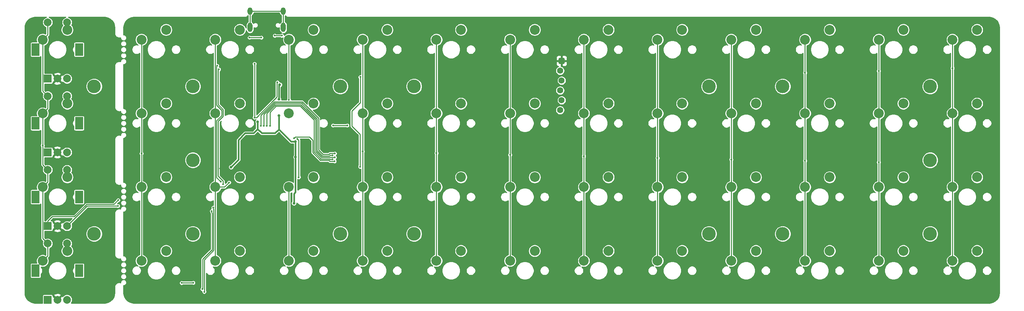
<source format=gtl>
G04 #@! TF.GenerationSoftware,KiCad,Pcbnew,(5.1.4-0)*
G04 #@! TF.CreationDate,2021-04-24T23:51:18-05:00*
G04 #@! TF.ProjectId,Ori,4f72692e-6b69-4636-9164-5f7063625858,rev?*
G04 #@! TF.SameCoordinates,Original*
G04 #@! TF.FileFunction,Copper,L1,Top*
G04 #@! TF.FilePolarity,Positive*
%FSLAX46Y46*%
G04 Gerber Fmt 4.6, Leading zero omitted, Abs format (unit mm)*
G04 Created by KiCad (PCBNEW (5.1.4-0)) date 2021-04-24 23:51:18*
%MOMM*%
%LPD*%
G04 APERTURE LIST*
%ADD10C,2.540000*%
%ADD11R,2.000000X2.000000*%
%ADD12C,2.000000*%
%ADD13R,2.000000X3.200000*%
%ADD14C,0.100000*%
%ADD15C,1.600200*%
%ADD16O,1.300000X2.400000*%
%ADD17O,1.300000X1.900000*%
%ADD18C,3.500000*%
%ADD19C,0.700000*%
%ADD20C,0.500000*%
%ADD21C,0.400000*%
%ADD22C,0.250000*%
G04 APERTURE END LIST*
D10*
X57800486Y-107634312D03*
X64150486Y-105094312D03*
D11*
X59085086Y-98687062D03*
D12*
X61585086Y-98687062D03*
X64085086Y-98687062D03*
D13*
X55985086Y-91187062D03*
X67185086Y-91187062D03*
D12*
X59085086Y-84187062D03*
X64085086Y-84187062D03*
D10*
X57800486Y-69634412D03*
X64150486Y-67094412D03*
D11*
X59085086Y-79687112D03*
D12*
X61585086Y-79687112D03*
X64085086Y-79687112D03*
D13*
X55985086Y-72187112D03*
X67185086Y-72187112D03*
D12*
X59085086Y-65187112D03*
X64085086Y-65187112D03*
D11*
X59085086Y-117687012D03*
D12*
X61585086Y-117687012D03*
X64085086Y-117687012D03*
D13*
X55985086Y-110187012D03*
X67185086Y-110187012D03*
D12*
X59085086Y-103187012D03*
X64085086Y-103187012D03*
D11*
X59085086Y-60687162D03*
D12*
X61585086Y-60687162D03*
X64085086Y-60687162D03*
D13*
X55985086Y-53187162D03*
X67185086Y-53187162D03*
D12*
X59085086Y-46187162D03*
X64085086Y-46187162D03*
D14*
G36*
X191985662Y-55301826D02*
G01*
X192024496Y-55307587D01*
X192062578Y-55317126D01*
X192099543Y-55330352D01*
X192135032Y-55347137D01*
X192168706Y-55367321D01*
X192200239Y-55390707D01*
X192229328Y-55417072D01*
X192255693Y-55446161D01*
X192279079Y-55477694D01*
X192299263Y-55511368D01*
X192316048Y-55546857D01*
X192329274Y-55583822D01*
X192338813Y-55621904D01*
X192344574Y-55660738D01*
X192346500Y-55699950D01*
X192346500Y-56500050D01*
X192344574Y-56539262D01*
X192338813Y-56578096D01*
X192329274Y-56616178D01*
X192316048Y-56653143D01*
X192299263Y-56688632D01*
X192279079Y-56722306D01*
X192255693Y-56753839D01*
X192229328Y-56782928D01*
X192200239Y-56809293D01*
X192168706Y-56832679D01*
X192135032Y-56852863D01*
X192099543Y-56869648D01*
X192062578Y-56882874D01*
X192024496Y-56892413D01*
X191985662Y-56898174D01*
X191946450Y-56900100D01*
X191146350Y-56900100D01*
X191107138Y-56898174D01*
X191068304Y-56892413D01*
X191030222Y-56882874D01*
X190993257Y-56869648D01*
X190957768Y-56852863D01*
X190924094Y-56832679D01*
X190892561Y-56809293D01*
X190863472Y-56782928D01*
X190837107Y-56753839D01*
X190813721Y-56722306D01*
X190793537Y-56688632D01*
X190776752Y-56653143D01*
X190763526Y-56616178D01*
X190753987Y-56578096D01*
X190748226Y-56539262D01*
X190746300Y-56500050D01*
X190746300Y-55699950D01*
X190748226Y-55660738D01*
X190753987Y-55621904D01*
X190763526Y-55583822D01*
X190776752Y-55546857D01*
X190793537Y-55511368D01*
X190813721Y-55477694D01*
X190837107Y-55446161D01*
X190863472Y-55417072D01*
X190892561Y-55390707D01*
X190924094Y-55367321D01*
X190957768Y-55347137D01*
X190993257Y-55330352D01*
X191030222Y-55317126D01*
X191068304Y-55307587D01*
X191107138Y-55301826D01*
X191146350Y-55299900D01*
X191946450Y-55299900D01*
X191985662Y-55301826D01*
X191985662Y-55301826D01*
G37*
D15*
X191546400Y-56100000D03*
X191140000Y-58640000D03*
X191546400Y-61180000D03*
X191140000Y-63720000D03*
X191546400Y-66260000D03*
X191140000Y-68800000D03*
D16*
X111219999Y-47458627D03*
D17*
X111219999Y-43258627D03*
X119819999Y-43258627D03*
D16*
X119819999Y-47458627D03*
X111219999Y-47458627D03*
D10*
X57800486Y-50634462D03*
X64150486Y-48094462D03*
X57800486Y-88634362D03*
X64150486Y-86094362D03*
X83260799Y-50634602D03*
X89610799Y-48094602D03*
X102260799Y-50634602D03*
X108610799Y-48094602D03*
X121260799Y-50634602D03*
X127610799Y-48094602D03*
X146610799Y-48094602D03*
X140260799Y-50634602D03*
X159260219Y-50634462D03*
X165610219Y-48094462D03*
X178260169Y-50634462D03*
X184610169Y-48094462D03*
X197260119Y-50634602D03*
X203610119Y-48094602D03*
X216260799Y-50634602D03*
X222610799Y-48094602D03*
X235260799Y-50634602D03*
X241610799Y-48094602D03*
X254259969Y-50634462D03*
X260609969Y-48094462D03*
X273259919Y-50634462D03*
X279609919Y-48094462D03*
X292259869Y-50634462D03*
X298609869Y-48094462D03*
X83260799Y-69634602D03*
X89610799Y-67094602D03*
X102260799Y-69634602D03*
X108610799Y-67094602D03*
X121260799Y-69634602D03*
X127610799Y-67094602D03*
X140260799Y-69634602D03*
X146610799Y-67094602D03*
X159260799Y-69634602D03*
X165610799Y-67094602D03*
X178260799Y-69634602D03*
X184610799Y-67094602D03*
X197260119Y-69634602D03*
X203610119Y-67094602D03*
X216235400Y-69647300D03*
X222585400Y-67107300D03*
X235260799Y-69634602D03*
X241610799Y-67094602D03*
X254259969Y-69634412D03*
X260609969Y-67094412D03*
X273259919Y-69634412D03*
X279609919Y-67094412D03*
X292259869Y-69634412D03*
X298609869Y-67094412D03*
X83260799Y-88634602D03*
X89610799Y-86094602D03*
X102260799Y-88634602D03*
X108610799Y-86094602D03*
X121260799Y-88634602D03*
X127610799Y-86094602D03*
X140260269Y-88634362D03*
X146610269Y-86094362D03*
X159260219Y-88634362D03*
X165610219Y-86094362D03*
X178260169Y-88634362D03*
X184610169Y-86094362D03*
X216260069Y-88634602D03*
X222610069Y-86094602D03*
X235260019Y-88634362D03*
X241610019Y-86094362D03*
X254259969Y-88634362D03*
X260609969Y-86094362D03*
X273259919Y-88634362D03*
X279609919Y-86094362D03*
X83260419Y-107634602D03*
X89610419Y-105094602D03*
X102260799Y-107634602D03*
X108610799Y-105094602D03*
X121260799Y-107634602D03*
X127610799Y-105094602D03*
X140260269Y-107634312D03*
X146610269Y-105094312D03*
X159260799Y-107634602D03*
X165610799Y-105094602D03*
X178260169Y-107634312D03*
X184610169Y-105094312D03*
X216260069Y-107634312D03*
X222610069Y-105094312D03*
X235260019Y-107634312D03*
X241610019Y-105094312D03*
X254259969Y-107634312D03*
X260609969Y-105094312D03*
X273259919Y-107634312D03*
X279609919Y-105094312D03*
X197260119Y-88634362D03*
X203610119Y-86094362D03*
X197260119Y-107634312D03*
X203610119Y-105094312D03*
X292259869Y-88634362D03*
X298609869Y-86094362D03*
X292260799Y-107634602D03*
X298610799Y-105094602D03*
D18*
X96519999Y-81700000D03*
X134520000Y-62700000D03*
X134520000Y-100700000D03*
X248520000Y-62700000D03*
X248520000Y-100700000D03*
X286520000Y-81700000D03*
X71059661Y-62699837D03*
X71059661Y-100699737D03*
X96520000Y-62700000D03*
X96520000Y-100700000D03*
X229520000Y-100700000D03*
X153520000Y-100700000D03*
X153520000Y-62700000D03*
X229520000Y-62700000D03*
X286520000Y-100700000D03*
X286520000Y-62700000D03*
D19*
X122950000Y-80900000D03*
X122900000Y-76950000D03*
X118650000Y-70200000D03*
X113200000Y-71800000D03*
X106350000Y-83500000D03*
X122550000Y-92800000D03*
X118650000Y-66000000D03*
X118900000Y-62250000D03*
D20*
X112400000Y-70700000D03*
X112400000Y-56850000D03*
X118300000Y-61650000D03*
X132650000Y-72750000D03*
X136300000Y-72750000D03*
X96600000Y-113300000D03*
X93600000Y-113350000D03*
X57800486Y-77899514D03*
X83260799Y-79960799D03*
X105832089Y-87467911D03*
X121250000Y-66154972D03*
X123450000Y-76205000D03*
X123800000Y-86100000D03*
X133100000Y-79980000D03*
X140260799Y-79439201D03*
X114000000Y-72850000D03*
X132450000Y-80485000D03*
X159260799Y-79889201D03*
X114800000Y-72850000D03*
X178260169Y-80310169D03*
X133050000Y-80990000D03*
X115600000Y-72850000D03*
X132450000Y-81495000D03*
X197260119Y-80689881D03*
X116400000Y-72850000D03*
X133000000Y-82000000D03*
X216260799Y-81160799D03*
X122550000Y-76100000D03*
X235260799Y-81539201D03*
X254259969Y-81840031D03*
X254259969Y-59159969D03*
X273259919Y-82240081D03*
X273259919Y-58709919D03*
X117600000Y-49600000D03*
X119450000Y-49600000D03*
X114150000Y-50100000D03*
X111100000Y-50100000D03*
X139650000Y-60250000D03*
X139600000Y-83395030D03*
X292259869Y-58009869D03*
X75750000Y-54025000D03*
X81400000Y-54550000D03*
X76475000Y-91100000D03*
X76475000Y-88900000D03*
X81300000Y-88900000D03*
X74950000Y-74850000D03*
X74950000Y-72550000D03*
X80550000Y-73000000D03*
X104100000Y-47050000D03*
X107150000Y-84850000D03*
X103550000Y-83850000D03*
X116300000Y-66550000D03*
X114000000Y-66550000D03*
X125700000Y-76800000D03*
X126700000Y-79900000D03*
X81300000Y-89925000D03*
X81300000Y-92650000D03*
X81300000Y-93500000D03*
X76475000Y-91975000D03*
X76000000Y-112550000D03*
X76000000Y-111900000D03*
X76000000Y-109450000D03*
X76000000Y-108475000D03*
X81250000Y-107150000D03*
X81250000Y-108825000D03*
X81250000Y-111775000D03*
X81250000Y-112475000D03*
X75750000Y-49875000D03*
X75750000Y-50500000D03*
X81100000Y-50950000D03*
X80550000Y-76600000D03*
X81200000Y-51825000D03*
X76475000Y-94150000D03*
X102765799Y-57355000D03*
X103700000Y-87250000D03*
X104300000Y-87905000D03*
X103200000Y-58300000D03*
X101755799Y-93950000D03*
X99450000Y-115650000D03*
X77250000Y-92000000D03*
X77200000Y-93500000D03*
X101375789Y-94850000D03*
X98945000Y-114950000D03*
D21*
X122950000Y-77000000D02*
X122900000Y-76950000D01*
X122950000Y-80900000D02*
X122950000Y-77000000D01*
X110000000Y-74750000D02*
X108300000Y-76450000D01*
X108300000Y-81550000D02*
X106350000Y-83500000D01*
X108300000Y-76450000D02*
X108300000Y-81550000D01*
X122950000Y-80900000D02*
X122950000Y-89950000D01*
X122550000Y-90350000D02*
X122550000Y-92800000D01*
X122950000Y-89950000D02*
X122550000Y-90350000D01*
X118650000Y-62500000D02*
X118900000Y-62250000D01*
X118650000Y-66000000D02*
X118650000Y-62500000D01*
X112050000Y-74750000D02*
X110000000Y-74750000D01*
X113200000Y-73700000D02*
X113200000Y-71800000D01*
X112150000Y-74750000D02*
X113200000Y-73700000D01*
X112050000Y-74750000D02*
X112150000Y-74750000D01*
X114250000Y-74750000D02*
X113200000Y-73700000D01*
X117650000Y-74750000D02*
X114250000Y-74750000D01*
X118650000Y-73750000D02*
X117650000Y-74750000D01*
X118650000Y-70200000D02*
X118650000Y-73750000D01*
X121850000Y-76950000D02*
X118650000Y-73750000D01*
X122900000Y-76950000D02*
X121850000Y-76950000D01*
D22*
X112400000Y-70700000D02*
X112400000Y-56850000D01*
X117320381Y-66279962D02*
X112900343Y-70700000D01*
X118194990Y-65405354D02*
X117320381Y-66279962D01*
X118194990Y-62609608D02*
X118194990Y-65405354D01*
X112900343Y-70700000D02*
X112400000Y-70700000D01*
X118194990Y-61755010D02*
X118300000Y-61650000D01*
X118194990Y-62609608D02*
X118194990Y-61755010D01*
X132650000Y-72750000D02*
X136300000Y-72750000D01*
X93650000Y-113300000D02*
X93600000Y-113350000D01*
X96600000Y-113300000D02*
X93650000Y-113300000D01*
X57800486Y-63902512D02*
X59085086Y-65187112D01*
X57800486Y-50634462D02*
X57800486Y-63902512D01*
X59085086Y-68349812D02*
X57800486Y-69634412D01*
X59085086Y-65187112D02*
X59085086Y-68349812D01*
X57800486Y-82902462D02*
X59085086Y-84187062D01*
X59085086Y-87349762D02*
X57800486Y-88634362D01*
X59085086Y-84187062D02*
X59085086Y-87349762D01*
X57800486Y-101902412D02*
X59085086Y-103187012D01*
X57800486Y-88634362D02*
X57800486Y-101902412D01*
X59085086Y-106349712D02*
X57800486Y-107634312D01*
X59085086Y-103187012D02*
X59085086Y-106349712D01*
X59085086Y-49349862D02*
X57800486Y-50634462D01*
X59085086Y-46187162D02*
X59085086Y-49349862D01*
X57800486Y-69634412D02*
X57800486Y-77200486D01*
X57800486Y-77899514D02*
X57800486Y-82902462D01*
X57800486Y-77200486D02*
X57800486Y-77899514D01*
X83260799Y-107634222D02*
X83260419Y-107634602D01*
X83260799Y-50634602D02*
X83260799Y-79539201D01*
X83260799Y-79960799D02*
X83260799Y-107634222D01*
X83260799Y-79539201D02*
X83260799Y-79960799D01*
X102260799Y-69634602D02*
X102260799Y-50634602D01*
X102260799Y-69634602D02*
X102260799Y-88634602D01*
X102260799Y-88634602D02*
X102260799Y-107634602D01*
X104665398Y-88634602D02*
X105832089Y-87467911D01*
X102260799Y-88634602D02*
X104665398Y-88634602D01*
X121260799Y-107634602D02*
X121260799Y-88634602D01*
X121250000Y-50645401D02*
X121260799Y-50634602D01*
X121250000Y-66154972D02*
X121250000Y-50645401D01*
X123799999Y-76554999D02*
X123450000Y-76205000D01*
X123800000Y-85750002D02*
X123799999Y-85750001D01*
X123800000Y-86100000D02*
X123800000Y-85750002D01*
X123799999Y-85750001D02*
X123799999Y-76554999D01*
X123799999Y-85950001D02*
X123799999Y-85750001D01*
X140260799Y-107633782D02*
X140260269Y-107634312D01*
X140260799Y-50634602D02*
X140260799Y-79439201D01*
X140260799Y-79439201D02*
X140260799Y-107633782D01*
X114000000Y-70137756D02*
X114000000Y-72850000D01*
X117477786Y-66659971D02*
X114000000Y-70137756D01*
X128900000Y-70887755D02*
X124672217Y-66659972D01*
X131792575Y-79980000D02*
X131542595Y-80229980D01*
X128900000Y-79100000D02*
X128900000Y-70887755D01*
X131542595Y-80229980D02*
X130029980Y-80229980D01*
X124672217Y-66659972D02*
X117477786Y-66659971D01*
X130029980Y-80229980D02*
X128900000Y-79100000D01*
X133100000Y-79980000D02*
X131792575Y-79980000D01*
X159260799Y-50635042D02*
X159260219Y-50634462D01*
X159260799Y-79889201D02*
X159260799Y-50635042D01*
X159260799Y-107634602D02*
X159260799Y-79889201D01*
X114800000Y-69875170D02*
X114800000Y-72850000D01*
X117635190Y-67039980D02*
X114800000Y-69875170D01*
X126050000Y-68575169D02*
X124514812Y-67039981D01*
X126050000Y-68575172D02*
X126050000Y-68575169D01*
X124514812Y-67039981D02*
X117635190Y-67039980D01*
X128519990Y-71045162D02*
X126050000Y-68575172D01*
X132450000Y-80485000D02*
X131824990Y-80485000D01*
X131700000Y-80609990D02*
X129872575Y-80609990D01*
X131824990Y-80485000D02*
X131700000Y-80609990D01*
X128519990Y-79257405D02*
X128519990Y-71045162D01*
X129872575Y-80609990D02*
X128519990Y-79257405D01*
X178260169Y-50634462D02*
X178260169Y-107634312D01*
X115600000Y-69612585D02*
X115600000Y-72850000D01*
X128139980Y-71202566D02*
X124357405Y-67419990D01*
X124357405Y-67419990D02*
X117792595Y-67419990D01*
X117792595Y-67419990D02*
X115600000Y-69612585D01*
X128139980Y-79414810D02*
X128139980Y-71202566D01*
X129715170Y-80990000D02*
X128139980Y-79414810D01*
X133050000Y-80990000D02*
X129715170Y-80990000D01*
X197260119Y-50634602D02*
X197260119Y-107634312D01*
X116400000Y-69350000D02*
X116400000Y-72850000D01*
X117950000Y-67800000D02*
X116400000Y-69350000D01*
X124200000Y-67800000D02*
X117950000Y-67800000D01*
X127759970Y-71359970D02*
X124200000Y-67800000D01*
X127759970Y-79572215D02*
X127759970Y-71359970D01*
X129557766Y-81370010D02*
X127759970Y-79572215D01*
X131700000Y-81370010D02*
X129557766Y-81370010D01*
X131824990Y-81495000D02*
X131700000Y-81370010D01*
X132450000Y-81495000D02*
X131824990Y-81495000D01*
X216260799Y-107633582D02*
X216260069Y-107634312D01*
X216260799Y-81160799D02*
X216260799Y-107633582D01*
X216260799Y-50634602D02*
X216260799Y-81160799D01*
X131792575Y-82000000D02*
X133000000Y-82000000D01*
X131542595Y-81750020D02*
X131792575Y-82000000D01*
X127379960Y-79729620D02*
X129400361Y-81750020D01*
X127379960Y-76529960D02*
X127379960Y-79729620D01*
X126550000Y-75700000D02*
X127379960Y-76529960D01*
X129400361Y-81750020D02*
X131542595Y-81750020D01*
X122950000Y-75700000D02*
X126550000Y-75700000D01*
X122550000Y-76100000D02*
X122950000Y-75700000D01*
X235260799Y-107633532D02*
X235260019Y-107634312D01*
X235260799Y-81539201D02*
X235260799Y-107633532D01*
X235260799Y-50634602D02*
X235260799Y-81539201D01*
X254259969Y-81840031D02*
X254259969Y-107634312D01*
X254259969Y-59159969D02*
X254259969Y-81840031D01*
X254259969Y-50634462D02*
X254259969Y-59159969D01*
X273259919Y-91541096D02*
X273259919Y-107634312D01*
X273259919Y-82240081D02*
X273259919Y-91541096D01*
X273259919Y-58709919D02*
X273259919Y-82240081D01*
X273259919Y-50634462D02*
X273259919Y-58709919D01*
X117600000Y-49600000D02*
X119450000Y-49600000D01*
X114150000Y-50100000D02*
X111100000Y-50100000D01*
X139650000Y-60250000D02*
X139650000Y-66850000D01*
X139650000Y-66850000D02*
X137500000Y-69000000D01*
X137500000Y-69000000D02*
X137500000Y-72950000D01*
X139600000Y-75050000D02*
X139600000Y-83395030D01*
X137500000Y-72950000D02*
X139600000Y-75050000D01*
X64085086Y-105028912D02*
X64150486Y-105094312D01*
X64085086Y-103187012D02*
X64085086Y-105028912D01*
X292259869Y-107633672D02*
X292260799Y-107634602D01*
X292259869Y-50634462D02*
X292259869Y-58009869D01*
X292259869Y-58009869D02*
X292259869Y-107633672D01*
X75750000Y-54025000D02*
X80750000Y-54025000D01*
X81275000Y-88900000D02*
X76475000Y-88900000D01*
X75750000Y-55500000D02*
X79450000Y-55500000D01*
X107150000Y-84850000D02*
X104100000Y-84850000D01*
X103550000Y-84300000D02*
X103550000Y-83850000D01*
X104100000Y-84850000D02*
X103550000Y-84300000D01*
X116300000Y-66550000D02*
X114000000Y-66550000D01*
X125700000Y-76800000D02*
X125700000Y-77650000D01*
X126700000Y-78650000D02*
X126700000Y-79900000D01*
X125700000Y-77650000D02*
X126700000Y-78650000D01*
X81050000Y-69925000D02*
X74955000Y-69925000D01*
X80550000Y-71440000D02*
X74950000Y-71440000D01*
X76475000Y-91100000D02*
X77125000Y-90450000D01*
X80775000Y-90450000D02*
X81300000Y-89925000D01*
X77125000Y-90450000D02*
X80775000Y-90450000D01*
X77474999Y-91349999D02*
X78125000Y-92000000D01*
X80650000Y-92000000D02*
X81300000Y-92650000D01*
X78125000Y-92000000D02*
X80650000Y-92000000D01*
X81300000Y-93500000D02*
X78075000Y-93500000D01*
X77425000Y-94150000D02*
X76650000Y-94150000D01*
X78075000Y-93500000D02*
X77425000Y-94150000D01*
X77100001Y-91349999D02*
X76475000Y-91975000D01*
X77474999Y-91349999D02*
X77100001Y-91349999D01*
X76025000Y-112575000D02*
X76000000Y-112550000D01*
X76000000Y-108475000D02*
X76600000Y-107875000D01*
X80525000Y-107875000D02*
X81250000Y-107150000D01*
X76600000Y-107875000D02*
X80525000Y-107875000D01*
X80625000Y-109450000D02*
X81250000Y-108825000D01*
X76000000Y-109450000D02*
X80625000Y-109450000D01*
X76075000Y-112475000D02*
X76000000Y-112550000D01*
X81250000Y-112475000D02*
X76075000Y-112475000D01*
X76975000Y-110925000D02*
X76000000Y-111900000D01*
X80400000Y-110925000D02*
X76975000Y-110925000D01*
X81250000Y-111775000D02*
X80400000Y-110925000D01*
X75750000Y-49875000D02*
X76825000Y-50950000D01*
X76825000Y-50950000D02*
X81075000Y-50950000D01*
X75400000Y-73000000D02*
X74950000Y-72550000D01*
X80550000Y-73000000D02*
X75400000Y-73000000D01*
X80550000Y-76600000D02*
X80550000Y-75400000D01*
X80550000Y-75400000D02*
X79700000Y-74550000D01*
X75250000Y-74550000D02*
X74950000Y-74850000D01*
X79700000Y-74550000D02*
X75250000Y-74550000D01*
X77625000Y-52375000D02*
X75750000Y-50500000D01*
X80650000Y-52375000D02*
X77625000Y-52375000D01*
X81200000Y-51825000D02*
X80650000Y-52375000D01*
X80875000Y-54025000D02*
X80750000Y-54025000D01*
X81400000Y-54550000D02*
X80875000Y-54025000D01*
X119819999Y-47458627D02*
X119819999Y-43258627D01*
X119819999Y-43258627D02*
X111219999Y-43258627D01*
X111219999Y-43258627D02*
X111219999Y-47458627D01*
X102640809Y-57479990D02*
X102765799Y-57355000D01*
X102640809Y-67540809D02*
X102640809Y-57479990D01*
X103950000Y-68850000D02*
X102640809Y-67540809D01*
X103950000Y-70202403D02*
X103950000Y-68850000D01*
X102640809Y-71511594D02*
X103950000Y-70202403D01*
X102640809Y-86190809D02*
X102640809Y-71511594D01*
X103700000Y-87250000D02*
X102640809Y-86190809D01*
X104300000Y-87102598D02*
X103020819Y-85823417D01*
X104300000Y-87905000D02*
X104300000Y-87102598D01*
X103020819Y-85823417D02*
X103020819Y-71668998D01*
X104330010Y-68692595D02*
X103020819Y-67383404D01*
X104330010Y-70359808D02*
X104330010Y-68692595D01*
X103020819Y-71668998D02*
X104330010Y-70359808D01*
X103020819Y-58479181D02*
X103200000Y-58300000D01*
X103020819Y-67383404D02*
X103020819Y-58479181D01*
X101755799Y-94303553D02*
X101880789Y-94428543D01*
X101755799Y-93950000D02*
X101755799Y-94303553D01*
X101880789Y-94428543D02*
X101880789Y-104919211D01*
X99450000Y-107350000D02*
X99450000Y-115450000D01*
X101880789Y-104919211D02*
X99450000Y-107350000D01*
X99450000Y-115450000D02*
X99450000Y-115650000D01*
X77250000Y-92000000D02*
X76130010Y-93119990D01*
X69114743Y-93119990D02*
X68892138Y-93342596D01*
X76130010Y-93119990D02*
X69114743Y-93119990D01*
X68892138Y-93342596D02*
X65984734Y-96250000D01*
X59085086Y-97437062D02*
X59085086Y-98687062D01*
X60272148Y-96250000D02*
X59085086Y-97437062D01*
X65984734Y-96250000D02*
X60272148Y-96250000D01*
X69272148Y-93500000D02*
X64085086Y-98687062D01*
X77200000Y-93500000D02*
X69272148Y-93500000D01*
X101375789Y-95203553D02*
X101500000Y-95327764D01*
X101375789Y-94850000D02*
X101375789Y-95203553D01*
X101500000Y-96450000D02*
X101500779Y-96450779D01*
X101500000Y-95327764D02*
X101500000Y-96450000D01*
X101500779Y-104761807D02*
X99069990Y-107192595D01*
X101500779Y-96450779D02*
X101500779Y-104761807D01*
X99069990Y-114825010D02*
X98945000Y-114950000D01*
X99069990Y-107192595D02*
X99069990Y-114825010D01*
X64085086Y-48029062D02*
X64150486Y-48094462D01*
X64085086Y-46187162D02*
X64085086Y-48029062D01*
X64085086Y-67029012D02*
X64150486Y-67094412D01*
X64085086Y-65187112D02*
X64085086Y-67029012D01*
X64085086Y-86028962D02*
X64150486Y-86094362D01*
X64085086Y-84187062D02*
X64085086Y-86028962D01*
G36*
X118809830Y-43759562D02*
G01*
X118868442Y-43952775D01*
X118963620Y-44130842D01*
X119091709Y-44286918D01*
X119247785Y-44415007D01*
X119320000Y-44453606D01*
X119319999Y-46013647D01*
X119247784Y-46052247D01*
X119091708Y-46180336D01*
X118963619Y-46336412D01*
X118916635Y-46424313D01*
X118856223Y-46363901D01*
X118741573Y-46287295D01*
X118614181Y-46234528D01*
X118478943Y-46207627D01*
X118341055Y-46207627D01*
X118205817Y-46234528D01*
X118078425Y-46287295D01*
X117963775Y-46363901D01*
X117866273Y-46461403D01*
X117789667Y-46576053D01*
X117736900Y-46703445D01*
X117709999Y-46838683D01*
X117709999Y-46976571D01*
X117736900Y-47111809D01*
X117789667Y-47239201D01*
X117866273Y-47353851D01*
X117963775Y-47451353D01*
X118078425Y-47527959D01*
X118205817Y-47580726D01*
X118341055Y-47607627D01*
X118478943Y-47607627D01*
X118614181Y-47580726D01*
X118741573Y-47527959D01*
X118795000Y-47492261D01*
X118795000Y-48058978D01*
X118809831Y-48209562D01*
X118868442Y-48402775D01*
X118963620Y-48580842D01*
X119091709Y-48736918D01*
X119247785Y-48865007D01*
X119425852Y-48960185D01*
X119474690Y-48975000D01*
X119388443Y-48975000D01*
X119267694Y-48999019D01*
X119153952Y-49046132D01*
X119073333Y-49100000D01*
X117976667Y-49100000D01*
X117896048Y-49046132D01*
X117782306Y-48999019D01*
X117661557Y-48975000D01*
X117538443Y-48975000D01*
X117417694Y-48999019D01*
X117303952Y-49046132D01*
X117201586Y-49114531D01*
X117114531Y-49201586D01*
X117046132Y-49303952D01*
X116999019Y-49417694D01*
X116975000Y-49538443D01*
X116975000Y-49661557D01*
X116999019Y-49782306D01*
X117046132Y-49896048D01*
X117114531Y-49998414D01*
X117201586Y-50085469D01*
X117303952Y-50153868D01*
X117417694Y-50200981D01*
X117538443Y-50225000D01*
X117661557Y-50225000D01*
X117782306Y-50200981D01*
X117896048Y-50153868D01*
X117976667Y-50100000D01*
X119073333Y-50100000D01*
X119153952Y-50153868D01*
X119267694Y-50200981D01*
X119388443Y-50225000D01*
X119511557Y-50225000D01*
X119632306Y-50200981D01*
X119673193Y-50184045D01*
X119615799Y-50472584D01*
X119615799Y-50796620D01*
X119679016Y-51114431D01*
X119803019Y-51413801D01*
X119983044Y-51683228D01*
X120212173Y-51912357D01*
X120332279Y-51992609D01*
X120111540Y-51948702D01*
X119870058Y-51948702D01*
X119633217Y-51995812D01*
X119410117Y-52088223D01*
X119209333Y-52222383D01*
X119038580Y-52393136D01*
X118904420Y-52593920D01*
X118812009Y-52817020D01*
X118764899Y-53053861D01*
X118764899Y-53295343D01*
X118812009Y-53532184D01*
X118904420Y-53755284D01*
X119038580Y-53956068D01*
X119209333Y-54126821D01*
X119410117Y-54260981D01*
X119633217Y-54353392D01*
X119870058Y-54400502D01*
X120111540Y-54400502D01*
X120348381Y-54353392D01*
X120571481Y-54260981D01*
X120750001Y-54141698D01*
X120750000Y-65778305D01*
X120696132Y-65858924D01*
X120649019Y-65972666D01*
X120625000Y-66093415D01*
X120625000Y-66159972D01*
X119357384Y-66159972D01*
X119375000Y-66071406D01*
X119375000Y-65928594D01*
X119347139Y-65788525D01*
X119292487Y-65656584D01*
X119225000Y-65555583D01*
X119225000Y-62900115D01*
X119243416Y-62892487D01*
X119362161Y-62813144D01*
X119463144Y-62712161D01*
X119542487Y-62593416D01*
X119597139Y-62461475D01*
X119625000Y-62321406D01*
X119625000Y-62178594D01*
X119597139Y-62038525D01*
X119542487Y-61906584D01*
X119463144Y-61787839D01*
X119362161Y-61686856D01*
X119243416Y-61607513D01*
X119111475Y-61552861D01*
X118971406Y-61525000D01*
X118912380Y-61525000D01*
X118900981Y-61467694D01*
X118853868Y-61353952D01*
X118785469Y-61251586D01*
X118698414Y-61164531D01*
X118596048Y-61096132D01*
X118482306Y-61049019D01*
X118361557Y-61025000D01*
X118238443Y-61025000D01*
X118117694Y-61049019D01*
X118003952Y-61096132D01*
X117901586Y-61164531D01*
X117814531Y-61251586D01*
X117746132Y-61353952D01*
X117699019Y-61467694D01*
X117675000Y-61588443D01*
X117675000Y-61711557D01*
X117694991Y-61812056D01*
X117694990Y-62585048D01*
X117694990Y-62585049D01*
X117694991Y-65198247D01*
X116984200Y-65909037D01*
X116984194Y-65909042D01*
X112900000Y-69993238D01*
X112900000Y-57226667D01*
X112953868Y-57146048D01*
X113000981Y-57032306D01*
X113025000Y-56911557D01*
X113025000Y-56788443D01*
X113000981Y-56667694D01*
X112953868Y-56553952D01*
X112885469Y-56451586D01*
X112798414Y-56364531D01*
X112696048Y-56296132D01*
X112582306Y-56249019D01*
X112461557Y-56225000D01*
X112338443Y-56225000D01*
X112217694Y-56249019D01*
X112103952Y-56296132D01*
X112001586Y-56364531D01*
X111914531Y-56451586D01*
X111846132Y-56553952D01*
X111799019Y-56667694D01*
X111775000Y-56788443D01*
X111775000Y-56911557D01*
X111799019Y-57032306D01*
X111846132Y-57146048D01*
X111900001Y-57226668D01*
X111900000Y-70323333D01*
X111846132Y-70403952D01*
X111799019Y-70517694D01*
X111775000Y-70638443D01*
X111775000Y-70761557D01*
X111799019Y-70882306D01*
X111846132Y-70996048D01*
X111914531Y-71098414D01*
X112001586Y-71185469D01*
X112103952Y-71253868D01*
X112217694Y-71300981D01*
X112338443Y-71325000D01*
X112461557Y-71325000D01*
X112582306Y-71300981D01*
X112696048Y-71253868D01*
X112776667Y-71200000D01*
X112792998Y-71200000D01*
X112737839Y-71236856D01*
X112636856Y-71337839D01*
X112557513Y-71456584D01*
X112502861Y-71588525D01*
X112475000Y-71728594D01*
X112475000Y-71871406D01*
X112502861Y-72011475D01*
X112557513Y-72143416D01*
X112625001Y-72244418D01*
X112625000Y-73461827D01*
X111911828Y-74175000D01*
X110028242Y-74175000D01*
X109999999Y-74172218D01*
X109971756Y-74175000D01*
X109971754Y-74175000D01*
X109887280Y-74183320D01*
X109778892Y-74216199D01*
X109679001Y-74269592D01*
X109658287Y-74286592D01*
X109591446Y-74341446D01*
X109573441Y-74363386D01*
X107913393Y-76023435D01*
X107891446Y-76041446D01*
X107851753Y-76089814D01*
X107819592Y-76129002D01*
X107775102Y-76212237D01*
X107766199Y-76228893D01*
X107733320Y-76337281D01*
X107726180Y-76409777D01*
X107722218Y-76450000D01*
X107725000Y-76478243D01*
X107725001Y-81311826D01*
X106257665Y-82779163D01*
X106138525Y-82802861D01*
X106006584Y-82857513D01*
X105887839Y-82936856D01*
X105786856Y-83037839D01*
X105707513Y-83156584D01*
X105652861Y-83288525D01*
X105625000Y-83428594D01*
X105625000Y-83571406D01*
X105652861Y-83711475D01*
X105707513Y-83843416D01*
X105786856Y-83962161D01*
X105887839Y-84063144D01*
X106006584Y-84142487D01*
X106138525Y-84197139D01*
X106278594Y-84225000D01*
X106421406Y-84225000D01*
X106561475Y-84197139D01*
X106693416Y-84142487D01*
X106812161Y-84063144D01*
X106913144Y-83962161D01*
X106992487Y-83843416D01*
X107047139Y-83711475D01*
X107070837Y-83592335D01*
X108686612Y-81976561D01*
X108708554Y-81958554D01*
X108755304Y-81901588D01*
X108780408Y-81870999D01*
X108808900Y-81817694D01*
X108833801Y-81771108D01*
X108866680Y-81662720D01*
X108875000Y-81578246D01*
X108875000Y-81578244D01*
X108877782Y-81550001D01*
X108875000Y-81521758D01*
X108875000Y-76688172D01*
X110238173Y-75325000D01*
X112121757Y-75325000D01*
X112150000Y-75327782D01*
X112178243Y-75325000D01*
X112178246Y-75325000D01*
X112262720Y-75316680D01*
X112371108Y-75283801D01*
X112470998Y-75230408D01*
X112558554Y-75158554D01*
X112576565Y-75136607D01*
X113200000Y-74513173D01*
X113823439Y-75136612D01*
X113841446Y-75158554D01*
X113863386Y-75176559D01*
X113929001Y-75230408D01*
X114023712Y-75281032D01*
X114028892Y-75283801D01*
X114137280Y-75316680D01*
X114221754Y-75325000D01*
X114221756Y-75325000D01*
X114249999Y-75327782D01*
X114278242Y-75325000D01*
X117621757Y-75325000D01*
X117650000Y-75327782D01*
X117678243Y-75325000D01*
X117678246Y-75325000D01*
X117762720Y-75316680D01*
X117871108Y-75283801D01*
X117970998Y-75230408D01*
X118058554Y-75158554D01*
X118076565Y-75136607D01*
X118650000Y-74563172D01*
X121423439Y-77336612D01*
X121441446Y-77358554D01*
X121463386Y-77376559D01*
X121529001Y-77430408D01*
X121563796Y-77449006D01*
X121628892Y-77483801D01*
X121737280Y-77516680D01*
X121821754Y-77525000D01*
X121821756Y-77525000D01*
X121849999Y-77527782D01*
X121878242Y-77525000D01*
X122375001Y-77525000D01*
X122375000Y-80455583D01*
X122307513Y-80556584D01*
X122252861Y-80688525D01*
X122225000Y-80828594D01*
X122225000Y-80971406D01*
X122252861Y-81111475D01*
X122307513Y-81243416D01*
X122375000Y-81344417D01*
X122375001Y-87422423D01*
X122309425Y-87356847D01*
X122039998Y-87176822D01*
X121740628Y-87052819D01*
X121422817Y-86989602D01*
X121098781Y-86989602D01*
X120780970Y-87052819D01*
X120481600Y-87176822D01*
X120212173Y-87356847D01*
X119983044Y-87585976D01*
X119803019Y-87855403D01*
X119679016Y-88154773D01*
X119615799Y-88472584D01*
X119615799Y-88796620D01*
X119679016Y-89114431D01*
X119803019Y-89413801D01*
X119983044Y-89683228D01*
X120212173Y-89912357D01*
X120332279Y-89992609D01*
X120111540Y-89948702D01*
X119870058Y-89948702D01*
X119633217Y-89995812D01*
X119410117Y-90088223D01*
X119209333Y-90222383D01*
X119038580Y-90393136D01*
X118904420Y-90593920D01*
X118812009Y-90817020D01*
X118764899Y-91053861D01*
X118764899Y-91295343D01*
X118812009Y-91532184D01*
X118904420Y-91755284D01*
X119038580Y-91956068D01*
X119209333Y-92126821D01*
X119410117Y-92260981D01*
X119633217Y-92353392D01*
X119870058Y-92400502D01*
X120111540Y-92400502D01*
X120348381Y-92353392D01*
X120571481Y-92260981D01*
X120760800Y-92134482D01*
X120760799Y-106061174D01*
X120481600Y-106176822D01*
X120212173Y-106356847D01*
X119983044Y-106585976D01*
X119803019Y-106855403D01*
X119679016Y-107154773D01*
X119615799Y-107472584D01*
X119615799Y-107796620D01*
X119679016Y-108114431D01*
X119803019Y-108413801D01*
X119983044Y-108683228D01*
X120212173Y-108912357D01*
X120332279Y-108992609D01*
X120111540Y-108948702D01*
X119870058Y-108948702D01*
X119633217Y-108995812D01*
X119410117Y-109088223D01*
X119209333Y-109222383D01*
X119038580Y-109393136D01*
X118904420Y-109593920D01*
X118812009Y-109817020D01*
X118764899Y-110053861D01*
X118764899Y-110295343D01*
X118812009Y-110532184D01*
X118904420Y-110755284D01*
X119038580Y-110956068D01*
X119209333Y-111126821D01*
X119410117Y-111260981D01*
X119633217Y-111353392D01*
X119870058Y-111400502D01*
X120111540Y-111400502D01*
X120348381Y-111353392D01*
X120571481Y-111260981D01*
X120772265Y-111126821D01*
X120943018Y-110956068D01*
X121077178Y-110755284D01*
X121169589Y-110532184D01*
X121216699Y-110295343D01*
X121216699Y-110053861D01*
X121194307Y-109941286D01*
X122701899Y-109941286D01*
X122701899Y-110407918D01*
X122792935Y-110865585D01*
X122971507Y-111296697D01*
X123230754Y-111684688D01*
X123560713Y-112014647D01*
X123948704Y-112273894D01*
X124379816Y-112452466D01*
X124837483Y-112543502D01*
X125304115Y-112543502D01*
X125761782Y-112452466D01*
X126192894Y-112273894D01*
X126580885Y-112014647D01*
X126910844Y-111684688D01*
X127170091Y-111296697D01*
X127348663Y-110865585D01*
X127439699Y-110407918D01*
X127439699Y-110053861D01*
X128924899Y-110053861D01*
X128924899Y-110295343D01*
X128972009Y-110532184D01*
X129064420Y-110755284D01*
X129198580Y-110956068D01*
X129369333Y-111126821D01*
X129570117Y-111260981D01*
X129793217Y-111353392D01*
X130030058Y-111400502D01*
X130271540Y-111400502D01*
X130508381Y-111353392D01*
X130731481Y-111260981D01*
X130932265Y-111126821D01*
X131103018Y-110956068D01*
X131237178Y-110755284D01*
X131329589Y-110532184D01*
X131376699Y-110295343D01*
X131376699Y-110053861D01*
X131329589Y-109817020D01*
X131237178Y-109593920D01*
X131103018Y-109393136D01*
X130932265Y-109222383D01*
X130731481Y-109088223D01*
X130508381Y-108995812D01*
X130271540Y-108948702D01*
X130030058Y-108948702D01*
X129793217Y-108995812D01*
X129570117Y-109088223D01*
X129369333Y-109222383D01*
X129198580Y-109393136D01*
X129064420Y-109593920D01*
X128972009Y-109817020D01*
X128924899Y-110053861D01*
X127439699Y-110053861D01*
X127439699Y-109941286D01*
X127348663Y-109483619D01*
X127170091Y-109052507D01*
X126910844Y-108664516D01*
X126580885Y-108334557D01*
X126192894Y-108075310D01*
X125761782Y-107896738D01*
X125304115Y-107805702D01*
X124837483Y-107805702D01*
X124379816Y-107896738D01*
X123948704Y-108075310D01*
X123560713Y-108334557D01*
X123230754Y-108664516D01*
X122971507Y-109052507D01*
X122792935Y-109483619D01*
X122701899Y-109941286D01*
X121194307Y-109941286D01*
X121169589Y-109817020D01*
X121077178Y-109593920D01*
X120943018Y-109393136D01*
X120772265Y-109222383D01*
X120734450Y-109197116D01*
X120780970Y-109216385D01*
X121098781Y-109279602D01*
X121422817Y-109279602D01*
X121740628Y-109216385D01*
X122039998Y-109092382D01*
X122309425Y-108912357D01*
X122538554Y-108683228D01*
X122718579Y-108413801D01*
X122842582Y-108114431D01*
X122905799Y-107796620D01*
X122905799Y-107472584D01*
X122842582Y-107154773D01*
X122718579Y-106855403D01*
X122538554Y-106585976D01*
X122309425Y-106356847D01*
X122039998Y-106176822D01*
X121760799Y-106061174D01*
X121760799Y-104932584D01*
X125965799Y-104932584D01*
X125965799Y-105256620D01*
X126029016Y-105574431D01*
X126153019Y-105873801D01*
X126333044Y-106143228D01*
X126562173Y-106372357D01*
X126831600Y-106552382D01*
X127130970Y-106676385D01*
X127448781Y-106739602D01*
X127772817Y-106739602D01*
X128090628Y-106676385D01*
X128389998Y-106552382D01*
X128659425Y-106372357D01*
X128888554Y-106143228D01*
X129068579Y-105873801D01*
X129192582Y-105574431D01*
X129255799Y-105256620D01*
X129255799Y-104932584D01*
X129192582Y-104614773D01*
X129068579Y-104315403D01*
X128888554Y-104045976D01*
X128659425Y-103816847D01*
X128389998Y-103636822D01*
X128090628Y-103512819D01*
X127772817Y-103449602D01*
X127448781Y-103449602D01*
X127130970Y-103512819D01*
X126831600Y-103636822D01*
X126562173Y-103816847D01*
X126333044Y-104045976D01*
X126153019Y-104315403D01*
X126029016Y-104614773D01*
X125965799Y-104932584D01*
X121760799Y-104932584D01*
X121760799Y-100490706D01*
X132395000Y-100490706D01*
X132395000Y-100909294D01*
X132476663Y-101319840D01*
X132636849Y-101706565D01*
X132869405Y-102054609D01*
X133165391Y-102350595D01*
X133513435Y-102583151D01*
X133900160Y-102743337D01*
X134310706Y-102825000D01*
X134729294Y-102825000D01*
X135139840Y-102743337D01*
X135526565Y-102583151D01*
X135874609Y-102350595D01*
X136170595Y-102054609D01*
X136403151Y-101706565D01*
X136563337Y-101319840D01*
X136645000Y-100909294D01*
X136645000Y-100490706D01*
X136563337Y-100080160D01*
X136403151Y-99693435D01*
X136170595Y-99345391D01*
X135874609Y-99049405D01*
X135526565Y-98816849D01*
X135139840Y-98656663D01*
X134729294Y-98575000D01*
X134310706Y-98575000D01*
X133900160Y-98656663D01*
X133513435Y-98816849D01*
X133165391Y-99049405D01*
X132869405Y-99345391D01*
X132636849Y-99693435D01*
X132476663Y-100080160D01*
X132395000Y-100490706D01*
X121760799Y-100490706D01*
X121760799Y-90208030D01*
X122034497Y-90094661D01*
X122016199Y-90128893D01*
X121983320Y-90237281D01*
X121979152Y-90279602D01*
X121972218Y-90350000D01*
X121975000Y-90378243D01*
X121975001Y-92355582D01*
X121907513Y-92456584D01*
X121852861Y-92588525D01*
X121825000Y-92728594D01*
X121825000Y-92871406D01*
X121852861Y-93011475D01*
X121907513Y-93143416D01*
X121986856Y-93262161D01*
X122087839Y-93363144D01*
X122206584Y-93442487D01*
X122338525Y-93497139D01*
X122478594Y-93525000D01*
X122621406Y-93525000D01*
X122761475Y-93497139D01*
X122893416Y-93442487D01*
X123012161Y-93363144D01*
X123113144Y-93262161D01*
X123192487Y-93143416D01*
X123247139Y-93011475D01*
X123275000Y-92871406D01*
X123275000Y-92728934D01*
X123560713Y-93014647D01*
X123948704Y-93273894D01*
X124379816Y-93452466D01*
X124837483Y-93543502D01*
X125304115Y-93543502D01*
X125761782Y-93452466D01*
X126192894Y-93273894D01*
X126580885Y-93014647D01*
X126910844Y-92684688D01*
X127170091Y-92296697D01*
X127348663Y-91865585D01*
X127439699Y-91407918D01*
X127439699Y-91053861D01*
X128924899Y-91053861D01*
X128924899Y-91295343D01*
X128972009Y-91532184D01*
X129064420Y-91755284D01*
X129198580Y-91956068D01*
X129369333Y-92126821D01*
X129570117Y-92260981D01*
X129793217Y-92353392D01*
X130030058Y-92400502D01*
X130271540Y-92400502D01*
X130508381Y-92353392D01*
X130731481Y-92260981D01*
X130932265Y-92126821D01*
X131103018Y-91956068D01*
X131237178Y-91755284D01*
X131329589Y-91532184D01*
X131376699Y-91295343D01*
X131376699Y-91053861D01*
X131329589Y-90817020D01*
X131237178Y-90593920D01*
X131103018Y-90393136D01*
X130932265Y-90222383D01*
X130731481Y-90088223D01*
X130508381Y-89995812D01*
X130271540Y-89948702D01*
X130030058Y-89948702D01*
X129793217Y-89995812D01*
X129570117Y-90088223D01*
X129369333Y-90222383D01*
X129198580Y-90393136D01*
X129064420Y-90593920D01*
X128972009Y-90817020D01*
X128924899Y-91053861D01*
X127439699Y-91053861D01*
X127439699Y-90941286D01*
X127348663Y-90483619D01*
X127170091Y-90052507D01*
X126910844Y-89664516D01*
X126580885Y-89334557D01*
X126192894Y-89075310D01*
X125761782Y-88896738D01*
X125304115Y-88805702D01*
X124837483Y-88805702D01*
X124379816Y-88896738D01*
X123948704Y-89075310D01*
X123560713Y-89334557D01*
X123525000Y-89370270D01*
X123525000Y-86662586D01*
X123617694Y-86700981D01*
X123738443Y-86725000D01*
X123861557Y-86725000D01*
X123982306Y-86700981D01*
X124096048Y-86653868D01*
X124198414Y-86585469D01*
X124285469Y-86498414D01*
X124353868Y-86396048D01*
X124400981Y-86282306D01*
X124425000Y-86161557D01*
X124425000Y-86038443D01*
X124403943Y-85932584D01*
X125965799Y-85932584D01*
X125965799Y-86256620D01*
X126029016Y-86574431D01*
X126153019Y-86873801D01*
X126333044Y-87143228D01*
X126562173Y-87372357D01*
X126831600Y-87552382D01*
X127130970Y-87676385D01*
X127448781Y-87739602D01*
X127772817Y-87739602D01*
X128090628Y-87676385D01*
X128389998Y-87552382D01*
X128659425Y-87372357D01*
X128888554Y-87143228D01*
X129068579Y-86873801D01*
X129192582Y-86574431D01*
X129255799Y-86256620D01*
X129255799Y-85932584D01*
X129192582Y-85614773D01*
X129068579Y-85315403D01*
X128888554Y-85045976D01*
X128659425Y-84816847D01*
X128389998Y-84636822D01*
X128090628Y-84512819D01*
X127772817Y-84449602D01*
X127448781Y-84449602D01*
X127130970Y-84512819D01*
X126831600Y-84636822D01*
X126562173Y-84816847D01*
X126333044Y-85045976D01*
X126153019Y-85315403D01*
X126029016Y-85614773D01*
X125965799Y-85932584D01*
X124403943Y-85932584D01*
X124400981Y-85917694D01*
X124353868Y-85803952D01*
X124299999Y-85723332D01*
X124299999Y-76579548D01*
X124302417Y-76554998D01*
X124299999Y-76530448D01*
X124299999Y-76530439D01*
X124292764Y-76456982D01*
X124264174Y-76362732D01*
X124261526Y-76357777D01*
X124250570Y-76337281D01*
X124217745Y-76275870D01*
X124155480Y-76200000D01*
X126342895Y-76200000D01*
X126879960Y-76737067D01*
X126879961Y-79705050D01*
X126877541Y-79729620D01*
X126887195Y-79827637D01*
X126915786Y-79921888D01*
X126953388Y-79992235D01*
X126962215Y-80008749D01*
X127024697Y-80084884D01*
X127043779Y-80100544D01*
X129029440Y-82086206D01*
X129045097Y-82105284D01*
X129121232Y-82167766D01*
X129208094Y-82214195D01*
X129288037Y-82238445D01*
X129302344Y-82242785D01*
X129400361Y-82252439D01*
X129424921Y-82250020D01*
X131335490Y-82250020D01*
X131421646Y-82336176D01*
X131437311Y-82355264D01*
X131513446Y-82417746D01*
X131600308Y-82464175D01*
X131694558Y-82492765D01*
X131768015Y-82500000D01*
X131768016Y-82500000D01*
X131792574Y-82502419D01*
X131817132Y-82500000D01*
X132623333Y-82500000D01*
X132703952Y-82553868D01*
X132817694Y-82600981D01*
X132938443Y-82625000D01*
X133061557Y-82625000D01*
X133182306Y-82600981D01*
X133296048Y-82553868D01*
X133398414Y-82485469D01*
X133485469Y-82398414D01*
X133553868Y-82296048D01*
X133600981Y-82182306D01*
X133625000Y-82061557D01*
X133625000Y-81938443D01*
X133600981Y-81817694D01*
X133553868Y-81703952D01*
X133485469Y-81601586D01*
X133398414Y-81514531D01*
X133394184Y-81511705D01*
X133448414Y-81475469D01*
X133535469Y-81388414D01*
X133603868Y-81286048D01*
X133650981Y-81172306D01*
X133675000Y-81051557D01*
X133675000Y-80928443D01*
X133650981Y-80807694D01*
X133603868Y-80693952D01*
X133535469Y-80591586D01*
X133448414Y-80504531D01*
X133444184Y-80501705D01*
X133498414Y-80465469D01*
X133585469Y-80378414D01*
X133653868Y-80276048D01*
X133700981Y-80162306D01*
X133725000Y-80041557D01*
X133725000Y-79918443D01*
X133700981Y-79797694D01*
X133653868Y-79683952D01*
X133585469Y-79581586D01*
X133498414Y-79494531D01*
X133396048Y-79426132D01*
X133282306Y-79379019D01*
X133161557Y-79355000D01*
X133038443Y-79355000D01*
X132917694Y-79379019D01*
X132803952Y-79426132D01*
X132723333Y-79480000D01*
X131817132Y-79480000D01*
X131792574Y-79477581D01*
X131768016Y-79480000D01*
X131768015Y-79480000D01*
X131694558Y-79487235D01*
X131600308Y-79515825D01*
X131513446Y-79562254D01*
X131437311Y-79624736D01*
X131421646Y-79643824D01*
X131335490Y-79729980D01*
X130237086Y-79729980D01*
X129400000Y-78892895D01*
X129400000Y-73147312D01*
X129570117Y-73260981D01*
X129793217Y-73353392D01*
X130030058Y-73400502D01*
X130271540Y-73400502D01*
X130508381Y-73353392D01*
X130731481Y-73260981D01*
X130932265Y-73126821D01*
X131103018Y-72956068D01*
X131237178Y-72755284D01*
X131264864Y-72688443D01*
X132025000Y-72688443D01*
X132025000Y-72811557D01*
X132049019Y-72932306D01*
X132096132Y-73046048D01*
X132164531Y-73148414D01*
X132251586Y-73235469D01*
X132353952Y-73303868D01*
X132467694Y-73350981D01*
X132588443Y-73375000D01*
X132711557Y-73375000D01*
X132832306Y-73350981D01*
X132946048Y-73303868D01*
X133026667Y-73250000D01*
X135923333Y-73250000D01*
X136003952Y-73303868D01*
X136117694Y-73350981D01*
X136238443Y-73375000D01*
X136361557Y-73375000D01*
X136482306Y-73350981D01*
X136596048Y-73303868D01*
X136698414Y-73235469D01*
X136785469Y-73148414D01*
X136853868Y-73046048D01*
X136900981Y-72932306D01*
X136925000Y-72811557D01*
X136925000Y-72688443D01*
X136900981Y-72567694D01*
X136853868Y-72453952D01*
X136785469Y-72351586D01*
X136698414Y-72264531D01*
X136596048Y-72196132D01*
X136482306Y-72149019D01*
X136361557Y-72125000D01*
X136238443Y-72125000D01*
X136117694Y-72149019D01*
X136003952Y-72196132D01*
X135923333Y-72250000D01*
X133026667Y-72250000D01*
X132946048Y-72196132D01*
X132832306Y-72149019D01*
X132711557Y-72125000D01*
X132588443Y-72125000D01*
X132467694Y-72149019D01*
X132353952Y-72196132D01*
X132251586Y-72264531D01*
X132164531Y-72351586D01*
X132096132Y-72453952D01*
X132049019Y-72567694D01*
X132025000Y-72688443D01*
X131264864Y-72688443D01*
X131329589Y-72532184D01*
X131376699Y-72295343D01*
X131376699Y-72053861D01*
X131329589Y-71817020D01*
X131237178Y-71593920D01*
X131103018Y-71393136D01*
X130932265Y-71222383D01*
X130731481Y-71088223D01*
X130508381Y-70995812D01*
X130271540Y-70948702D01*
X130030058Y-70948702D01*
X129793217Y-70995812D01*
X129570117Y-71088223D01*
X129400000Y-71201892D01*
X129400000Y-70912312D01*
X129402419Y-70887754D01*
X129399444Y-70857551D01*
X129392765Y-70789738D01*
X129364175Y-70695488D01*
X129317746Y-70608626D01*
X129255264Y-70532491D01*
X129236181Y-70516830D01*
X127719351Y-69000000D01*
X136997581Y-69000000D01*
X137000000Y-69024560D01*
X137000001Y-72925430D01*
X136997581Y-72950000D01*
X137007235Y-73048017D01*
X137031841Y-73129129D01*
X137035826Y-73142267D01*
X137082255Y-73229129D01*
X137144737Y-73305264D01*
X137163819Y-73320924D01*
X139100000Y-75257107D01*
X139100001Y-83018362D01*
X139046132Y-83098982D01*
X138999019Y-83212724D01*
X138975000Y-83333473D01*
X138975000Y-83456587D01*
X138999019Y-83577336D01*
X139046132Y-83691078D01*
X139114531Y-83793444D01*
X139201586Y-83880499D01*
X139303952Y-83948898D01*
X139417694Y-83996011D01*
X139538443Y-84020030D01*
X139661557Y-84020030D01*
X139760799Y-84000289D01*
X139760799Y-87060714D01*
X139481070Y-87176582D01*
X139211643Y-87356607D01*
X138982514Y-87585736D01*
X138802489Y-87855163D01*
X138678486Y-88154533D01*
X138615269Y-88472344D01*
X138615269Y-88796380D01*
X138678486Y-89114191D01*
X138802489Y-89413561D01*
X138982514Y-89682988D01*
X139211643Y-89912117D01*
X139331749Y-89992369D01*
X139111010Y-89948462D01*
X138869528Y-89948462D01*
X138632687Y-89995572D01*
X138409587Y-90087983D01*
X138208803Y-90222143D01*
X138038050Y-90392896D01*
X137903890Y-90593680D01*
X137811479Y-90816780D01*
X137764369Y-91053621D01*
X137764369Y-91295103D01*
X137811479Y-91531944D01*
X137903890Y-91755044D01*
X138038050Y-91955828D01*
X138208803Y-92126581D01*
X138409587Y-92260741D01*
X138632687Y-92353152D01*
X138869528Y-92400262D01*
X139111010Y-92400262D01*
X139347851Y-92353152D01*
X139570951Y-92260741D01*
X139760799Y-92133888D01*
X139760800Y-106060664D01*
X139481070Y-106176532D01*
X139211643Y-106356557D01*
X138982514Y-106585686D01*
X138802489Y-106855113D01*
X138678486Y-107154483D01*
X138615269Y-107472294D01*
X138615269Y-107796330D01*
X138678486Y-108114141D01*
X138802489Y-108413511D01*
X138982514Y-108682938D01*
X139211643Y-108912067D01*
X139331749Y-108992319D01*
X139111010Y-108948412D01*
X138869528Y-108948412D01*
X138632687Y-108995522D01*
X138409587Y-109087933D01*
X138208803Y-109222093D01*
X138038050Y-109392846D01*
X137903890Y-109593630D01*
X137811479Y-109816730D01*
X137764369Y-110053571D01*
X137764369Y-110295053D01*
X137811479Y-110531894D01*
X137903890Y-110754994D01*
X138038050Y-110955778D01*
X138208803Y-111126531D01*
X138409587Y-111260691D01*
X138632687Y-111353102D01*
X138869528Y-111400212D01*
X139111010Y-111400212D01*
X139347851Y-111353102D01*
X139570951Y-111260691D01*
X139771735Y-111126531D01*
X139942488Y-110955778D01*
X140076648Y-110754994D01*
X140169059Y-110531894D01*
X140216169Y-110295053D01*
X140216169Y-110053571D01*
X140193777Y-109940996D01*
X141701369Y-109940996D01*
X141701369Y-110407628D01*
X141792405Y-110865295D01*
X141970977Y-111296407D01*
X142230224Y-111684398D01*
X142560183Y-112014357D01*
X142948174Y-112273604D01*
X143379286Y-112452176D01*
X143836953Y-112543212D01*
X144303585Y-112543212D01*
X144761252Y-112452176D01*
X145192364Y-112273604D01*
X145580355Y-112014357D01*
X145910314Y-111684398D01*
X146169561Y-111296407D01*
X146348133Y-110865295D01*
X146439169Y-110407628D01*
X146439169Y-110053571D01*
X147924369Y-110053571D01*
X147924369Y-110295053D01*
X147971479Y-110531894D01*
X148063890Y-110754994D01*
X148198050Y-110955778D01*
X148368803Y-111126531D01*
X148569587Y-111260691D01*
X148792687Y-111353102D01*
X149029528Y-111400212D01*
X149271010Y-111400212D01*
X149507851Y-111353102D01*
X149730951Y-111260691D01*
X149931735Y-111126531D01*
X150102488Y-110955778D01*
X150236648Y-110754994D01*
X150329059Y-110531894D01*
X150376169Y-110295053D01*
X150376169Y-110053571D01*
X150329059Y-109816730D01*
X150236648Y-109593630D01*
X150102488Y-109392846D01*
X149931735Y-109222093D01*
X149730951Y-109087933D01*
X149507851Y-108995522D01*
X149271010Y-108948412D01*
X149029528Y-108948412D01*
X148792687Y-108995522D01*
X148569587Y-109087933D01*
X148368803Y-109222093D01*
X148198050Y-109392846D01*
X148063890Y-109593630D01*
X147971479Y-109816730D01*
X147924369Y-110053571D01*
X146439169Y-110053571D01*
X146439169Y-109940996D01*
X146348133Y-109483329D01*
X146169561Y-109052217D01*
X145910314Y-108664226D01*
X145580355Y-108334267D01*
X145192364Y-108075020D01*
X144761252Y-107896448D01*
X144303585Y-107805412D01*
X143836953Y-107805412D01*
X143379286Y-107896448D01*
X142948174Y-108075020D01*
X142560183Y-108334267D01*
X142230224Y-108664226D01*
X141970977Y-109052217D01*
X141792405Y-109483329D01*
X141701369Y-109940996D01*
X140193777Y-109940996D01*
X140169059Y-109816730D01*
X140076648Y-109593630D01*
X139942488Y-109392846D01*
X139771735Y-109222093D01*
X139733920Y-109196826D01*
X139780440Y-109216095D01*
X140098251Y-109279312D01*
X140422287Y-109279312D01*
X140740098Y-109216095D01*
X141039468Y-109092092D01*
X141308895Y-108912067D01*
X141538024Y-108682938D01*
X141718049Y-108413511D01*
X141842052Y-108114141D01*
X141905269Y-107796330D01*
X141905269Y-107472294D01*
X141842052Y-107154483D01*
X141718049Y-106855113D01*
X141538024Y-106585686D01*
X141308895Y-106356557D01*
X141039468Y-106176532D01*
X140760799Y-106061104D01*
X140760799Y-104932294D01*
X144965269Y-104932294D01*
X144965269Y-105256330D01*
X145028486Y-105574141D01*
X145152489Y-105873511D01*
X145332514Y-106142938D01*
X145561643Y-106372067D01*
X145831070Y-106552092D01*
X146130440Y-106676095D01*
X146448251Y-106739312D01*
X146772287Y-106739312D01*
X147090098Y-106676095D01*
X147389468Y-106552092D01*
X147658895Y-106372067D01*
X147888024Y-106142938D01*
X148068049Y-105873511D01*
X148192052Y-105574141D01*
X148255269Y-105256330D01*
X148255269Y-104932294D01*
X148192052Y-104614483D01*
X148068049Y-104315113D01*
X147888024Y-104045686D01*
X147658895Y-103816557D01*
X147389468Y-103636532D01*
X147090098Y-103512529D01*
X146772287Y-103449312D01*
X146448251Y-103449312D01*
X146130440Y-103512529D01*
X145831070Y-103636532D01*
X145561643Y-103816557D01*
X145332514Y-104045686D01*
X145152489Y-104315113D01*
X145028486Y-104614483D01*
X144965269Y-104932294D01*
X140760799Y-104932294D01*
X140760799Y-100490706D01*
X151395000Y-100490706D01*
X151395000Y-100909294D01*
X151476663Y-101319840D01*
X151636849Y-101706565D01*
X151869405Y-102054609D01*
X152165391Y-102350595D01*
X152513435Y-102583151D01*
X152900160Y-102743337D01*
X153310706Y-102825000D01*
X153729294Y-102825000D01*
X154139840Y-102743337D01*
X154526565Y-102583151D01*
X154874609Y-102350595D01*
X155170595Y-102054609D01*
X155403151Y-101706565D01*
X155563337Y-101319840D01*
X155645000Y-100909294D01*
X155645000Y-100490706D01*
X155563337Y-100080160D01*
X155403151Y-99693435D01*
X155170595Y-99345391D01*
X154874609Y-99049405D01*
X154526565Y-98816849D01*
X154139840Y-98656663D01*
X153729294Y-98575000D01*
X153310706Y-98575000D01*
X152900160Y-98656663D01*
X152513435Y-98816849D01*
X152165391Y-99049405D01*
X151869405Y-99345391D01*
X151636849Y-99693435D01*
X151476663Y-100080160D01*
X151395000Y-100490706D01*
X140760799Y-100490706D01*
X140760799Y-90941046D01*
X141701369Y-90941046D01*
X141701369Y-91407678D01*
X141792405Y-91865345D01*
X141970977Y-92296457D01*
X142230224Y-92684448D01*
X142560183Y-93014407D01*
X142948174Y-93273654D01*
X143379286Y-93452226D01*
X143836953Y-93543262D01*
X144303585Y-93543262D01*
X144761252Y-93452226D01*
X145192364Y-93273654D01*
X145580355Y-93014407D01*
X145910314Y-92684448D01*
X146169561Y-92296457D01*
X146348133Y-91865345D01*
X146439169Y-91407678D01*
X146439169Y-91053621D01*
X147924369Y-91053621D01*
X147924369Y-91295103D01*
X147971479Y-91531944D01*
X148063890Y-91755044D01*
X148198050Y-91955828D01*
X148368803Y-92126581D01*
X148569587Y-92260741D01*
X148792687Y-92353152D01*
X149029528Y-92400262D01*
X149271010Y-92400262D01*
X149507851Y-92353152D01*
X149730951Y-92260741D01*
X149931735Y-92126581D01*
X150102488Y-91955828D01*
X150236648Y-91755044D01*
X150329059Y-91531944D01*
X150376169Y-91295103D01*
X150376169Y-91053621D01*
X150329059Y-90816780D01*
X150236648Y-90593680D01*
X150102488Y-90392896D01*
X149931735Y-90222143D01*
X149730951Y-90087983D01*
X149507851Y-89995572D01*
X149271010Y-89948462D01*
X149029528Y-89948462D01*
X148792687Y-89995572D01*
X148569587Y-90087983D01*
X148368803Y-90222143D01*
X148198050Y-90392896D01*
X148063890Y-90593680D01*
X147971479Y-90816780D01*
X147924369Y-91053621D01*
X146439169Y-91053621D01*
X146439169Y-90941046D01*
X146348133Y-90483379D01*
X146169561Y-90052267D01*
X145910314Y-89664276D01*
X145580355Y-89334317D01*
X145192364Y-89075070D01*
X144761252Y-88896498D01*
X144303585Y-88805462D01*
X143836953Y-88805462D01*
X143379286Y-88896498D01*
X142948174Y-89075070D01*
X142560183Y-89334317D01*
X142230224Y-89664276D01*
X141970977Y-90052267D01*
X141792405Y-90483379D01*
X141701369Y-90941046D01*
X140760799Y-90941046D01*
X140760799Y-90207570D01*
X141039468Y-90092142D01*
X141308895Y-89912117D01*
X141538024Y-89682988D01*
X141718049Y-89413561D01*
X141842052Y-89114191D01*
X141905269Y-88796380D01*
X141905269Y-88472344D01*
X141842052Y-88154533D01*
X141718049Y-87855163D01*
X141538024Y-87585736D01*
X141308895Y-87356607D01*
X141039468Y-87176582D01*
X140760799Y-87061154D01*
X140760799Y-85932344D01*
X144965269Y-85932344D01*
X144965269Y-86256380D01*
X145028486Y-86574191D01*
X145152489Y-86873561D01*
X145332514Y-87142988D01*
X145561643Y-87372117D01*
X145831070Y-87552142D01*
X146130440Y-87676145D01*
X146448251Y-87739362D01*
X146772287Y-87739362D01*
X147090098Y-87676145D01*
X147389468Y-87552142D01*
X147658895Y-87372117D01*
X147888024Y-87142988D01*
X148068049Y-86873561D01*
X148192052Y-86574191D01*
X148255269Y-86256380D01*
X148255269Y-85932344D01*
X148192052Y-85614533D01*
X148068049Y-85315163D01*
X147888024Y-85045736D01*
X147658895Y-84816607D01*
X147389468Y-84636582D01*
X147090098Y-84512579D01*
X146772287Y-84449362D01*
X146448251Y-84449362D01*
X146130440Y-84512579D01*
X145831070Y-84636582D01*
X145561643Y-84816607D01*
X145332514Y-85045736D01*
X145152489Y-85315163D01*
X145028486Y-85614533D01*
X144965269Y-85932344D01*
X140760799Y-85932344D01*
X140760799Y-79815868D01*
X140814667Y-79735249D01*
X140861780Y-79621507D01*
X140885799Y-79500758D01*
X140885799Y-79377644D01*
X140861780Y-79256895D01*
X140814667Y-79143153D01*
X140760799Y-79062534D01*
X140760799Y-71941286D01*
X141701899Y-71941286D01*
X141701899Y-72407918D01*
X141792935Y-72865585D01*
X141971507Y-73296697D01*
X142230754Y-73684688D01*
X142560713Y-74014647D01*
X142948704Y-74273894D01*
X143379816Y-74452466D01*
X143837483Y-74543502D01*
X144304115Y-74543502D01*
X144761782Y-74452466D01*
X145192894Y-74273894D01*
X145580885Y-74014647D01*
X145910844Y-73684688D01*
X146170091Y-73296697D01*
X146348663Y-72865585D01*
X146439699Y-72407918D01*
X146439699Y-72053861D01*
X147924899Y-72053861D01*
X147924899Y-72295343D01*
X147972009Y-72532184D01*
X148064420Y-72755284D01*
X148198580Y-72956068D01*
X148369333Y-73126821D01*
X148570117Y-73260981D01*
X148793217Y-73353392D01*
X149030058Y-73400502D01*
X149271540Y-73400502D01*
X149508381Y-73353392D01*
X149731481Y-73260981D01*
X149932265Y-73126821D01*
X150103018Y-72956068D01*
X150237178Y-72755284D01*
X150329589Y-72532184D01*
X150376699Y-72295343D01*
X150376699Y-72053861D01*
X150329589Y-71817020D01*
X150237178Y-71593920D01*
X150103018Y-71393136D01*
X149932265Y-71222383D01*
X149731481Y-71088223D01*
X149508381Y-70995812D01*
X149271540Y-70948702D01*
X149030058Y-70948702D01*
X148793217Y-70995812D01*
X148570117Y-71088223D01*
X148369333Y-71222383D01*
X148198580Y-71393136D01*
X148064420Y-71593920D01*
X147972009Y-71817020D01*
X147924899Y-72053861D01*
X146439699Y-72053861D01*
X146439699Y-71941286D01*
X146348663Y-71483619D01*
X146170091Y-71052507D01*
X145910844Y-70664516D01*
X145580885Y-70334557D01*
X145192894Y-70075310D01*
X144761782Y-69896738D01*
X144304115Y-69805702D01*
X143837483Y-69805702D01*
X143379816Y-69896738D01*
X142948704Y-70075310D01*
X142560713Y-70334557D01*
X142230754Y-70664516D01*
X141971507Y-71052507D01*
X141792935Y-71483619D01*
X141701899Y-71941286D01*
X140760799Y-71941286D01*
X140760799Y-71208030D01*
X141039998Y-71092382D01*
X141309425Y-70912357D01*
X141538554Y-70683228D01*
X141718579Y-70413801D01*
X141842582Y-70114431D01*
X141905799Y-69796620D01*
X141905799Y-69472584D01*
X141842582Y-69154773D01*
X141718579Y-68855403D01*
X141538554Y-68585976D01*
X141309425Y-68356847D01*
X141039998Y-68176822D01*
X140760799Y-68061174D01*
X140760799Y-66932584D01*
X144965799Y-66932584D01*
X144965799Y-67256620D01*
X145029016Y-67574431D01*
X145153019Y-67873801D01*
X145333044Y-68143228D01*
X145562173Y-68372357D01*
X145831600Y-68552382D01*
X146130970Y-68676385D01*
X146448781Y-68739602D01*
X146772817Y-68739602D01*
X147090628Y-68676385D01*
X147389998Y-68552382D01*
X147659425Y-68372357D01*
X147888554Y-68143228D01*
X148068579Y-67873801D01*
X148192582Y-67574431D01*
X148255799Y-67256620D01*
X148255799Y-66932584D01*
X148192582Y-66614773D01*
X148068579Y-66315403D01*
X147888554Y-66045976D01*
X147659425Y-65816847D01*
X147389998Y-65636822D01*
X147090628Y-65512819D01*
X146772817Y-65449602D01*
X146448781Y-65449602D01*
X146130970Y-65512819D01*
X145831600Y-65636822D01*
X145562173Y-65816847D01*
X145333044Y-66045976D01*
X145153019Y-66315403D01*
X145029016Y-66614773D01*
X144965799Y-66932584D01*
X140760799Y-66932584D01*
X140760799Y-62490706D01*
X151395000Y-62490706D01*
X151395000Y-62909294D01*
X151476663Y-63319840D01*
X151636849Y-63706565D01*
X151869405Y-64054609D01*
X152165391Y-64350595D01*
X152513435Y-64583151D01*
X152900160Y-64743337D01*
X153310706Y-64825000D01*
X153729294Y-64825000D01*
X154139840Y-64743337D01*
X154526565Y-64583151D01*
X154874609Y-64350595D01*
X155170595Y-64054609D01*
X155403151Y-63706565D01*
X155563337Y-63319840D01*
X155645000Y-62909294D01*
X155645000Y-62490706D01*
X155563337Y-62080160D01*
X155403151Y-61693435D01*
X155170595Y-61345391D01*
X154874609Y-61049405D01*
X154526565Y-60816849D01*
X154139840Y-60656663D01*
X153729294Y-60575000D01*
X153310706Y-60575000D01*
X152900160Y-60656663D01*
X152513435Y-60816849D01*
X152165391Y-61049405D01*
X151869405Y-61345391D01*
X151636849Y-61693435D01*
X151476663Y-62080160D01*
X151395000Y-62490706D01*
X140760799Y-62490706D01*
X140760799Y-52941286D01*
X141701899Y-52941286D01*
X141701899Y-53407918D01*
X141792935Y-53865585D01*
X141971507Y-54296697D01*
X142230754Y-54684688D01*
X142560713Y-55014647D01*
X142948704Y-55273894D01*
X143379816Y-55452466D01*
X143837483Y-55543502D01*
X144304115Y-55543502D01*
X144761782Y-55452466D01*
X145192894Y-55273894D01*
X145580885Y-55014647D01*
X145910844Y-54684688D01*
X146170091Y-54296697D01*
X146348663Y-53865585D01*
X146439699Y-53407918D01*
X146439699Y-53053861D01*
X147924899Y-53053861D01*
X147924899Y-53295343D01*
X147972009Y-53532184D01*
X148064420Y-53755284D01*
X148198580Y-53956068D01*
X148369333Y-54126821D01*
X148570117Y-54260981D01*
X148793217Y-54353392D01*
X149030058Y-54400502D01*
X149271540Y-54400502D01*
X149508381Y-54353392D01*
X149731481Y-54260981D01*
X149932265Y-54126821D01*
X150103018Y-53956068D01*
X150237178Y-53755284D01*
X150329589Y-53532184D01*
X150376699Y-53295343D01*
X150376699Y-53053861D01*
X150376672Y-53053721D01*
X156764319Y-53053721D01*
X156764319Y-53295203D01*
X156811429Y-53532044D01*
X156903840Y-53755144D01*
X157038000Y-53955928D01*
X157208753Y-54126681D01*
X157409537Y-54260841D01*
X157632637Y-54353252D01*
X157869478Y-54400362D01*
X158110960Y-54400362D01*
X158347801Y-54353252D01*
X158570901Y-54260841D01*
X158760800Y-54133954D01*
X158760799Y-68061174D01*
X158481600Y-68176822D01*
X158212173Y-68356847D01*
X157983044Y-68585976D01*
X157803019Y-68855403D01*
X157679016Y-69154773D01*
X157615799Y-69472584D01*
X157615799Y-69796620D01*
X157679016Y-70114431D01*
X157803019Y-70413801D01*
X157983044Y-70683228D01*
X158212173Y-70912357D01*
X158332279Y-70992609D01*
X158111540Y-70948702D01*
X157870058Y-70948702D01*
X157633217Y-70995812D01*
X157410117Y-71088223D01*
X157209333Y-71222383D01*
X157038580Y-71393136D01*
X156904420Y-71593920D01*
X156812009Y-71817020D01*
X156764899Y-72053861D01*
X156764899Y-72295343D01*
X156812009Y-72532184D01*
X156904420Y-72755284D01*
X157038580Y-72956068D01*
X157209333Y-73126821D01*
X157410117Y-73260981D01*
X157633217Y-73353392D01*
X157870058Y-73400502D01*
X158111540Y-73400502D01*
X158348381Y-73353392D01*
X158571481Y-73260981D01*
X158760799Y-73134482D01*
X158760799Y-79512534D01*
X158706931Y-79593153D01*
X158659818Y-79706895D01*
X158635799Y-79827644D01*
X158635799Y-79950758D01*
X158659818Y-80071507D01*
X158706931Y-80185249D01*
X158760800Y-80265869D01*
X158760800Y-87060694D01*
X158481020Y-87176582D01*
X158211593Y-87356607D01*
X157982464Y-87585736D01*
X157802439Y-87855163D01*
X157678436Y-88154533D01*
X157615219Y-88472344D01*
X157615219Y-88796380D01*
X157678436Y-89114191D01*
X157802439Y-89413561D01*
X157982464Y-89682988D01*
X158211593Y-89912117D01*
X158331699Y-89992369D01*
X158110960Y-89948462D01*
X157869478Y-89948462D01*
X157632637Y-89995572D01*
X157409537Y-90087983D01*
X157208753Y-90222143D01*
X157038000Y-90392896D01*
X156903840Y-90593680D01*
X156811429Y-90816780D01*
X156764319Y-91053621D01*
X156764319Y-91295103D01*
X156811429Y-91531944D01*
X156903840Y-91755044D01*
X157038000Y-91955828D01*
X157208753Y-92126581D01*
X157409537Y-92260741D01*
X157632637Y-92353152D01*
X157869478Y-92400262D01*
X158110960Y-92400262D01*
X158347801Y-92353152D01*
X158570901Y-92260741D01*
X158760800Y-92133854D01*
X158760799Y-106061174D01*
X158481600Y-106176822D01*
X158212173Y-106356847D01*
X157983044Y-106585976D01*
X157803019Y-106855403D01*
X157679016Y-107154773D01*
X157615799Y-107472584D01*
X157615799Y-107796620D01*
X157679016Y-108114431D01*
X157803019Y-108413801D01*
X157983044Y-108683228D01*
X158212173Y-108912357D01*
X158332279Y-108992609D01*
X158111540Y-108948702D01*
X157870058Y-108948702D01*
X157633217Y-108995812D01*
X157410117Y-109088223D01*
X157209333Y-109222383D01*
X157038580Y-109393136D01*
X156904420Y-109593920D01*
X156812009Y-109817020D01*
X156764899Y-110053861D01*
X156764899Y-110295343D01*
X156812009Y-110532184D01*
X156904420Y-110755284D01*
X157038580Y-110956068D01*
X157209333Y-111126821D01*
X157410117Y-111260981D01*
X157633217Y-111353392D01*
X157870058Y-111400502D01*
X158111540Y-111400502D01*
X158348381Y-111353392D01*
X158571481Y-111260981D01*
X158772265Y-111126821D01*
X158943018Y-110956068D01*
X159077178Y-110755284D01*
X159169589Y-110532184D01*
X159216699Y-110295343D01*
X159216699Y-110053861D01*
X159194307Y-109941286D01*
X160701899Y-109941286D01*
X160701899Y-110407918D01*
X160792935Y-110865585D01*
X160971507Y-111296697D01*
X161230754Y-111684688D01*
X161560713Y-112014647D01*
X161948704Y-112273894D01*
X162379816Y-112452466D01*
X162837483Y-112543502D01*
X163304115Y-112543502D01*
X163761782Y-112452466D01*
X164192894Y-112273894D01*
X164580885Y-112014647D01*
X164910844Y-111684688D01*
X165170091Y-111296697D01*
X165348663Y-110865585D01*
X165439699Y-110407918D01*
X165439699Y-110053861D01*
X166924899Y-110053861D01*
X166924899Y-110295343D01*
X166972009Y-110532184D01*
X167064420Y-110755284D01*
X167198580Y-110956068D01*
X167369333Y-111126821D01*
X167570117Y-111260981D01*
X167793217Y-111353392D01*
X168030058Y-111400502D01*
X168271540Y-111400502D01*
X168508381Y-111353392D01*
X168731481Y-111260981D01*
X168932265Y-111126821D01*
X169103018Y-110956068D01*
X169237178Y-110755284D01*
X169329589Y-110532184D01*
X169376699Y-110295343D01*
X169376699Y-110053861D01*
X169329589Y-109817020D01*
X169237178Y-109593920D01*
X169103018Y-109393136D01*
X168932265Y-109222383D01*
X168731481Y-109088223D01*
X168508381Y-108995812D01*
X168271540Y-108948702D01*
X168030058Y-108948702D01*
X167793217Y-108995812D01*
X167570117Y-109088223D01*
X167369333Y-109222383D01*
X167198580Y-109393136D01*
X167064420Y-109593920D01*
X166972009Y-109817020D01*
X166924899Y-110053861D01*
X165439699Y-110053861D01*
X165439699Y-109941286D01*
X165348663Y-109483619D01*
X165170091Y-109052507D01*
X164910844Y-108664516D01*
X164580885Y-108334557D01*
X164192894Y-108075310D01*
X163761782Y-107896738D01*
X163304115Y-107805702D01*
X162837483Y-107805702D01*
X162379816Y-107896738D01*
X161948704Y-108075310D01*
X161560713Y-108334557D01*
X161230754Y-108664516D01*
X160971507Y-109052507D01*
X160792935Y-109483619D01*
X160701899Y-109941286D01*
X159194307Y-109941286D01*
X159169589Y-109817020D01*
X159077178Y-109593920D01*
X158943018Y-109393136D01*
X158772265Y-109222383D01*
X158734450Y-109197116D01*
X158780970Y-109216385D01*
X159098781Y-109279602D01*
X159422817Y-109279602D01*
X159740628Y-109216385D01*
X160039998Y-109092382D01*
X160309425Y-108912357D01*
X160538554Y-108683228D01*
X160718579Y-108413801D01*
X160842582Y-108114431D01*
X160905799Y-107796620D01*
X160905799Y-107472584D01*
X160842582Y-107154773D01*
X160718579Y-106855403D01*
X160538554Y-106585976D01*
X160309425Y-106356847D01*
X160039998Y-106176822D01*
X159760799Y-106061174D01*
X159760799Y-104932584D01*
X163965799Y-104932584D01*
X163965799Y-105256620D01*
X164029016Y-105574431D01*
X164153019Y-105873801D01*
X164333044Y-106143228D01*
X164562173Y-106372357D01*
X164831600Y-106552382D01*
X165130970Y-106676385D01*
X165448781Y-106739602D01*
X165772817Y-106739602D01*
X166090628Y-106676385D01*
X166389998Y-106552382D01*
X166659425Y-106372357D01*
X166888554Y-106143228D01*
X167068579Y-105873801D01*
X167192582Y-105574431D01*
X167255799Y-105256620D01*
X167255799Y-104932584D01*
X167192582Y-104614773D01*
X167068579Y-104315403D01*
X166888554Y-104045976D01*
X166659425Y-103816847D01*
X166389998Y-103636822D01*
X166090628Y-103512819D01*
X165772817Y-103449602D01*
X165448781Y-103449602D01*
X165130970Y-103512819D01*
X164831600Y-103636822D01*
X164562173Y-103816847D01*
X164333044Y-104045976D01*
X164153019Y-104315403D01*
X164029016Y-104614773D01*
X163965799Y-104932584D01*
X159760799Y-104932584D01*
X159760799Y-90941046D01*
X160701319Y-90941046D01*
X160701319Y-91407678D01*
X160792355Y-91865345D01*
X160970927Y-92296457D01*
X161230174Y-92684448D01*
X161560133Y-93014407D01*
X161948124Y-93273654D01*
X162379236Y-93452226D01*
X162836903Y-93543262D01*
X163303535Y-93543262D01*
X163761202Y-93452226D01*
X164192314Y-93273654D01*
X164580305Y-93014407D01*
X164910264Y-92684448D01*
X165169511Y-92296457D01*
X165348083Y-91865345D01*
X165439119Y-91407678D01*
X165439119Y-91053621D01*
X166924319Y-91053621D01*
X166924319Y-91295103D01*
X166971429Y-91531944D01*
X167063840Y-91755044D01*
X167198000Y-91955828D01*
X167368753Y-92126581D01*
X167569537Y-92260741D01*
X167792637Y-92353152D01*
X168029478Y-92400262D01*
X168270960Y-92400262D01*
X168507801Y-92353152D01*
X168730901Y-92260741D01*
X168931685Y-92126581D01*
X169102438Y-91955828D01*
X169236598Y-91755044D01*
X169329009Y-91531944D01*
X169376119Y-91295103D01*
X169376119Y-91053621D01*
X169329009Y-90816780D01*
X169236598Y-90593680D01*
X169102438Y-90392896D01*
X168931685Y-90222143D01*
X168730901Y-90087983D01*
X168507801Y-89995572D01*
X168270960Y-89948462D01*
X168029478Y-89948462D01*
X167792637Y-89995572D01*
X167569537Y-90087983D01*
X167368753Y-90222143D01*
X167198000Y-90392896D01*
X167063840Y-90593680D01*
X166971429Y-90816780D01*
X166924319Y-91053621D01*
X165439119Y-91053621D01*
X165439119Y-90941046D01*
X165348083Y-90483379D01*
X165169511Y-90052267D01*
X164910264Y-89664276D01*
X164580305Y-89334317D01*
X164192314Y-89075070D01*
X163761202Y-88896498D01*
X163303535Y-88805462D01*
X162836903Y-88805462D01*
X162379236Y-88896498D01*
X161948124Y-89075070D01*
X161560133Y-89334317D01*
X161230174Y-89664276D01*
X160970927Y-90052267D01*
X160792355Y-90483379D01*
X160701319Y-90941046D01*
X159760799Y-90941046D01*
X159760799Y-90207550D01*
X160039418Y-90092142D01*
X160308845Y-89912117D01*
X160537974Y-89682988D01*
X160717999Y-89413561D01*
X160842002Y-89114191D01*
X160905219Y-88796380D01*
X160905219Y-88472344D01*
X160842002Y-88154533D01*
X160717999Y-87855163D01*
X160537974Y-87585736D01*
X160308845Y-87356607D01*
X160039418Y-87176582D01*
X159760799Y-87061174D01*
X159760799Y-85932344D01*
X163965219Y-85932344D01*
X163965219Y-86256380D01*
X164028436Y-86574191D01*
X164152439Y-86873561D01*
X164332464Y-87142988D01*
X164561593Y-87372117D01*
X164831020Y-87552142D01*
X165130390Y-87676145D01*
X165448201Y-87739362D01*
X165772237Y-87739362D01*
X166090048Y-87676145D01*
X166389418Y-87552142D01*
X166658845Y-87372117D01*
X166887974Y-87142988D01*
X167067999Y-86873561D01*
X167192002Y-86574191D01*
X167255219Y-86256380D01*
X167255219Y-85932344D01*
X167192002Y-85614533D01*
X167067999Y-85315163D01*
X166887974Y-85045736D01*
X166658845Y-84816607D01*
X166389418Y-84636582D01*
X166090048Y-84512579D01*
X165772237Y-84449362D01*
X165448201Y-84449362D01*
X165130390Y-84512579D01*
X164831020Y-84636582D01*
X164561593Y-84816607D01*
X164332464Y-85045736D01*
X164152439Y-85315163D01*
X164028436Y-85614533D01*
X163965219Y-85932344D01*
X159760799Y-85932344D01*
X159760799Y-80265868D01*
X159814667Y-80185249D01*
X159861780Y-80071507D01*
X159885799Y-79950758D01*
X159885799Y-79827644D01*
X159861780Y-79706895D01*
X159814667Y-79593153D01*
X159760799Y-79512534D01*
X159760799Y-71941286D01*
X160701899Y-71941286D01*
X160701899Y-72407918D01*
X160792935Y-72865585D01*
X160971507Y-73296697D01*
X161230754Y-73684688D01*
X161560713Y-74014647D01*
X161948704Y-74273894D01*
X162379816Y-74452466D01*
X162837483Y-74543502D01*
X163304115Y-74543502D01*
X163761782Y-74452466D01*
X164192894Y-74273894D01*
X164580885Y-74014647D01*
X164910844Y-73684688D01*
X165170091Y-73296697D01*
X165348663Y-72865585D01*
X165439699Y-72407918D01*
X165439699Y-72053861D01*
X166924899Y-72053861D01*
X166924899Y-72295343D01*
X166972009Y-72532184D01*
X167064420Y-72755284D01*
X167198580Y-72956068D01*
X167369333Y-73126821D01*
X167570117Y-73260981D01*
X167793217Y-73353392D01*
X168030058Y-73400502D01*
X168271540Y-73400502D01*
X168508381Y-73353392D01*
X168731481Y-73260981D01*
X168932265Y-73126821D01*
X169103018Y-72956068D01*
X169237178Y-72755284D01*
X169329589Y-72532184D01*
X169376699Y-72295343D01*
X169376699Y-72053861D01*
X169329589Y-71817020D01*
X169237178Y-71593920D01*
X169103018Y-71393136D01*
X168932265Y-71222383D01*
X168731481Y-71088223D01*
X168508381Y-70995812D01*
X168271540Y-70948702D01*
X168030058Y-70948702D01*
X167793217Y-70995812D01*
X167570117Y-71088223D01*
X167369333Y-71222383D01*
X167198580Y-71393136D01*
X167064420Y-71593920D01*
X166972009Y-71817020D01*
X166924899Y-72053861D01*
X165439699Y-72053861D01*
X165439699Y-71941286D01*
X165348663Y-71483619D01*
X165170091Y-71052507D01*
X164910844Y-70664516D01*
X164580885Y-70334557D01*
X164192894Y-70075310D01*
X163761782Y-69896738D01*
X163304115Y-69805702D01*
X162837483Y-69805702D01*
X162379816Y-69896738D01*
X161948704Y-70075310D01*
X161560713Y-70334557D01*
X161230754Y-70664516D01*
X160971507Y-71052507D01*
X160792935Y-71483619D01*
X160701899Y-71941286D01*
X159760799Y-71941286D01*
X159760799Y-71208030D01*
X160039998Y-71092382D01*
X160309425Y-70912357D01*
X160538554Y-70683228D01*
X160718579Y-70413801D01*
X160842582Y-70114431D01*
X160905799Y-69796620D01*
X160905799Y-69472584D01*
X160842582Y-69154773D01*
X160718579Y-68855403D01*
X160538554Y-68585976D01*
X160309425Y-68356847D01*
X160039998Y-68176822D01*
X159760799Y-68061174D01*
X159760799Y-66932584D01*
X163965799Y-66932584D01*
X163965799Y-67256620D01*
X164029016Y-67574431D01*
X164153019Y-67873801D01*
X164333044Y-68143228D01*
X164562173Y-68372357D01*
X164831600Y-68552382D01*
X165130970Y-68676385D01*
X165448781Y-68739602D01*
X165772817Y-68739602D01*
X166090628Y-68676385D01*
X166389998Y-68552382D01*
X166659425Y-68372357D01*
X166888554Y-68143228D01*
X167068579Y-67873801D01*
X167192582Y-67574431D01*
X167255799Y-67256620D01*
X167255799Y-66932584D01*
X167192582Y-66614773D01*
X167068579Y-66315403D01*
X166888554Y-66045976D01*
X166659425Y-65816847D01*
X166389998Y-65636822D01*
X166090628Y-65512819D01*
X165772817Y-65449602D01*
X165448781Y-65449602D01*
X165130970Y-65512819D01*
X164831600Y-65636822D01*
X164562173Y-65816847D01*
X164333044Y-66045976D01*
X164153019Y-66315403D01*
X164029016Y-66614773D01*
X163965799Y-66932584D01*
X159760799Y-66932584D01*
X159760799Y-52941146D01*
X160701319Y-52941146D01*
X160701319Y-53407778D01*
X160792355Y-53865445D01*
X160970927Y-54296557D01*
X161230174Y-54684548D01*
X161560133Y-55014507D01*
X161948124Y-55273754D01*
X162379236Y-55452326D01*
X162836903Y-55543362D01*
X163303535Y-55543362D01*
X163761202Y-55452326D01*
X164192314Y-55273754D01*
X164580305Y-55014507D01*
X164910264Y-54684548D01*
X165169511Y-54296557D01*
X165348083Y-53865445D01*
X165439119Y-53407778D01*
X165439119Y-53053721D01*
X166924319Y-53053721D01*
X166924319Y-53295203D01*
X166971429Y-53532044D01*
X167063840Y-53755144D01*
X167198000Y-53955928D01*
X167368753Y-54126681D01*
X167569537Y-54260841D01*
X167792637Y-54353252D01*
X168029478Y-54400362D01*
X168270960Y-54400362D01*
X168507801Y-54353252D01*
X168730901Y-54260841D01*
X168931685Y-54126681D01*
X169102438Y-53955928D01*
X169236598Y-53755144D01*
X169329009Y-53532044D01*
X169376119Y-53295203D01*
X169376119Y-53053721D01*
X175764269Y-53053721D01*
X175764269Y-53295203D01*
X175811379Y-53532044D01*
X175903790Y-53755144D01*
X176037950Y-53955928D01*
X176208703Y-54126681D01*
X176409487Y-54260841D01*
X176632587Y-54353252D01*
X176869428Y-54400362D01*
X177110910Y-54400362D01*
X177347751Y-54353252D01*
X177570851Y-54260841D01*
X177760169Y-54134342D01*
X177760169Y-68061435D01*
X177481600Y-68176822D01*
X177212173Y-68356847D01*
X176983044Y-68585976D01*
X176803019Y-68855403D01*
X176679016Y-69154773D01*
X176615799Y-69472584D01*
X176615799Y-69796620D01*
X176679016Y-70114431D01*
X176803019Y-70413801D01*
X176983044Y-70683228D01*
X177212173Y-70912357D01*
X177332279Y-70992609D01*
X177111540Y-70948702D01*
X176870058Y-70948702D01*
X176633217Y-70995812D01*
X176410117Y-71088223D01*
X176209333Y-71222383D01*
X176038580Y-71393136D01*
X175904420Y-71593920D01*
X175812009Y-71817020D01*
X175764899Y-72053861D01*
X175764899Y-72295343D01*
X175812009Y-72532184D01*
X175904420Y-72755284D01*
X176038580Y-72956068D01*
X176209333Y-73126821D01*
X176410117Y-73260981D01*
X176633217Y-73353392D01*
X176870058Y-73400502D01*
X177111540Y-73400502D01*
X177348381Y-73353392D01*
X177571481Y-73260981D01*
X177760169Y-73134903D01*
X177760170Y-79933501D01*
X177706301Y-80014121D01*
X177659188Y-80127863D01*
X177635169Y-80248612D01*
X177635169Y-80371726D01*
X177659188Y-80492475D01*
X177706301Y-80606217D01*
X177760170Y-80686837D01*
X177760170Y-87060934D01*
X177480970Y-87176582D01*
X177211543Y-87356607D01*
X176982414Y-87585736D01*
X176802389Y-87855163D01*
X176678386Y-88154533D01*
X176615169Y-88472344D01*
X176615169Y-88796380D01*
X176678386Y-89114191D01*
X176802389Y-89413561D01*
X176982414Y-89682988D01*
X177211543Y-89912117D01*
X177331649Y-89992369D01*
X177110910Y-89948462D01*
X176869428Y-89948462D01*
X176632587Y-89995572D01*
X176409487Y-90087983D01*
X176208703Y-90222143D01*
X176037950Y-90392896D01*
X175903790Y-90593680D01*
X175811379Y-90816780D01*
X175764269Y-91053621D01*
X175764269Y-91295103D01*
X175811379Y-91531944D01*
X175903790Y-91755044D01*
X176037950Y-91955828D01*
X176208703Y-92126581D01*
X176409487Y-92260741D01*
X176632587Y-92353152D01*
X176869428Y-92400262D01*
X177110910Y-92400262D01*
X177347751Y-92353152D01*
X177570851Y-92260741D01*
X177760170Y-92134242D01*
X177760170Y-106060884D01*
X177480970Y-106176532D01*
X177211543Y-106356557D01*
X176982414Y-106585686D01*
X176802389Y-106855113D01*
X176678386Y-107154483D01*
X176615169Y-107472294D01*
X176615169Y-107796330D01*
X176678386Y-108114141D01*
X176802389Y-108413511D01*
X176982414Y-108682938D01*
X177211543Y-108912067D01*
X177331649Y-108992319D01*
X177110910Y-108948412D01*
X176869428Y-108948412D01*
X176632587Y-108995522D01*
X176409487Y-109087933D01*
X176208703Y-109222093D01*
X176037950Y-109392846D01*
X175903790Y-109593630D01*
X175811379Y-109816730D01*
X175764269Y-110053571D01*
X175764269Y-110295053D01*
X175811379Y-110531894D01*
X175903790Y-110754994D01*
X176037950Y-110955778D01*
X176208703Y-111126531D01*
X176409487Y-111260691D01*
X176632587Y-111353102D01*
X176869428Y-111400212D01*
X177110910Y-111400212D01*
X177347751Y-111353102D01*
X177570851Y-111260691D01*
X177771635Y-111126531D01*
X177942388Y-110955778D01*
X178076548Y-110754994D01*
X178168959Y-110531894D01*
X178216069Y-110295053D01*
X178216069Y-110053571D01*
X178193677Y-109940996D01*
X179701269Y-109940996D01*
X179701269Y-110407628D01*
X179792305Y-110865295D01*
X179970877Y-111296407D01*
X180230124Y-111684398D01*
X180560083Y-112014357D01*
X180948074Y-112273604D01*
X181379186Y-112452176D01*
X181836853Y-112543212D01*
X182303485Y-112543212D01*
X182761152Y-112452176D01*
X183192264Y-112273604D01*
X183580255Y-112014357D01*
X183910214Y-111684398D01*
X184169461Y-111296407D01*
X184348033Y-110865295D01*
X184439069Y-110407628D01*
X184439069Y-110053571D01*
X185924269Y-110053571D01*
X185924269Y-110295053D01*
X185971379Y-110531894D01*
X186063790Y-110754994D01*
X186197950Y-110955778D01*
X186368703Y-111126531D01*
X186569487Y-111260691D01*
X186792587Y-111353102D01*
X187029428Y-111400212D01*
X187270910Y-111400212D01*
X187507751Y-111353102D01*
X187730851Y-111260691D01*
X187931635Y-111126531D01*
X188102388Y-110955778D01*
X188236548Y-110754994D01*
X188328959Y-110531894D01*
X188376069Y-110295053D01*
X188376069Y-110053571D01*
X188328959Y-109816730D01*
X188236548Y-109593630D01*
X188102388Y-109392846D01*
X187931635Y-109222093D01*
X187730851Y-109087933D01*
X187507751Y-108995522D01*
X187270910Y-108948412D01*
X187029428Y-108948412D01*
X186792587Y-108995522D01*
X186569487Y-109087933D01*
X186368703Y-109222093D01*
X186197950Y-109392846D01*
X186063790Y-109593630D01*
X185971379Y-109816730D01*
X185924269Y-110053571D01*
X184439069Y-110053571D01*
X184439069Y-109940996D01*
X184348033Y-109483329D01*
X184169461Y-109052217D01*
X183910214Y-108664226D01*
X183580255Y-108334267D01*
X183192264Y-108075020D01*
X182761152Y-107896448D01*
X182303485Y-107805412D01*
X181836853Y-107805412D01*
X181379186Y-107896448D01*
X180948074Y-108075020D01*
X180560083Y-108334267D01*
X180230124Y-108664226D01*
X179970877Y-109052217D01*
X179792305Y-109483329D01*
X179701269Y-109940996D01*
X178193677Y-109940996D01*
X178168959Y-109816730D01*
X178076548Y-109593630D01*
X177942388Y-109392846D01*
X177771635Y-109222093D01*
X177733820Y-109196826D01*
X177780340Y-109216095D01*
X178098151Y-109279312D01*
X178422187Y-109279312D01*
X178739998Y-109216095D01*
X179039368Y-109092092D01*
X179308795Y-108912067D01*
X179537924Y-108682938D01*
X179717949Y-108413511D01*
X179841952Y-108114141D01*
X179905169Y-107796330D01*
X179905169Y-107472294D01*
X179841952Y-107154483D01*
X179717949Y-106855113D01*
X179537924Y-106585686D01*
X179308795Y-106356557D01*
X179039368Y-106176532D01*
X178760169Y-106060884D01*
X178760169Y-104932294D01*
X182965169Y-104932294D01*
X182965169Y-105256330D01*
X183028386Y-105574141D01*
X183152389Y-105873511D01*
X183332414Y-106142938D01*
X183561543Y-106372067D01*
X183830970Y-106552092D01*
X184130340Y-106676095D01*
X184448151Y-106739312D01*
X184772187Y-106739312D01*
X185089998Y-106676095D01*
X185389368Y-106552092D01*
X185658795Y-106372067D01*
X185887924Y-106142938D01*
X186067949Y-105873511D01*
X186191952Y-105574141D01*
X186255169Y-105256330D01*
X186255169Y-104932294D01*
X186191952Y-104614483D01*
X186067949Y-104315113D01*
X185887924Y-104045686D01*
X185658795Y-103816557D01*
X185389368Y-103636532D01*
X185089998Y-103512529D01*
X184772187Y-103449312D01*
X184448151Y-103449312D01*
X184130340Y-103512529D01*
X183830970Y-103636532D01*
X183561543Y-103816557D01*
X183332414Y-104045686D01*
X183152389Y-104315113D01*
X183028386Y-104614483D01*
X182965169Y-104932294D01*
X178760169Y-104932294D01*
X178760169Y-90941046D01*
X179701269Y-90941046D01*
X179701269Y-91407678D01*
X179792305Y-91865345D01*
X179970877Y-92296457D01*
X180230124Y-92684448D01*
X180560083Y-93014407D01*
X180948074Y-93273654D01*
X181379186Y-93452226D01*
X181836853Y-93543262D01*
X182303485Y-93543262D01*
X182761152Y-93452226D01*
X183192264Y-93273654D01*
X183580255Y-93014407D01*
X183910214Y-92684448D01*
X184169461Y-92296457D01*
X184348033Y-91865345D01*
X184439069Y-91407678D01*
X184439069Y-91053621D01*
X185924269Y-91053621D01*
X185924269Y-91295103D01*
X185971379Y-91531944D01*
X186063790Y-91755044D01*
X186197950Y-91955828D01*
X186368703Y-92126581D01*
X186569487Y-92260741D01*
X186792587Y-92353152D01*
X187029428Y-92400262D01*
X187270910Y-92400262D01*
X187507751Y-92353152D01*
X187730851Y-92260741D01*
X187931635Y-92126581D01*
X188102388Y-91955828D01*
X188236548Y-91755044D01*
X188328959Y-91531944D01*
X188376069Y-91295103D01*
X188376069Y-91053621D01*
X188328959Y-90816780D01*
X188236548Y-90593680D01*
X188102388Y-90392896D01*
X187931635Y-90222143D01*
X187730851Y-90087983D01*
X187507751Y-89995572D01*
X187270910Y-89948462D01*
X187029428Y-89948462D01*
X186792587Y-89995572D01*
X186569487Y-90087983D01*
X186368703Y-90222143D01*
X186197950Y-90392896D01*
X186063790Y-90593680D01*
X185971379Y-90816780D01*
X185924269Y-91053621D01*
X184439069Y-91053621D01*
X184439069Y-90941046D01*
X184348033Y-90483379D01*
X184169461Y-90052267D01*
X183910214Y-89664276D01*
X183580255Y-89334317D01*
X183192264Y-89075070D01*
X182761152Y-88896498D01*
X182303485Y-88805462D01*
X181836853Y-88805462D01*
X181379186Y-88896498D01*
X180948074Y-89075070D01*
X180560083Y-89334317D01*
X180230124Y-89664276D01*
X179970877Y-90052267D01*
X179792305Y-90483379D01*
X179701269Y-90941046D01*
X178760169Y-90941046D01*
X178760169Y-90207790D01*
X179039368Y-90092142D01*
X179308795Y-89912117D01*
X179537924Y-89682988D01*
X179717949Y-89413561D01*
X179841952Y-89114191D01*
X179905169Y-88796380D01*
X179905169Y-88472344D01*
X179841952Y-88154533D01*
X179717949Y-87855163D01*
X179537924Y-87585736D01*
X179308795Y-87356607D01*
X179039368Y-87176582D01*
X178760169Y-87060934D01*
X178760169Y-85932344D01*
X182965169Y-85932344D01*
X182965169Y-86256380D01*
X183028386Y-86574191D01*
X183152389Y-86873561D01*
X183332414Y-87142988D01*
X183561543Y-87372117D01*
X183830970Y-87552142D01*
X184130340Y-87676145D01*
X184448151Y-87739362D01*
X184772187Y-87739362D01*
X185089998Y-87676145D01*
X185389368Y-87552142D01*
X185658795Y-87372117D01*
X185887924Y-87142988D01*
X186067949Y-86873561D01*
X186191952Y-86574191D01*
X186255169Y-86256380D01*
X186255169Y-85932344D01*
X186191952Y-85614533D01*
X186067949Y-85315163D01*
X185887924Y-85045736D01*
X185658795Y-84816607D01*
X185389368Y-84636582D01*
X185089998Y-84512579D01*
X184772187Y-84449362D01*
X184448151Y-84449362D01*
X184130340Y-84512579D01*
X183830970Y-84636582D01*
X183561543Y-84816607D01*
X183332414Y-85045736D01*
X183152389Y-85315163D01*
X183028386Y-85614533D01*
X182965169Y-85932344D01*
X178760169Y-85932344D01*
X178760169Y-80686836D01*
X178814037Y-80606217D01*
X178861150Y-80492475D01*
X178885169Y-80371726D01*
X178885169Y-80248612D01*
X178861150Y-80127863D01*
X178814037Y-80014121D01*
X178760169Y-79933502D01*
X178760169Y-71941286D01*
X179701899Y-71941286D01*
X179701899Y-72407918D01*
X179792935Y-72865585D01*
X179971507Y-73296697D01*
X180230754Y-73684688D01*
X180560713Y-74014647D01*
X180948704Y-74273894D01*
X181379816Y-74452466D01*
X181837483Y-74543502D01*
X182304115Y-74543502D01*
X182761782Y-74452466D01*
X183192894Y-74273894D01*
X183580885Y-74014647D01*
X183910844Y-73684688D01*
X184170091Y-73296697D01*
X184348663Y-72865585D01*
X184439699Y-72407918D01*
X184439699Y-72053861D01*
X185924899Y-72053861D01*
X185924899Y-72295343D01*
X185972009Y-72532184D01*
X186064420Y-72755284D01*
X186198580Y-72956068D01*
X186369333Y-73126821D01*
X186570117Y-73260981D01*
X186793217Y-73353392D01*
X187030058Y-73400502D01*
X187271540Y-73400502D01*
X187508381Y-73353392D01*
X187731481Y-73260981D01*
X187932265Y-73126821D01*
X188103018Y-72956068D01*
X188237178Y-72755284D01*
X188329589Y-72532184D01*
X188376699Y-72295343D01*
X188376699Y-72053861D01*
X188329589Y-71817020D01*
X188237178Y-71593920D01*
X188103018Y-71393136D01*
X187932265Y-71222383D01*
X187731481Y-71088223D01*
X187508381Y-70995812D01*
X187271540Y-70948702D01*
X187030058Y-70948702D01*
X186793217Y-70995812D01*
X186570117Y-71088223D01*
X186369333Y-71222383D01*
X186198580Y-71393136D01*
X186064420Y-71593920D01*
X185972009Y-71817020D01*
X185924899Y-72053861D01*
X184439699Y-72053861D01*
X184439699Y-71941286D01*
X184348663Y-71483619D01*
X184170091Y-71052507D01*
X183910844Y-70664516D01*
X183580885Y-70334557D01*
X183192894Y-70075310D01*
X182761782Y-69896738D01*
X182304115Y-69805702D01*
X181837483Y-69805702D01*
X181379816Y-69896738D01*
X180948704Y-70075310D01*
X180560713Y-70334557D01*
X180230754Y-70664516D01*
X179971507Y-71052507D01*
X179792935Y-71483619D01*
X179701899Y-71941286D01*
X178760169Y-71941286D01*
X178760169Y-71208291D01*
X179039998Y-71092382D01*
X179309425Y-70912357D01*
X179538554Y-70683228D01*
X179718579Y-70413801D01*
X179842582Y-70114431D01*
X179905799Y-69796620D01*
X179905799Y-69472584D01*
X179842582Y-69154773D01*
X179718579Y-68855403D01*
X179538554Y-68585976D01*
X179309425Y-68356847D01*
X179039998Y-68176822D01*
X178760169Y-68060913D01*
X178760169Y-66932584D01*
X182965799Y-66932584D01*
X182965799Y-67256620D01*
X183029016Y-67574431D01*
X183153019Y-67873801D01*
X183333044Y-68143228D01*
X183562173Y-68372357D01*
X183831600Y-68552382D01*
X184130970Y-68676385D01*
X184448781Y-68739602D01*
X184772817Y-68739602D01*
X185051022Y-68684263D01*
X189964900Y-68684263D01*
X189964900Y-68915737D01*
X190010058Y-69142764D01*
X190098640Y-69356619D01*
X190227240Y-69549083D01*
X190390917Y-69712760D01*
X190583381Y-69841360D01*
X190797236Y-69929942D01*
X191024263Y-69975100D01*
X191255737Y-69975100D01*
X191482764Y-69929942D01*
X191696619Y-69841360D01*
X191889083Y-69712760D01*
X192052760Y-69549083D01*
X192181360Y-69356619D01*
X192269942Y-69142764D01*
X192315100Y-68915737D01*
X192315100Y-68684263D01*
X192269942Y-68457236D01*
X192181360Y-68243381D01*
X192052760Y-68050917D01*
X191889083Y-67887240D01*
X191696619Y-67758640D01*
X191482764Y-67670058D01*
X191255737Y-67624900D01*
X191024263Y-67624900D01*
X190797236Y-67670058D01*
X190583381Y-67758640D01*
X190390917Y-67887240D01*
X190227240Y-68050917D01*
X190098640Y-68243381D01*
X190010058Y-68457236D01*
X189964900Y-68684263D01*
X185051022Y-68684263D01*
X185090628Y-68676385D01*
X185389998Y-68552382D01*
X185659425Y-68372357D01*
X185888554Y-68143228D01*
X186068579Y-67873801D01*
X186192582Y-67574431D01*
X186255799Y-67256620D01*
X186255799Y-66932584D01*
X186192582Y-66614773D01*
X186068579Y-66315403D01*
X185954228Y-66144263D01*
X190371300Y-66144263D01*
X190371300Y-66375737D01*
X190416458Y-66602764D01*
X190505040Y-66816619D01*
X190633640Y-67009083D01*
X190797317Y-67172760D01*
X190989781Y-67301360D01*
X191203636Y-67389942D01*
X191430663Y-67435100D01*
X191662137Y-67435100D01*
X191889164Y-67389942D01*
X192103019Y-67301360D01*
X192295483Y-67172760D01*
X192459160Y-67009083D01*
X192587760Y-66816619D01*
X192676342Y-66602764D01*
X192721500Y-66375737D01*
X192721500Y-66144263D01*
X192676342Y-65917236D01*
X192587760Y-65703381D01*
X192459160Y-65510917D01*
X192295483Y-65347240D01*
X192103019Y-65218640D01*
X191889164Y-65130058D01*
X191662137Y-65084900D01*
X191430663Y-65084900D01*
X191203636Y-65130058D01*
X190989781Y-65218640D01*
X190797317Y-65347240D01*
X190633640Y-65510917D01*
X190505040Y-65703381D01*
X190416458Y-65917236D01*
X190371300Y-66144263D01*
X185954228Y-66144263D01*
X185888554Y-66045976D01*
X185659425Y-65816847D01*
X185389998Y-65636822D01*
X185090628Y-65512819D01*
X184772817Y-65449602D01*
X184448781Y-65449602D01*
X184130970Y-65512819D01*
X183831600Y-65636822D01*
X183562173Y-65816847D01*
X183333044Y-66045976D01*
X183153019Y-66315403D01*
X183029016Y-66614773D01*
X182965799Y-66932584D01*
X178760169Y-66932584D01*
X178760169Y-63604263D01*
X189964900Y-63604263D01*
X189964900Y-63835737D01*
X190010058Y-64062764D01*
X190098640Y-64276619D01*
X190227240Y-64469083D01*
X190390917Y-64632760D01*
X190583381Y-64761360D01*
X190797236Y-64849942D01*
X191024263Y-64895100D01*
X191255737Y-64895100D01*
X191482764Y-64849942D01*
X191696619Y-64761360D01*
X191889083Y-64632760D01*
X192052760Y-64469083D01*
X192181360Y-64276619D01*
X192269942Y-64062764D01*
X192315100Y-63835737D01*
X192315100Y-63604263D01*
X192269942Y-63377236D01*
X192181360Y-63163381D01*
X192052760Y-62970917D01*
X191889083Y-62807240D01*
X191696619Y-62678640D01*
X191482764Y-62590058D01*
X191255737Y-62544900D01*
X191024263Y-62544900D01*
X190797236Y-62590058D01*
X190583381Y-62678640D01*
X190390917Y-62807240D01*
X190227240Y-62970917D01*
X190098640Y-63163381D01*
X190010058Y-63377236D01*
X189964900Y-63604263D01*
X178760169Y-63604263D01*
X178760169Y-61064263D01*
X190371300Y-61064263D01*
X190371300Y-61295737D01*
X190416458Y-61522764D01*
X190505040Y-61736619D01*
X190633640Y-61929083D01*
X190797317Y-62092760D01*
X190989781Y-62221360D01*
X191203636Y-62309942D01*
X191430663Y-62355100D01*
X191662137Y-62355100D01*
X191889164Y-62309942D01*
X192103019Y-62221360D01*
X192295483Y-62092760D01*
X192459160Y-61929083D01*
X192587760Y-61736619D01*
X192676342Y-61522764D01*
X192721500Y-61295737D01*
X192721500Y-61064263D01*
X192676342Y-60837236D01*
X192587760Y-60623381D01*
X192459160Y-60430917D01*
X192295483Y-60267240D01*
X192103019Y-60138640D01*
X191889164Y-60050058D01*
X191662137Y-60004900D01*
X191430663Y-60004900D01*
X191203636Y-60050058D01*
X190989781Y-60138640D01*
X190797317Y-60267240D01*
X190633640Y-60430917D01*
X190505040Y-60623381D01*
X190416458Y-60837236D01*
X190371300Y-61064263D01*
X178760169Y-61064263D01*
X178760169Y-58524263D01*
X189964900Y-58524263D01*
X189964900Y-58755737D01*
X190010058Y-58982764D01*
X190098640Y-59196619D01*
X190227240Y-59389083D01*
X190390917Y-59552760D01*
X190583381Y-59681360D01*
X190797236Y-59769942D01*
X191024263Y-59815100D01*
X191255737Y-59815100D01*
X191482764Y-59769942D01*
X191696619Y-59681360D01*
X191889083Y-59552760D01*
X192052760Y-59389083D01*
X192181360Y-59196619D01*
X192269942Y-58982764D01*
X192315100Y-58755737D01*
X192315100Y-58524263D01*
X192269942Y-58297236D01*
X192181360Y-58083381D01*
X192052760Y-57890917D01*
X191889083Y-57727240D01*
X191696619Y-57598640D01*
X191482764Y-57510058D01*
X191315469Y-57476781D01*
X191417400Y-57374850D01*
X191417400Y-56229000D01*
X191675400Y-56229000D01*
X191675400Y-57374850D01*
X191833650Y-57533100D01*
X192346500Y-57536163D01*
X192470590Y-57523941D01*
X192589911Y-57487746D01*
X192699878Y-57428967D01*
X192796264Y-57349864D01*
X192875367Y-57253478D01*
X192934146Y-57143511D01*
X192970341Y-57024190D01*
X192982563Y-56900100D01*
X192979500Y-56387250D01*
X192821250Y-56229000D01*
X191675400Y-56229000D01*
X191417400Y-56229000D01*
X190271550Y-56229000D01*
X190113300Y-56387250D01*
X190110237Y-56900100D01*
X190122459Y-57024190D01*
X190158654Y-57143511D01*
X190217433Y-57253478D01*
X190296536Y-57349864D01*
X190392922Y-57428967D01*
X190502889Y-57487746D01*
X190622210Y-57523941D01*
X190736535Y-57535201D01*
X190583381Y-57598640D01*
X190390917Y-57727240D01*
X190227240Y-57890917D01*
X190098640Y-58083381D01*
X190010058Y-58297236D01*
X189964900Y-58524263D01*
X178760169Y-58524263D01*
X178760169Y-52941146D01*
X179701269Y-52941146D01*
X179701269Y-53407778D01*
X179792305Y-53865445D01*
X179970877Y-54296557D01*
X180230124Y-54684548D01*
X180560083Y-55014507D01*
X180948074Y-55273754D01*
X181379186Y-55452326D01*
X181836853Y-55543362D01*
X182303485Y-55543362D01*
X182761152Y-55452326D01*
X183129141Y-55299900D01*
X190110237Y-55299900D01*
X190113300Y-55812750D01*
X190271550Y-55971000D01*
X191417400Y-55971000D01*
X191417400Y-54825150D01*
X191675400Y-54825150D01*
X191675400Y-55971000D01*
X192821250Y-55971000D01*
X192979500Y-55812750D01*
X192982563Y-55299900D01*
X192970341Y-55175810D01*
X192934146Y-55056489D01*
X192875367Y-54946522D01*
X192796264Y-54850136D01*
X192699878Y-54771033D01*
X192589911Y-54712254D01*
X192470590Y-54676059D01*
X192346500Y-54663837D01*
X191833650Y-54666900D01*
X191675400Y-54825150D01*
X191417400Y-54825150D01*
X191259150Y-54666900D01*
X190746300Y-54663837D01*
X190622210Y-54676059D01*
X190502889Y-54712254D01*
X190392922Y-54771033D01*
X190296536Y-54850136D01*
X190217433Y-54946522D01*
X190158654Y-55056489D01*
X190122459Y-55175810D01*
X190110237Y-55299900D01*
X183129141Y-55299900D01*
X183192264Y-55273754D01*
X183580255Y-55014507D01*
X183910214Y-54684548D01*
X184169461Y-54296557D01*
X184348033Y-53865445D01*
X184439069Y-53407778D01*
X184439069Y-53053721D01*
X185924269Y-53053721D01*
X185924269Y-53295203D01*
X185971379Y-53532044D01*
X186063790Y-53755144D01*
X186197950Y-53955928D01*
X186368703Y-54126681D01*
X186569487Y-54260841D01*
X186792587Y-54353252D01*
X187029428Y-54400362D01*
X187270910Y-54400362D01*
X187507751Y-54353252D01*
X187730851Y-54260841D01*
X187931635Y-54126681D01*
X188102388Y-53955928D01*
X188236548Y-53755144D01*
X188328959Y-53532044D01*
X188376069Y-53295203D01*
X188376069Y-53053861D01*
X194764219Y-53053861D01*
X194764219Y-53295343D01*
X194811329Y-53532184D01*
X194903740Y-53755284D01*
X195037900Y-53956068D01*
X195208653Y-54126821D01*
X195409437Y-54260981D01*
X195632537Y-54353392D01*
X195869378Y-54400502D01*
X196110860Y-54400502D01*
X196347701Y-54353392D01*
X196570801Y-54260981D01*
X196760119Y-54134482D01*
X196760119Y-68061174D01*
X196480920Y-68176822D01*
X196211493Y-68356847D01*
X195982364Y-68585976D01*
X195802339Y-68855403D01*
X195678336Y-69154773D01*
X195615119Y-69472584D01*
X195615119Y-69796620D01*
X195678336Y-70114431D01*
X195802339Y-70413801D01*
X195982364Y-70683228D01*
X196211493Y-70912357D01*
X196331599Y-70992609D01*
X196110860Y-70948702D01*
X195869378Y-70948702D01*
X195632537Y-70995812D01*
X195409437Y-71088223D01*
X195208653Y-71222383D01*
X195037900Y-71393136D01*
X194903740Y-71593920D01*
X194811329Y-71817020D01*
X194764219Y-72053861D01*
X194764219Y-72295343D01*
X194811329Y-72532184D01*
X194903740Y-72755284D01*
X195037900Y-72956068D01*
X195208653Y-73126821D01*
X195409437Y-73260981D01*
X195632537Y-73353392D01*
X195869378Y-73400502D01*
X196110860Y-73400502D01*
X196347701Y-73353392D01*
X196570801Y-73260981D01*
X196760119Y-73134482D01*
X196760120Y-80313213D01*
X196706251Y-80393833D01*
X196659138Y-80507575D01*
X196635119Y-80628324D01*
X196635119Y-80751438D01*
X196659138Y-80872187D01*
X196706251Y-80985929D01*
X196760120Y-81066549D01*
X196760120Y-87060934D01*
X196480920Y-87176582D01*
X196211493Y-87356607D01*
X195982364Y-87585736D01*
X195802339Y-87855163D01*
X195678336Y-88154533D01*
X195615119Y-88472344D01*
X195615119Y-88796380D01*
X195678336Y-89114191D01*
X195802339Y-89413561D01*
X195982364Y-89682988D01*
X196211493Y-89912117D01*
X196331599Y-89992369D01*
X196110860Y-89948462D01*
X195869378Y-89948462D01*
X195632537Y-89995572D01*
X195409437Y-90087983D01*
X195208653Y-90222143D01*
X195037900Y-90392896D01*
X194903740Y-90593680D01*
X194811329Y-90816780D01*
X194764219Y-91053621D01*
X194764219Y-91295103D01*
X194811329Y-91531944D01*
X194903740Y-91755044D01*
X195037900Y-91955828D01*
X195208653Y-92126581D01*
X195409437Y-92260741D01*
X195632537Y-92353152D01*
X195869378Y-92400262D01*
X196110860Y-92400262D01*
X196347701Y-92353152D01*
X196570801Y-92260741D01*
X196760120Y-92134242D01*
X196760120Y-106060884D01*
X196480920Y-106176532D01*
X196211493Y-106356557D01*
X195982364Y-106585686D01*
X195802339Y-106855113D01*
X195678336Y-107154483D01*
X195615119Y-107472294D01*
X195615119Y-107796330D01*
X195678336Y-108114141D01*
X195802339Y-108413511D01*
X195982364Y-108682938D01*
X196211493Y-108912067D01*
X196331599Y-108992319D01*
X196110860Y-108948412D01*
X195869378Y-108948412D01*
X195632537Y-108995522D01*
X195409437Y-109087933D01*
X195208653Y-109222093D01*
X195037900Y-109392846D01*
X194903740Y-109593630D01*
X194811329Y-109816730D01*
X194764219Y-110053571D01*
X194764219Y-110295053D01*
X194811329Y-110531894D01*
X194903740Y-110754994D01*
X195037900Y-110955778D01*
X195208653Y-111126531D01*
X195409437Y-111260691D01*
X195632537Y-111353102D01*
X195869378Y-111400212D01*
X196110860Y-111400212D01*
X196347701Y-111353102D01*
X196570801Y-111260691D01*
X196771585Y-111126531D01*
X196942338Y-110955778D01*
X197076498Y-110754994D01*
X197168909Y-110531894D01*
X197216019Y-110295053D01*
X197216019Y-110053571D01*
X197193627Y-109940996D01*
X198701219Y-109940996D01*
X198701219Y-110407628D01*
X198792255Y-110865295D01*
X198970827Y-111296407D01*
X199230074Y-111684398D01*
X199560033Y-112014357D01*
X199948024Y-112273604D01*
X200379136Y-112452176D01*
X200836803Y-112543212D01*
X201303435Y-112543212D01*
X201761102Y-112452176D01*
X202192214Y-112273604D01*
X202580205Y-112014357D01*
X202910164Y-111684398D01*
X203169411Y-111296407D01*
X203347983Y-110865295D01*
X203439019Y-110407628D01*
X203439019Y-110053571D01*
X204924219Y-110053571D01*
X204924219Y-110295053D01*
X204971329Y-110531894D01*
X205063740Y-110754994D01*
X205197900Y-110955778D01*
X205368653Y-111126531D01*
X205569437Y-111260691D01*
X205792537Y-111353102D01*
X206029378Y-111400212D01*
X206270860Y-111400212D01*
X206507701Y-111353102D01*
X206730801Y-111260691D01*
X206931585Y-111126531D01*
X207102338Y-110955778D01*
X207236498Y-110754994D01*
X207328909Y-110531894D01*
X207376019Y-110295053D01*
X207376019Y-110053571D01*
X207328909Y-109816730D01*
X207236498Y-109593630D01*
X207102338Y-109392846D01*
X206931585Y-109222093D01*
X206730801Y-109087933D01*
X206507701Y-108995522D01*
X206270860Y-108948412D01*
X206029378Y-108948412D01*
X205792537Y-108995522D01*
X205569437Y-109087933D01*
X205368653Y-109222093D01*
X205197900Y-109392846D01*
X205063740Y-109593630D01*
X204971329Y-109816730D01*
X204924219Y-110053571D01*
X203439019Y-110053571D01*
X203439019Y-109940996D01*
X203347983Y-109483329D01*
X203169411Y-109052217D01*
X202910164Y-108664226D01*
X202580205Y-108334267D01*
X202192214Y-108075020D01*
X201761102Y-107896448D01*
X201303435Y-107805412D01*
X200836803Y-107805412D01*
X200379136Y-107896448D01*
X199948024Y-108075020D01*
X199560033Y-108334267D01*
X199230074Y-108664226D01*
X198970827Y-109052217D01*
X198792255Y-109483329D01*
X198701219Y-109940996D01*
X197193627Y-109940996D01*
X197168909Y-109816730D01*
X197076498Y-109593630D01*
X196942338Y-109392846D01*
X196771585Y-109222093D01*
X196733770Y-109196826D01*
X196780290Y-109216095D01*
X197098101Y-109279312D01*
X197422137Y-109279312D01*
X197739948Y-109216095D01*
X198039318Y-109092092D01*
X198308745Y-108912067D01*
X198537874Y-108682938D01*
X198717899Y-108413511D01*
X198841902Y-108114141D01*
X198905119Y-107796330D01*
X198905119Y-107472294D01*
X198841902Y-107154483D01*
X198717899Y-106855113D01*
X198537874Y-106585686D01*
X198308745Y-106356557D01*
X198039318Y-106176532D01*
X197760119Y-106060884D01*
X197760119Y-104932294D01*
X201965119Y-104932294D01*
X201965119Y-105256330D01*
X202028336Y-105574141D01*
X202152339Y-105873511D01*
X202332364Y-106142938D01*
X202561493Y-106372067D01*
X202830920Y-106552092D01*
X203130290Y-106676095D01*
X203448101Y-106739312D01*
X203772137Y-106739312D01*
X204089948Y-106676095D01*
X204389318Y-106552092D01*
X204658745Y-106372067D01*
X204887874Y-106142938D01*
X205067899Y-105873511D01*
X205191902Y-105574141D01*
X205255119Y-105256330D01*
X205255119Y-104932294D01*
X205191902Y-104614483D01*
X205067899Y-104315113D01*
X204887874Y-104045686D01*
X204658745Y-103816557D01*
X204389318Y-103636532D01*
X204089948Y-103512529D01*
X203772137Y-103449312D01*
X203448101Y-103449312D01*
X203130290Y-103512529D01*
X202830920Y-103636532D01*
X202561493Y-103816557D01*
X202332364Y-104045686D01*
X202152339Y-104315113D01*
X202028336Y-104614483D01*
X201965119Y-104932294D01*
X197760119Y-104932294D01*
X197760119Y-90941046D01*
X198701219Y-90941046D01*
X198701219Y-91407678D01*
X198792255Y-91865345D01*
X198970827Y-92296457D01*
X199230074Y-92684448D01*
X199560033Y-93014407D01*
X199948024Y-93273654D01*
X200379136Y-93452226D01*
X200836803Y-93543262D01*
X201303435Y-93543262D01*
X201761102Y-93452226D01*
X202192214Y-93273654D01*
X202580205Y-93014407D01*
X202910164Y-92684448D01*
X203169411Y-92296457D01*
X203347983Y-91865345D01*
X203439019Y-91407678D01*
X203439019Y-91053621D01*
X204924219Y-91053621D01*
X204924219Y-91295103D01*
X204971329Y-91531944D01*
X205063740Y-91755044D01*
X205197900Y-91955828D01*
X205368653Y-92126581D01*
X205569437Y-92260741D01*
X205792537Y-92353152D01*
X206029378Y-92400262D01*
X206270860Y-92400262D01*
X206507701Y-92353152D01*
X206730801Y-92260741D01*
X206931585Y-92126581D01*
X207102338Y-91955828D01*
X207236498Y-91755044D01*
X207328909Y-91531944D01*
X207376019Y-91295103D01*
X207376019Y-91053621D01*
X207328909Y-90816780D01*
X207236498Y-90593680D01*
X207102338Y-90392896D01*
X206931585Y-90222143D01*
X206730801Y-90087983D01*
X206507701Y-89995572D01*
X206270860Y-89948462D01*
X206029378Y-89948462D01*
X205792537Y-89995572D01*
X205569437Y-90087983D01*
X205368653Y-90222143D01*
X205197900Y-90392896D01*
X205063740Y-90593680D01*
X204971329Y-90816780D01*
X204924219Y-91053621D01*
X203439019Y-91053621D01*
X203439019Y-90941046D01*
X203347983Y-90483379D01*
X203169411Y-90052267D01*
X202910164Y-89664276D01*
X202580205Y-89334317D01*
X202192214Y-89075070D01*
X201761102Y-88896498D01*
X201303435Y-88805462D01*
X200836803Y-88805462D01*
X200379136Y-88896498D01*
X199948024Y-89075070D01*
X199560033Y-89334317D01*
X199230074Y-89664276D01*
X198970827Y-90052267D01*
X198792255Y-90483379D01*
X198701219Y-90941046D01*
X197760119Y-90941046D01*
X197760119Y-90207790D01*
X198039318Y-90092142D01*
X198308745Y-89912117D01*
X198537874Y-89682988D01*
X198717899Y-89413561D01*
X198841902Y-89114191D01*
X198905119Y-88796380D01*
X198905119Y-88472344D01*
X198841902Y-88154533D01*
X198717899Y-87855163D01*
X198537874Y-87585736D01*
X198308745Y-87356607D01*
X198039318Y-87176582D01*
X197760119Y-87060934D01*
X197760119Y-85932344D01*
X201965119Y-85932344D01*
X201965119Y-86256380D01*
X202028336Y-86574191D01*
X202152339Y-86873561D01*
X202332364Y-87142988D01*
X202561493Y-87372117D01*
X202830920Y-87552142D01*
X203130290Y-87676145D01*
X203448101Y-87739362D01*
X203772137Y-87739362D01*
X204089948Y-87676145D01*
X204389318Y-87552142D01*
X204658745Y-87372117D01*
X204887874Y-87142988D01*
X205067899Y-86873561D01*
X205191902Y-86574191D01*
X205255119Y-86256380D01*
X205255119Y-85932344D01*
X205191902Y-85614533D01*
X205067899Y-85315163D01*
X204887874Y-85045736D01*
X204658745Y-84816607D01*
X204389318Y-84636582D01*
X204089948Y-84512579D01*
X203772137Y-84449362D01*
X203448101Y-84449362D01*
X203130290Y-84512579D01*
X202830920Y-84636582D01*
X202561493Y-84816607D01*
X202332364Y-85045736D01*
X202152339Y-85315163D01*
X202028336Y-85614533D01*
X201965119Y-85932344D01*
X197760119Y-85932344D01*
X197760119Y-81066548D01*
X197813987Y-80985929D01*
X197861100Y-80872187D01*
X197885119Y-80751438D01*
X197885119Y-80628324D01*
X197861100Y-80507575D01*
X197813987Y-80393833D01*
X197760119Y-80313214D01*
X197760119Y-71941286D01*
X198701219Y-71941286D01*
X198701219Y-72407918D01*
X198792255Y-72865585D01*
X198970827Y-73296697D01*
X199230074Y-73684688D01*
X199560033Y-74014647D01*
X199948024Y-74273894D01*
X200379136Y-74452466D01*
X200836803Y-74543502D01*
X201303435Y-74543502D01*
X201761102Y-74452466D01*
X202192214Y-74273894D01*
X202580205Y-74014647D01*
X202910164Y-73684688D01*
X203169411Y-73296697D01*
X203347983Y-72865585D01*
X203439019Y-72407918D01*
X203439019Y-72053861D01*
X204924219Y-72053861D01*
X204924219Y-72295343D01*
X204971329Y-72532184D01*
X205063740Y-72755284D01*
X205197900Y-72956068D01*
X205368653Y-73126821D01*
X205569437Y-73260981D01*
X205792537Y-73353392D01*
X206029378Y-73400502D01*
X206270860Y-73400502D01*
X206507701Y-73353392D01*
X206730801Y-73260981D01*
X206931585Y-73126821D01*
X207102338Y-72956068D01*
X207236498Y-72755284D01*
X207328909Y-72532184D01*
X207376019Y-72295343D01*
X207376019Y-72066559D01*
X213739500Y-72066559D01*
X213739500Y-72308041D01*
X213786610Y-72544882D01*
X213879021Y-72767982D01*
X214013181Y-72968766D01*
X214183934Y-73139519D01*
X214384718Y-73273679D01*
X214607818Y-73366090D01*
X214844659Y-73413200D01*
X215086141Y-73413200D01*
X215322982Y-73366090D01*
X215546082Y-73273679D01*
X215746866Y-73139519D01*
X215760800Y-73125585D01*
X215760800Y-80784131D01*
X215706931Y-80864751D01*
X215659818Y-80978493D01*
X215635799Y-81099242D01*
X215635799Y-81222356D01*
X215659818Y-81343105D01*
X215706931Y-81456847D01*
X215760799Y-81537466D01*
X215760799Y-87060872D01*
X215480870Y-87176822D01*
X215211443Y-87356847D01*
X214982314Y-87585976D01*
X214802289Y-87855403D01*
X214678286Y-88154773D01*
X214615069Y-88472584D01*
X214615069Y-88796620D01*
X214678286Y-89114431D01*
X214802289Y-89413801D01*
X214982314Y-89683228D01*
X215211443Y-89912357D01*
X215331549Y-89992609D01*
X215110810Y-89948702D01*
X214869328Y-89948702D01*
X214632487Y-89995812D01*
X214409387Y-90088223D01*
X214208603Y-90222383D01*
X214037850Y-90393136D01*
X213903690Y-90593920D01*
X213811279Y-90817020D01*
X213764169Y-91053861D01*
X213764169Y-91295343D01*
X213811279Y-91532184D01*
X213903690Y-91755284D01*
X214037850Y-91956068D01*
X214208603Y-92126821D01*
X214409387Y-92260981D01*
X214632487Y-92353392D01*
X214869328Y-92400502D01*
X215110810Y-92400502D01*
X215347651Y-92353392D01*
X215570751Y-92260981D01*
X215760799Y-92133994D01*
X215760800Y-106060581D01*
X215480870Y-106176532D01*
X215211443Y-106356557D01*
X214982314Y-106585686D01*
X214802289Y-106855113D01*
X214678286Y-107154483D01*
X214615069Y-107472294D01*
X214615069Y-107796330D01*
X214678286Y-108114141D01*
X214802289Y-108413511D01*
X214982314Y-108682938D01*
X215211443Y-108912067D01*
X215331549Y-108992319D01*
X215110810Y-108948412D01*
X214869328Y-108948412D01*
X214632487Y-108995522D01*
X214409387Y-109087933D01*
X214208603Y-109222093D01*
X214037850Y-109392846D01*
X213903690Y-109593630D01*
X213811279Y-109816730D01*
X213764169Y-110053571D01*
X213764169Y-110295053D01*
X213811279Y-110531894D01*
X213903690Y-110754994D01*
X214037850Y-110955778D01*
X214208603Y-111126531D01*
X214409387Y-111260691D01*
X214632487Y-111353102D01*
X214869328Y-111400212D01*
X215110810Y-111400212D01*
X215347651Y-111353102D01*
X215570751Y-111260691D01*
X215771535Y-111126531D01*
X215942288Y-110955778D01*
X216076448Y-110754994D01*
X216168859Y-110531894D01*
X216215969Y-110295053D01*
X216215969Y-110053571D01*
X216193577Y-109940996D01*
X217701169Y-109940996D01*
X217701169Y-110407628D01*
X217792205Y-110865295D01*
X217970777Y-111296407D01*
X218230024Y-111684398D01*
X218559983Y-112014357D01*
X218947974Y-112273604D01*
X219379086Y-112452176D01*
X219836753Y-112543212D01*
X220303385Y-112543212D01*
X220761052Y-112452176D01*
X221192164Y-112273604D01*
X221580155Y-112014357D01*
X221910114Y-111684398D01*
X222169361Y-111296407D01*
X222347933Y-110865295D01*
X222438969Y-110407628D01*
X222438969Y-110053571D01*
X223924169Y-110053571D01*
X223924169Y-110295053D01*
X223971279Y-110531894D01*
X224063690Y-110754994D01*
X224197850Y-110955778D01*
X224368603Y-111126531D01*
X224569387Y-111260691D01*
X224792487Y-111353102D01*
X225029328Y-111400212D01*
X225270810Y-111400212D01*
X225507651Y-111353102D01*
X225730751Y-111260691D01*
X225931535Y-111126531D01*
X226102288Y-110955778D01*
X226236448Y-110754994D01*
X226328859Y-110531894D01*
X226375969Y-110295053D01*
X226375969Y-110053571D01*
X226328859Y-109816730D01*
X226236448Y-109593630D01*
X226102288Y-109392846D01*
X225931535Y-109222093D01*
X225730751Y-109087933D01*
X225507651Y-108995522D01*
X225270810Y-108948412D01*
X225029328Y-108948412D01*
X224792487Y-108995522D01*
X224569387Y-109087933D01*
X224368603Y-109222093D01*
X224197850Y-109392846D01*
X224063690Y-109593630D01*
X223971279Y-109816730D01*
X223924169Y-110053571D01*
X222438969Y-110053571D01*
X222438969Y-109940996D01*
X222347933Y-109483329D01*
X222169361Y-109052217D01*
X221910114Y-108664226D01*
X221580155Y-108334267D01*
X221192164Y-108075020D01*
X220761052Y-107896448D01*
X220303385Y-107805412D01*
X219836753Y-107805412D01*
X219379086Y-107896448D01*
X218947974Y-108075020D01*
X218559983Y-108334267D01*
X218230024Y-108664226D01*
X217970777Y-109052217D01*
X217792205Y-109483329D01*
X217701169Y-109940996D01*
X216193577Y-109940996D01*
X216168859Y-109816730D01*
X216076448Y-109593630D01*
X215942288Y-109392846D01*
X215771535Y-109222093D01*
X215733720Y-109196826D01*
X215780240Y-109216095D01*
X216098051Y-109279312D01*
X216422087Y-109279312D01*
X216739898Y-109216095D01*
X217039268Y-109092092D01*
X217308695Y-108912067D01*
X217537824Y-108682938D01*
X217717849Y-108413511D01*
X217841852Y-108114141D01*
X217905069Y-107796330D01*
X217905069Y-107472294D01*
X217841852Y-107154483D01*
X217717849Y-106855113D01*
X217537824Y-106585686D01*
X217308695Y-106356557D01*
X217039268Y-106176532D01*
X216760799Y-106061186D01*
X216760799Y-104932294D01*
X220965069Y-104932294D01*
X220965069Y-105256330D01*
X221028286Y-105574141D01*
X221152289Y-105873511D01*
X221332314Y-106142938D01*
X221561443Y-106372067D01*
X221830870Y-106552092D01*
X222130240Y-106676095D01*
X222448051Y-106739312D01*
X222772087Y-106739312D01*
X223089898Y-106676095D01*
X223389268Y-106552092D01*
X223658695Y-106372067D01*
X223887824Y-106142938D01*
X224067849Y-105873511D01*
X224191852Y-105574141D01*
X224255069Y-105256330D01*
X224255069Y-104932294D01*
X224191852Y-104614483D01*
X224067849Y-104315113D01*
X223887824Y-104045686D01*
X223658695Y-103816557D01*
X223389268Y-103636532D01*
X223089898Y-103512529D01*
X222772087Y-103449312D01*
X222448051Y-103449312D01*
X222130240Y-103512529D01*
X221830870Y-103636532D01*
X221561443Y-103816557D01*
X221332314Y-104045686D01*
X221152289Y-104315113D01*
X221028286Y-104614483D01*
X220965069Y-104932294D01*
X216760799Y-104932294D01*
X216760799Y-100490706D01*
X227395000Y-100490706D01*
X227395000Y-100909294D01*
X227476663Y-101319840D01*
X227636849Y-101706565D01*
X227869405Y-102054609D01*
X228165391Y-102350595D01*
X228513435Y-102583151D01*
X228900160Y-102743337D01*
X229310706Y-102825000D01*
X229729294Y-102825000D01*
X230139840Y-102743337D01*
X230526565Y-102583151D01*
X230874609Y-102350595D01*
X231170595Y-102054609D01*
X231403151Y-101706565D01*
X231563337Y-101319840D01*
X231645000Y-100909294D01*
X231645000Y-100490706D01*
X231563337Y-100080160D01*
X231403151Y-99693435D01*
X231170595Y-99345391D01*
X230874609Y-99049405D01*
X230526565Y-98816849D01*
X230139840Y-98656663D01*
X229729294Y-98575000D01*
X229310706Y-98575000D01*
X228900160Y-98656663D01*
X228513435Y-98816849D01*
X228165391Y-99049405D01*
X227869405Y-99345391D01*
X227636849Y-99693435D01*
X227476663Y-100080160D01*
X227395000Y-100490706D01*
X216760799Y-100490706D01*
X216760799Y-90941286D01*
X217701169Y-90941286D01*
X217701169Y-91407918D01*
X217792205Y-91865585D01*
X217970777Y-92296697D01*
X218230024Y-92684688D01*
X218559983Y-93014647D01*
X218947974Y-93273894D01*
X219379086Y-93452466D01*
X219836753Y-93543502D01*
X220303385Y-93543502D01*
X220761052Y-93452466D01*
X221192164Y-93273894D01*
X221580155Y-93014647D01*
X221910114Y-92684688D01*
X222169361Y-92296697D01*
X222347933Y-91865585D01*
X222438969Y-91407918D01*
X222438969Y-91053861D01*
X223924169Y-91053861D01*
X223924169Y-91295343D01*
X223971279Y-91532184D01*
X224063690Y-91755284D01*
X224197850Y-91956068D01*
X224368603Y-92126821D01*
X224569387Y-92260981D01*
X224792487Y-92353392D01*
X225029328Y-92400502D01*
X225270810Y-92400502D01*
X225507651Y-92353392D01*
X225730751Y-92260981D01*
X225931535Y-92126821D01*
X226102288Y-91956068D01*
X226236448Y-91755284D01*
X226328859Y-91532184D01*
X226375969Y-91295343D01*
X226375969Y-91053861D01*
X226375922Y-91053621D01*
X232764119Y-91053621D01*
X232764119Y-91295103D01*
X232811229Y-91531944D01*
X232903640Y-91755044D01*
X233037800Y-91955828D01*
X233208553Y-92126581D01*
X233409337Y-92260741D01*
X233632437Y-92353152D01*
X233869278Y-92400262D01*
X234110760Y-92400262D01*
X234347601Y-92353152D01*
X234570701Y-92260741D01*
X234760799Y-92133721D01*
X234760800Y-106060561D01*
X234480820Y-106176532D01*
X234211393Y-106356557D01*
X233982264Y-106585686D01*
X233802239Y-106855113D01*
X233678236Y-107154483D01*
X233615019Y-107472294D01*
X233615019Y-107796330D01*
X233678236Y-108114141D01*
X233802239Y-108413511D01*
X233982264Y-108682938D01*
X234211393Y-108912067D01*
X234331499Y-108992319D01*
X234110760Y-108948412D01*
X233869278Y-108948412D01*
X233632437Y-108995522D01*
X233409337Y-109087933D01*
X233208553Y-109222093D01*
X233037800Y-109392846D01*
X232903640Y-109593630D01*
X232811229Y-109816730D01*
X232764119Y-110053571D01*
X232764119Y-110295053D01*
X232811229Y-110531894D01*
X232903640Y-110754994D01*
X233037800Y-110955778D01*
X233208553Y-111126531D01*
X233409337Y-111260691D01*
X233632437Y-111353102D01*
X233869278Y-111400212D01*
X234110760Y-111400212D01*
X234347601Y-111353102D01*
X234570701Y-111260691D01*
X234771485Y-111126531D01*
X234942238Y-110955778D01*
X235076398Y-110754994D01*
X235168809Y-110531894D01*
X235215919Y-110295053D01*
X235215919Y-110053571D01*
X235193527Y-109940996D01*
X236701119Y-109940996D01*
X236701119Y-110407628D01*
X236792155Y-110865295D01*
X236970727Y-111296407D01*
X237229974Y-111684398D01*
X237559933Y-112014357D01*
X237947924Y-112273604D01*
X238379036Y-112452176D01*
X238836703Y-112543212D01*
X239303335Y-112543212D01*
X239761002Y-112452176D01*
X240192114Y-112273604D01*
X240580105Y-112014357D01*
X240910064Y-111684398D01*
X241169311Y-111296407D01*
X241347883Y-110865295D01*
X241438919Y-110407628D01*
X241438919Y-110053571D01*
X242924119Y-110053571D01*
X242924119Y-110295053D01*
X242971229Y-110531894D01*
X243063640Y-110754994D01*
X243197800Y-110955778D01*
X243368553Y-111126531D01*
X243569337Y-111260691D01*
X243792437Y-111353102D01*
X244029278Y-111400212D01*
X244270760Y-111400212D01*
X244507601Y-111353102D01*
X244730701Y-111260691D01*
X244931485Y-111126531D01*
X245102238Y-110955778D01*
X245236398Y-110754994D01*
X245328809Y-110531894D01*
X245375919Y-110295053D01*
X245375919Y-110053571D01*
X245328809Y-109816730D01*
X245236398Y-109593630D01*
X245102238Y-109392846D01*
X244931485Y-109222093D01*
X244730701Y-109087933D01*
X244507601Y-108995522D01*
X244270760Y-108948412D01*
X244029278Y-108948412D01*
X243792437Y-108995522D01*
X243569337Y-109087933D01*
X243368553Y-109222093D01*
X243197800Y-109392846D01*
X243063640Y-109593630D01*
X242971229Y-109816730D01*
X242924119Y-110053571D01*
X241438919Y-110053571D01*
X241438919Y-109940996D01*
X241347883Y-109483329D01*
X241169311Y-109052217D01*
X240910064Y-108664226D01*
X240580105Y-108334267D01*
X240192114Y-108075020D01*
X239761002Y-107896448D01*
X239303335Y-107805412D01*
X238836703Y-107805412D01*
X238379036Y-107896448D01*
X237947924Y-108075020D01*
X237559933Y-108334267D01*
X237229974Y-108664226D01*
X236970727Y-109052217D01*
X236792155Y-109483329D01*
X236701119Y-109940996D01*
X235193527Y-109940996D01*
X235168809Y-109816730D01*
X235076398Y-109593630D01*
X234942238Y-109392846D01*
X234771485Y-109222093D01*
X234733670Y-109196826D01*
X234780190Y-109216095D01*
X235098001Y-109279312D01*
X235422037Y-109279312D01*
X235739848Y-109216095D01*
X236039218Y-109092092D01*
X236308645Y-108912067D01*
X236537774Y-108682938D01*
X236717799Y-108413511D01*
X236841802Y-108114141D01*
X236905019Y-107796330D01*
X236905019Y-107472294D01*
X236841802Y-107154483D01*
X236717799Y-106855113D01*
X236537774Y-106585686D01*
X236308645Y-106356557D01*
X236039218Y-106176532D01*
X235760799Y-106061207D01*
X235760799Y-104932294D01*
X239965019Y-104932294D01*
X239965019Y-105256330D01*
X240028236Y-105574141D01*
X240152239Y-105873511D01*
X240332264Y-106142938D01*
X240561393Y-106372067D01*
X240830820Y-106552092D01*
X241130190Y-106676095D01*
X241448001Y-106739312D01*
X241772037Y-106739312D01*
X242089848Y-106676095D01*
X242389218Y-106552092D01*
X242658645Y-106372067D01*
X242887774Y-106142938D01*
X243067799Y-105873511D01*
X243191802Y-105574141D01*
X243255019Y-105256330D01*
X243255019Y-104932294D01*
X243191802Y-104614483D01*
X243067799Y-104315113D01*
X242887774Y-104045686D01*
X242658645Y-103816557D01*
X242389218Y-103636532D01*
X242089848Y-103512529D01*
X241772037Y-103449312D01*
X241448001Y-103449312D01*
X241130190Y-103512529D01*
X240830820Y-103636532D01*
X240561393Y-103816557D01*
X240332264Y-104045686D01*
X240152239Y-104315113D01*
X240028236Y-104614483D01*
X239965019Y-104932294D01*
X235760799Y-104932294D01*
X235760799Y-100490706D01*
X246395000Y-100490706D01*
X246395000Y-100909294D01*
X246476663Y-101319840D01*
X246636849Y-101706565D01*
X246869405Y-102054609D01*
X247165391Y-102350595D01*
X247513435Y-102583151D01*
X247900160Y-102743337D01*
X248310706Y-102825000D01*
X248729294Y-102825000D01*
X249139840Y-102743337D01*
X249526565Y-102583151D01*
X249874609Y-102350595D01*
X250170595Y-102054609D01*
X250403151Y-101706565D01*
X250563337Y-101319840D01*
X250645000Y-100909294D01*
X250645000Y-100490706D01*
X250563337Y-100080160D01*
X250403151Y-99693435D01*
X250170595Y-99345391D01*
X249874609Y-99049405D01*
X249526565Y-98816849D01*
X249139840Y-98656663D01*
X248729294Y-98575000D01*
X248310706Y-98575000D01*
X247900160Y-98656663D01*
X247513435Y-98816849D01*
X247165391Y-99049405D01*
X246869405Y-99345391D01*
X246636849Y-99693435D01*
X246476663Y-100080160D01*
X246395000Y-100490706D01*
X235760799Y-100490706D01*
X235760799Y-90941046D01*
X236701119Y-90941046D01*
X236701119Y-91407678D01*
X236792155Y-91865345D01*
X236970727Y-92296457D01*
X237229974Y-92684448D01*
X237559933Y-93014407D01*
X237947924Y-93273654D01*
X238379036Y-93452226D01*
X238836703Y-93543262D01*
X239303335Y-93543262D01*
X239761002Y-93452226D01*
X240192114Y-93273654D01*
X240580105Y-93014407D01*
X240910064Y-92684448D01*
X241169311Y-92296457D01*
X241347883Y-91865345D01*
X241438919Y-91407678D01*
X241438919Y-91053621D01*
X242924119Y-91053621D01*
X242924119Y-91295103D01*
X242971229Y-91531944D01*
X243063640Y-91755044D01*
X243197800Y-91955828D01*
X243368553Y-92126581D01*
X243569337Y-92260741D01*
X243792437Y-92353152D01*
X244029278Y-92400262D01*
X244270760Y-92400262D01*
X244507601Y-92353152D01*
X244730701Y-92260741D01*
X244931485Y-92126581D01*
X245102238Y-91955828D01*
X245236398Y-91755044D01*
X245328809Y-91531944D01*
X245375919Y-91295103D01*
X245375919Y-91053621D01*
X245328809Y-90816780D01*
X245236398Y-90593680D01*
X245102238Y-90392896D01*
X244931485Y-90222143D01*
X244730701Y-90087983D01*
X244507601Y-89995572D01*
X244270760Y-89948462D01*
X244029278Y-89948462D01*
X243792437Y-89995572D01*
X243569337Y-90087983D01*
X243368553Y-90222143D01*
X243197800Y-90392896D01*
X243063640Y-90593680D01*
X242971229Y-90816780D01*
X242924119Y-91053621D01*
X241438919Y-91053621D01*
X241438919Y-90941046D01*
X241347883Y-90483379D01*
X241169311Y-90052267D01*
X240910064Y-89664276D01*
X240580105Y-89334317D01*
X240192114Y-89075070D01*
X239761002Y-88896498D01*
X239303335Y-88805462D01*
X238836703Y-88805462D01*
X238379036Y-88896498D01*
X237947924Y-89075070D01*
X237559933Y-89334317D01*
X237229974Y-89664276D01*
X236970727Y-90052267D01*
X236792155Y-90483379D01*
X236701119Y-90941046D01*
X235760799Y-90941046D01*
X235760799Y-90207467D01*
X236039218Y-90092142D01*
X236308645Y-89912117D01*
X236537774Y-89682988D01*
X236717799Y-89413561D01*
X236841802Y-89114191D01*
X236905019Y-88796380D01*
X236905019Y-88472344D01*
X236841802Y-88154533D01*
X236717799Y-87855163D01*
X236537774Y-87585736D01*
X236308645Y-87356607D01*
X236039218Y-87176582D01*
X235760799Y-87061257D01*
X235760799Y-85932344D01*
X239965019Y-85932344D01*
X239965019Y-86256380D01*
X240028236Y-86574191D01*
X240152239Y-86873561D01*
X240332264Y-87142988D01*
X240561393Y-87372117D01*
X240830820Y-87552142D01*
X241130190Y-87676145D01*
X241448001Y-87739362D01*
X241772037Y-87739362D01*
X242089848Y-87676145D01*
X242389218Y-87552142D01*
X242658645Y-87372117D01*
X242887774Y-87142988D01*
X243067799Y-86873561D01*
X243191802Y-86574191D01*
X243255019Y-86256380D01*
X243255019Y-85932344D01*
X243191802Y-85614533D01*
X243067799Y-85315163D01*
X242887774Y-85045736D01*
X242658645Y-84816607D01*
X242389218Y-84636582D01*
X242089848Y-84512579D01*
X241772037Y-84449362D01*
X241448001Y-84449362D01*
X241130190Y-84512579D01*
X240830820Y-84636582D01*
X240561393Y-84816607D01*
X240332264Y-85045736D01*
X240152239Y-85315163D01*
X240028236Y-85614533D01*
X239965019Y-85932344D01*
X235760799Y-85932344D01*
X235760799Y-81915868D01*
X235814667Y-81835249D01*
X235861780Y-81721507D01*
X235885799Y-81600758D01*
X235885799Y-81477644D01*
X235861780Y-81356895D01*
X235814667Y-81243153D01*
X235760799Y-81162534D01*
X235760799Y-71941286D01*
X236701899Y-71941286D01*
X236701899Y-72407918D01*
X236792935Y-72865585D01*
X236971507Y-73296697D01*
X237230754Y-73684688D01*
X237560713Y-74014647D01*
X237948704Y-74273894D01*
X238379816Y-74452466D01*
X238837483Y-74543502D01*
X239304115Y-74543502D01*
X239761782Y-74452466D01*
X240192894Y-74273894D01*
X240580885Y-74014647D01*
X240910844Y-73684688D01*
X241170091Y-73296697D01*
X241348663Y-72865585D01*
X241439699Y-72407918D01*
X241439699Y-72053861D01*
X242924899Y-72053861D01*
X242924899Y-72295343D01*
X242972009Y-72532184D01*
X243064420Y-72755284D01*
X243198580Y-72956068D01*
X243369333Y-73126821D01*
X243570117Y-73260981D01*
X243793217Y-73353392D01*
X244030058Y-73400502D01*
X244271540Y-73400502D01*
X244508381Y-73353392D01*
X244731481Y-73260981D01*
X244932265Y-73126821D01*
X245103018Y-72956068D01*
X245237178Y-72755284D01*
X245329589Y-72532184D01*
X245376699Y-72295343D01*
X245376699Y-72053861D01*
X245329589Y-71817020D01*
X245237178Y-71593920D01*
X245103018Y-71393136D01*
X244932265Y-71222383D01*
X244731481Y-71088223D01*
X244508381Y-70995812D01*
X244271540Y-70948702D01*
X244030058Y-70948702D01*
X243793217Y-70995812D01*
X243570117Y-71088223D01*
X243369333Y-71222383D01*
X243198580Y-71393136D01*
X243064420Y-71593920D01*
X242972009Y-71817020D01*
X242924899Y-72053861D01*
X241439699Y-72053861D01*
X241439699Y-71941286D01*
X241348663Y-71483619D01*
X241170091Y-71052507D01*
X240910844Y-70664516D01*
X240580885Y-70334557D01*
X240192894Y-70075310D01*
X239761782Y-69896738D01*
X239304115Y-69805702D01*
X238837483Y-69805702D01*
X238379816Y-69896738D01*
X237948704Y-70075310D01*
X237560713Y-70334557D01*
X237230754Y-70664516D01*
X236971507Y-71052507D01*
X236792935Y-71483619D01*
X236701899Y-71941286D01*
X235760799Y-71941286D01*
X235760799Y-71208030D01*
X236039998Y-71092382D01*
X236309425Y-70912357D01*
X236538554Y-70683228D01*
X236718579Y-70413801D01*
X236842582Y-70114431D01*
X236905799Y-69796620D01*
X236905799Y-69472584D01*
X236842582Y-69154773D01*
X236718579Y-68855403D01*
X236538554Y-68585976D01*
X236309425Y-68356847D01*
X236039998Y-68176822D01*
X235760799Y-68061174D01*
X235760799Y-66932584D01*
X239965799Y-66932584D01*
X239965799Y-67256620D01*
X240029016Y-67574431D01*
X240153019Y-67873801D01*
X240333044Y-68143228D01*
X240562173Y-68372357D01*
X240831600Y-68552382D01*
X241130970Y-68676385D01*
X241448781Y-68739602D01*
X241772817Y-68739602D01*
X242090628Y-68676385D01*
X242389998Y-68552382D01*
X242659425Y-68372357D01*
X242888554Y-68143228D01*
X243068579Y-67873801D01*
X243192582Y-67574431D01*
X243255799Y-67256620D01*
X243255799Y-66932584D01*
X243192582Y-66614773D01*
X243068579Y-66315403D01*
X242888554Y-66045976D01*
X242659425Y-65816847D01*
X242389998Y-65636822D01*
X242090628Y-65512819D01*
X241772817Y-65449602D01*
X241448781Y-65449602D01*
X241130970Y-65512819D01*
X240831600Y-65636822D01*
X240562173Y-65816847D01*
X240333044Y-66045976D01*
X240153019Y-66315403D01*
X240029016Y-66614773D01*
X239965799Y-66932584D01*
X235760799Y-66932584D01*
X235760799Y-62490706D01*
X246395000Y-62490706D01*
X246395000Y-62909294D01*
X246476663Y-63319840D01*
X246636849Y-63706565D01*
X246869405Y-64054609D01*
X247165391Y-64350595D01*
X247513435Y-64583151D01*
X247900160Y-64743337D01*
X248310706Y-64825000D01*
X248729294Y-64825000D01*
X249139840Y-64743337D01*
X249526565Y-64583151D01*
X249874609Y-64350595D01*
X250170595Y-64054609D01*
X250403151Y-63706565D01*
X250563337Y-63319840D01*
X250645000Y-62909294D01*
X250645000Y-62490706D01*
X250563337Y-62080160D01*
X250403151Y-61693435D01*
X250170595Y-61345391D01*
X249874609Y-61049405D01*
X249526565Y-60816849D01*
X249139840Y-60656663D01*
X248729294Y-60575000D01*
X248310706Y-60575000D01*
X247900160Y-60656663D01*
X247513435Y-60816849D01*
X247165391Y-61049405D01*
X246869405Y-61345391D01*
X246636849Y-61693435D01*
X246476663Y-62080160D01*
X246395000Y-62490706D01*
X235760799Y-62490706D01*
X235760799Y-52941286D01*
X236701899Y-52941286D01*
X236701899Y-53407918D01*
X236792935Y-53865585D01*
X236971507Y-54296697D01*
X237230754Y-54684688D01*
X237560713Y-55014647D01*
X237948704Y-55273894D01*
X238379816Y-55452466D01*
X238837483Y-55543502D01*
X239304115Y-55543502D01*
X239761782Y-55452466D01*
X240192894Y-55273894D01*
X240580885Y-55014647D01*
X240910844Y-54684688D01*
X241170091Y-54296697D01*
X241348663Y-53865585D01*
X241439699Y-53407918D01*
X241439699Y-53053861D01*
X242924899Y-53053861D01*
X242924899Y-53295343D01*
X242972009Y-53532184D01*
X243064420Y-53755284D01*
X243198580Y-53956068D01*
X243369333Y-54126821D01*
X243570117Y-54260981D01*
X243793217Y-54353392D01*
X244030058Y-54400502D01*
X244271540Y-54400502D01*
X244508381Y-54353392D01*
X244731481Y-54260981D01*
X244932265Y-54126821D01*
X245103018Y-53956068D01*
X245237178Y-53755284D01*
X245329589Y-53532184D01*
X245376699Y-53295343D01*
X245376699Y-53053861D01*
X245376672Y-53053721D01*
X251764069Y-53053721D01*
X251764069Y-53295203D01*
X251811179Y-53532044D01*
X251903590Y-53755144D01*
X252037750Y-53955928D01*
X252208503Y-54126681D01*
X252409287Y-54260841D01*
X252632387Y-54353252D01*
X252869228Y-54400362D01*
X253110710Y-54400362D01*
X253347551Y-54353252D01*
X253570651Y-54260841D01*
X253759969Y-54134342D01*
X253759970Y-58783301D01*
X253706101Y-58863921D01*
X253658988Y-58977663D01*
X253634969Y-59098412D01*
X253634969Y-59221526D01*
X253658988Y-59342275D01*
X253706101Y-59456017D01*
X253759969Y-59536636D01*
X253759969Y-68060984D01*
X253480770Y-68176632D01*
X253211343Y-68356657D01*
X252982214Y-68585786D01*
X252802189Y-68855213D01*
X252678186Y-69154583D01*
X252614969Y-69472394D01*
X252614969Y-69796430D01*
X252678186Y-70114241D01*
X252802189Y-70413611D01*
X252982214Y-70683038D01*
X253211343Y-70912167D01*
X253331449Y-70992419D01*
X253110710Y-70948512D01*
X252869228Y-70948512D01*
X252632387Y-70995622D01*
X252409287Y-71088033D01*
X252208503Y-71222193D01*
X252037750Y-71392946D01*
X251903590Y-71593730D01*
X251811179Y-71816830D01*
X251764069Y-72053671D01*
X251764069Y-72295153D01*
X251811179Y-72531994D01*
X251903590Y-72755094D01*
X252037750Y-72955878D01*
X252208503Y-73126631D01*
X252409287Y-73260791D01*
X252632387Y-73353202D01*
X252869228Y-73400312D01*
X253110710Y-73400312D01*
X253347551Y-73353202D01*
X253570651Y-73260791D01*
X253759970Y-73134292D01*
X253759970Y-81463363D01*
X253706101Y-81543983D01*
X253658988Y-81657725D01*
X253634969Y-81778474D01*
X253634969Y-81901588D01*
X253658988Y-82022337D01*
X253706101Y-82136079D01*
X253759969Y-82216698D01*
X253759969Y-87060934D01*
X253480770Y-87176582D01*
X253211343Y-87356607D01*
X252982214Y-87585736D01*
X252802189Y-87855163D01*
X252678186Y-88154533D01*
X252614969Y-88472344D01*
X252614969Y-88796380D01*
X252678186Y-89114191D01*
X252802189Y-89413561D01*
X252982214Y-89682988D01*
X253211343Y-89912117D01*
X253331449Y-89992369D01*
X253110710Y-89948462D01*
X252869228Y-89948462D01*
X252632387Y-89995572D01*
X252409287Y-90087983D01*
X252208503Y-90222143D01*
X252037750Y-90392896D01*
X251903590Y-90593680D01*
X251811179Y-90816780D01*
X251764069Y-91053621D01*
X251764069Y-91295103D01*
X251811179Y-91531944D01*
X251903590Y-91755044D01*
X252037750Y-91955828D01*
X252208503Y-92126581D01*
X252409287Y-92260741D01*
X252632387Y-92353152D01*
X252869228Y-92400262D01*
X253110710Y-92400262D01*
X253347551Y-92353152D01*
X253570651Y-92260741D01*
X253759969Y-92134242D01*
X253759970Y-106060884D01*
X253480770Y-106176532D01*
X253211343Y-106356557D01*
X252982214Y-106585686D01*
X252802189Y-106855113D01*
X252678186Y-107154483D01*
X252614969Y-107472294D01*
X252614969Y-107796330D01*
X252678186Y-108114141D01*
X252802189Y-108413511D01*
X252982214Y-108682938D01*
X253211343Y-108912067D01*
X253331449Y-108992319D01*
X253110710Y-108948412D01*
X252869228Y-108948412D01*
X252632387Y-108995522D01*
X252409287Y-109087933D01*
X252208503Y-109222093D01*
X252037750Y-109392846D01*
X251903590Y-109593630D01*
X251811179Y-109816730D01*
X251764069Y-110053571D01*
X251764069Y-110295053D01*
X251811179Y-110531894D01*
X251903590Y-110754994D01*
X252037750Y-110955778D01*
X252208503Y-111126531D01*
X252409287Y-111260691D01*
X252632387Y-111353102D01*
X252869228Y-111400212D01*
X253110710Y-111400212D01*
X253347551Y-111353102D01*
X253570651Y-111260691D01*
X253771435Y-111126531D01*
X253942188Y-110955778D01*
X254076348Y-110754994D01*
X254168759Y-110531894D01*
X254215869Y-110295053D01*
X254215869Y-110053571D01*
X254193477Y-109940996D01*
X255701069Y-109940996D01*
X255701069Y-110407628D01*
X255792105Y-110865295D01*
X255970677Y-111296407D01*
X256229924Y-111684398D01*
X256559883Y-112014357D01*
X256947874Y-112273604D01*
X257378986Y-112452176D01*
X257836653Y-112543212D01*
X258303285Y-112543212D01*
X258760952Y-112452176D01*
X259192064Y-112273604D01*
X259580055Y-112014357D01*
X259910014Y-111684398D01*
X260169261Y-111296407D01*
X260347833Y-110865295D01*
X260438869Y-110407628D01*
X260438869Y-110053571D01*
X261924069Y-110053571D01*
X261924069Y-110295053D01*
X261971179Y-110531894D01*
X262063590Y-110754994D01*
X262197750Y-110955778D01*
X262368503Y-111126531D01*
X262569287Y-111260691D01*
X262792387Y-111353102D01*
X263029228Y-111400212D01*
X263270710Y-111400212D01*
X263507551Y-111353102D01*
X263730651Y-111260691D01*
X263931435Y-111126531D01*
X264102188Y-110955778D01*
X264236348Y-110754994D01*
X264328759Y-110531894D01*
X264375869Y-110295053D01*
X264375869Y-110053571D01*
X264328759Y-109816730D01*
X264236348Y-109593630D01*
X264102188Y-109392846D01*
X263931435Y-109222093D01*
X263730651Y-109087933D01*
X263507551Y-108995522D01*
X263270710Y-108948412D01*
X263029228Y-108948412D01*
X262792387Y-108995522D01*
X262569287Y-109087933D01*
X262368503Y-109222093D01*
X262197750Y-109392846D01*
X262063590Y-109593630D01*
X261971179Y-109816730D01*
X261924069Y-110053571D01*
X260438869Y-110053571D01*
X260438869Y-109940996D01*
X260347833Y-109483329D01*
X260169261Y-109052217D01*
X259910014Y-108664226D01*
X259580055Y-108334267D01*
X259192064Y-108075020D01*
X258760952Y-107896448D01*
X258303285Y-107805412D01*
X257836653Y-107805412D01*
X257378986Y-107896448D01*
X256947874Y-108075020D01*
X256559883Y-108334267D01*
X256229924Y-108664226D01*
X255970677Y-109052217D01*
X255792105Y-109483329D01*
X255701069Y-109940996D01*
X254193477Y-109940996D01*
X254168759Y-109816730D01*
X254076348Y-109593630D01*
X253942188Y-109392846D01*
X253771435Y-109222093D01*
X253733620Y-109196826D01*
X253780140Y-109216095D01*
X254097951Y-109279312D01*
X254421987Y-109279312D01*
X254739798Y-109216095D01*
X255039168Y-109092092D01*
X255308595Y-108912067D01*
X255537724Y-108682938D01*
X255717749Y-108413511D01*
X255841752Y-108114141D01*
X255904969Y-107796330D01*
X255904969Y-107472294D01*
X255841752Y-107154483D01*
X255717749Y-106855113D01*
X255537724Y-106585686D01*
X255308595Y-106356557D01*
X255039168Y-106176532D01*
X254759969Y-106060884D01*
X254759969Y-104932294D01*
X258964969Y-104932294D01*
X258964969Y-105256330D01*
X259028186Y-105574141D01*
X259152189Y-105873511D01*
X259332214Y-106142938D01*
X259561343Y-106372067D01*
X259830770Y-106552092D01*
X260130140Y-106676095D01*
X260447951Y-106739312D01*
X260771987Y-106739312D01*
X261089798Y-106676095D01*
X261389168Y-106552092D01*
X261658595Y-106372067D01*
X261887724Y-106142938D01*
X262067749Y-105873511D01*
X262191752Y-105574141D01*
X262254969Y-105256330D01*
X262254969Y-104932294D01*
X262191752Y-104614483D01*
X262067749Y-104315113D01*
X261887724Y-104045686D01*
X261658595Y-103816557D01*
X261389168Y-103636532D01*
X261089798Y-103512529D01*
X260771987Y-103449312D01*
X260447951Y-103449312D01*
X260130140Y-103512529D01*
X259830770Y-103636532D01*
X259561343Y-103816557D01*
X259332214Y-104045686D01*
X259152189Y-104315113D01*
X259028186Y-104614483D01*
X258964969Y-104932294D01*
X254759969Y-104932294D01*
X254759969Y-90941046D01*
X255701069Y-90941046D01*
X255701069Y-91407678D01*
X255792105Y-91865345D01*
X255970677Y-92296457D01*
X256229924Y-92684448D01*
X256559883Y-93014407D01*
X256947874Y-93273654D01*
X257378986Y-93452226D01*
X257836653Y-93543262D01*
X258303285Y-93543262D01*
X258760952Y-93452226D01*
X259192064Y-93273654D01*
X259580055Y-93014407D01*
X259910014Y-92684448D01*
X260169261Y-92296457D01*
X260347833Y-91865345D01*
X260438869Y-91407678D01*
X260438869Y-91053621D01*
X261924069Y-91053621D01*
X261924069Y-91295103D01*
X261971179Y-91531944D01*
X262063590Y-91755044D01*
X262197750Y-91955828D01*
X262368503Y-92126581D01*
X262569287Y-92260741D01*
X262792387Y-92353152D01*
X263029228Y-92400262D01*
X263270710Y-92400262D01*
X263507551Y-92353152D01*
X263730651Y-92260741D01*
X263931435Y-92126581D01*
X264102188Y-91955828D01*
X264236348Y-91755044D01*
X264328759Y-91531944D01*
X264375869Y-91295103D01*
X264375869Y-91053621D01*
X264328759Y-90816780D01*
X264236348Y-90593680D01*
X264102188Y-90392896D01*
X263931435Y-90222143D01*
X263730651Y-90087983D01*
X263507551Y-89995572D01*
X263270710Y-89948462D01*
X263029228Y-89948462D01*
X262792387Y-89995572D01*
X262569287Y-90087983D01*
X262368503Y-90222143D01*
X262197750Y-90392896D01*
X262063590Y-90593680D01*
X261971179Y-90816780D01*
X261924069Y-91053621D01*
X260438869Y-91053621D01*
X260438869Y-90941046D01*
X260347833Y-90483379D01*
X260169261Y-90052267D01*
X259910014Y-89664276D01*
X259580055Y-89334317D01*
X259192064Y-89075070D01*
X258760952Y-88896498D01*
X258303285Y-88805462D01*
X257836653Y-88805462D01*
X257378986Y-88896498D01*
X256947874Y-89075070D01*
X256559883Y-89334317D01*
X256229924Y-89664276D01*
X255970677Y-90052267D01*
X255792105Y-90483379D01*
X255701069Y-90941046D01*
X254759969Y-90941046D01*
X254759969Y-90207790D01*
X255039168Y-90092142D01*
X255308595Y-89912117D01*
X255537724Y-89682988D01*
X255717749Y-89413561D01*
X255841752Y-89114191D01*
X255904969Y-88796380D01*
X255904969Y-88472344D01*
X255841752Y-88154533D01*
X255717749Y-87855163D01*
X255537724Y-87585736D01*
X255308595Y-87356607D01*
X255039168Y-87176582D01*
X254759969Y-87060934D01*
X254759969Y-85932344D01*
X258964969Y-85932344D01*
X258964969Y-86256380D01*
X259028186Y-86574191D01*
X259152189Y-86873561D01*
X259332214Y-87142988D01*
X259561343Y-87372117D01*
X259830770Y-87552142D01*
X260130140Y-87676145D01*
X260447951Y-87739362D01*
X260771987Y-87739362D01*
X261089798Y-87676145D01*
X261389168Y-87552142D01*
X261658595Y-87372117D01*
X261887724Y-87142988D01*
X262067749Y-86873561D01*
X262191752Y-86574191D01*
X262254969Y-86256380D01*
X262254969Y-85932344D01*
X262191752Y-85614533D01*
X262067749Y-85315163D01*
X261887724Y-85045736D01*
X261658595Y-84816607D01*
X261389168Y-84636582D01*
X261089798Y-84512579D01*
X260771987Y-84449362D01*
X260447951Y-84449362D01*
X260130140Y-84512579D01*
X259830770Y-84636582D01*
X259561343Y-84816607D01*
X259332214Y-85045736D01*
X259152189Y-85315163D01*
X259028186Y-85614533D01*
X258964969Y-85932344D01*
X254759969Y-85932344D01*
X254759969Y-82216698D01*
X254813837Y-82136079D01*
X254860950Y-82022337D01*
X254884969Y-81901588D01*
X254884969Y-81778474D01*
X254860950Y-81657725D01*
X254813837Y-81543983D01*
X254759969Y-81463364D01*
X254759969Y-71941096D01*
X255701069Y-71941096D01*
X255701069Y-72407728D01*
X255792105Y-72865395D01*
X255970677Y-73296507D01*
X256229924Y-73684498D01*
X256559883Y-74014457D01*
X256947874Y-74273704D01*
X257378986Y-74452276D01*
X257836653Y-74543312D01*
X258303285Y-74543312D01*
X258760952Y-74452276D01*
X259192064Y-74273704D01*
X259580055Y-74014457D01*
X259910014Y-73684498D01*
X260169261Y-73296507D01*
X260347833Y-72865395D01*
X260438869Y-72407728D01*
X260438869Y-72053671D01*
X261924069Y-72053671D01*
X261924069Y-72295153D01*
X261971179Y-72531994D01*
X262063590Y-72755094D01*
X262197750Y-72955878D01*
X262368503Y-73126631D01*
X262569287Y-73260791D01*
X262792387Y-73353202D01*
X263029228Y-73400312D01*
X263270710Y-73400312D01*
X263507551Y-73353202D01*
X263730651Y-73260791D01*
X263931435Y-73126631D01*
X264102188Y-72955878D01*
X264236348Y-72755094D01*
X264328759Y-72531994D01*
X264375869Y-72295153D01*
X264375869Y-72053671D01*
X264328759Y-71816830D01*
X264236348Y-71593730D01*
X264102188Y-71392946D01*
X263931435Y-71222193D01*
X263730651Y-71088033D01*
X263507551Y-70995622D01*
X263270710Y-70948512D01*
X263029228Y-70948512D01*
X262792387Y-70995622D01*
X262569287Y-71088033D01*
X262368503Y-71222193D01*
X262197750Y-71392946D01*
X262063590Y-71593730D01*
X261971179Y-71816830D01*
X261924069Y-72053671D01*
X260438869Y-72053671D01*
X260438869Y-71941096D01*
X260347833Y-71483429D01*
X260169261Y-71052317D01*
X259910014Y-70664326D01*
X259580055Y-70334367D01*
X259192064Y-70075120D01*
X258760952Y-69896548D01*
X258303285Y-69805512D01*
X257836653Y-69805512D01*
X257378986Y-69896548D01*
X256947874Y-70075120D01*
X256559883Y-70334367D01*
X256229924Y-70664326D01*
X255970677Y-71052317D01*
X255792105Y-71483429D01*
X255701069Y-71941096D01*
X254759969Y-71941096D01*
X254759969Y-71207840D01*
X255039168Y-71092192D01*
X255308595Y-70912167D01*
X255537724Y-70683038D01*
X255717749Y-70413611D01*
X255841752Y-70114241D01*
X255904969Y-69796430D01*
X255904969Y-69472394D01*
X255841752Y-69154583D01*
X255717749Y-68855213D01*
X255537724Y-68585786D01*
X255308595Y-68356657D01*
X255039168Y-68176632D01*
X254759969Y-68060984D01*
X254759969Y-66932394D01*
X258964969Y-66932394D01*
X258964969Y-67256430D01*
X259028186Y-67574241D01*
X259152189Y-67873611D01*
X259332214Y-68143038D01*
X259561343Y-68372167D01*
X259830770Y-68552192D01*
X260130140Y-68676195D01*
X260447951Y-68739412D01*
X260771987Y-68739412D01*
X261089798Y-68676195D01*
X261389168Y-68552192D01*
X261658595Y-68372167D01*
X261887724Y-68143038D01*
X262067749Y-67873611D01*
X262191752Y-67574241D01*
X262254969Y-67256430D01*
X262254969Y-66932394D01*
X262191752Y-66614583D01*
X262067749Y-66315213D01*
X261887724Y-66045786D01*
X261658595Y-65816657D01*
X261389168Y-65636632D01*
X261089798Y-65512629D01*
X260771987Y-65449412D01*
X260447951Y-65449412D01*
X260130140Y-65512629D01*
X259830770Y-65636632D01*
X259561343Y-65816657D01*
X259332214Y-66045786D01*
X259152189Y-66315213D01*
X259028186Y-66614583D01*
X258964969Y-66932394D01*
X254759969Y-66932394D01*
X254759969Y-59536636D01*
X254813837Y-59456017D01*
X254860950Y-59342275D01*
X254884969Y-59221526D01*
X254884969Y-59098412D01*
X254860950Y-58977663D01*
X254813837Y-58863921D01*
X254759969Y-58783302D01*
X254759969Y-52941146D01*
X255701069Y-52941146D01*
X255701069Y-53407778D01*
X255792105Y-53865445D01*
X255970677Y-54296557D01*
X256229924Y-54684548D01*
X256559883Y-55014507D01*
X256947874Y-55273754D01*
X257378986Y-55452326D01*
X257836653Y-55543362D01*
X258303285Y-55543362D01*
X258760952Y-55452326D01*
X259192064Y-55273754D01*
X259580055Y-55014507D01*
X259910014Y-54684548D01*
X260169261Y-54296557D01*
X260347833Y-53865445D01*
X260438869Y-53407778D01*
X260438869Y-53053721D01*
X261924069Y-53053721D01*
X261924069Y-53295203D01*
X261971179Y-53532044D01*
X262063590Y-53755144D01*
X262197750Y-53955928D01*
X262368503Y-54126681D01*
X262569287Y-54260841D01*
X262792387Y-54353252D01*
X263029228Y-54400362D01*
X263270710Y-54400362D01*
X263507551Y-54353252D01*
X263730651Y-54260841D01*
X263931435Y-54126681D01*
X264102188Y-53955928D01*
X264236348Y-53755144D01*
X264328759Y-53532044D01*
X264375869Y-53295203D01*
X264375869Y-53053721D01*
X270764019Y-53053721D01*
X270764019Y-53295203D01*
X270811129Y-53532044D01*
X270903540Y-53755144D01*
X271037700Y-53955928D01*
X271208453Y-54126681D01*
X271409237Y-54260841D01*
X271632337Y-54353252D01*
X271869178Y-54400362D01*
X272110660Y-54400362D01*
X272347501Y-54353252D01*
X272570601Y-54260841D01*
X272759919Y-54134342D01*
X272759920Y-58333251D01*
X272706051Y-58413871D01*
X272658938Y-58527613D01*
X272634919Y-58648362D01*
X272634919Y-58771476D01*
X272658938Y-58892225D01*
X272706051Y-59005967D01*
X272759919Y-59086586D01*
X272759919Y-68060984D01*
X272480720Y-68176632D01*
X272211293Y-68356657D01*
X271982164Y-68585786D01*
X271802139Y-68855213D01*
X271678136Y-69154583D01*
X271614919Y-69472394D01*
X271614919Y-69796430D01*
X271678136Y-70114241D01*
X271802139Y-70413611D01*
X271982164Y-70683038D01*
X272211293Y-70912167D01*
X272331399Y-70992419D01*
X272110660Y-70948512D01*
X271869178Y-70948512D01*
X271632337Y-70995622D01*
X271409237Y-71088033D01*
X271208453Y-71222193D01*
X271037700Y-71392946D01*
X270903540Y-71593730D01*
X270811129Y-71816830D01*
X270764019Y-72053671D01*
X270764019Y-72295153D01*
X270811129Y-72531994D01*
X270903540Y-72755094D01*
X271037700Y-72955878D01*
X271208453Y-73126631D01*
X271409237Y-73260791D01*
X271632337Y-73353202D01*
X271869178Y-73400312D01*
X272110660Y-73400312D01*
X272347501Y-73353202D01*
X272570601Y-73260791D01*
X272759920Y-73134292D01*
X272759920Y-81863413D01*
X272706051Y-81944033D01*
X272658938Y-82057775D01*
X272634919Y-82178524D01*
X272634919Y-82301638D01*
X272658938Y-82422387D01*
X272706051Y-82536129D01*
X272759919Y-82616748D01*
X272759920Y-87060934D01*
X272480720Y-87176582D01*
X272211293Y-87356607D01*
X271982164Y-87585736D01*
X271802139Y-87855163D01*
X271678136Y-88154533D01*
X271614919Y-88472344D01*
X271614919Y-88796380D01*
X271678136Y-89114191D01*
X271802139Y-89413561D01*
X271982164Y-89682988D01*
X272211293Y-89912117D01*
X272331399Y-89992369D01*
X272110660Y-89948462D01*
X271869178Y-89948462D01*
X271632337Y-89995572D01*
X271409237Y-90087983D01*
X271208453Y-90222143D01*
X271037700Y-90392896D01*
X270903540Y-90593680D01*
X270811129Y-90816780D01*
X270764019Y-91053621D01*
X270764019Y-91295103D01*
X270811129Y-91531944D01*
X270903540Y-91755044D01*
X271037700Y-91955828D01*
X271208453Y-92126581D01*
X271409237Y-92260741D01*
X271632337Y-92353152D01*
X271869178Y-92400262D01*
X272110660Y-92400262D01*
X272347501Y-92353152D01*
X272570601Y-92260741D01*
X272759919Y-92134242D01*
X272759920Y-106060884D01*
X272480720Y-106176532D01*
X272211293Y-106356557D01*
X271982164Y-106585686D01*
X271802139Y-106855113D01*
X271678136Y-107154483D01*
X271614919Y-107472294D01*
X271614919Y-107796330D01*
X271678136Y-108114141D01*
X271802139Y-108413511D01*
X271982164Y-108682938D01*
X272211293Y-108912067D01*
X272331399Y-108992319D01*
X272110660Y-108948412D01*
X271869178Y-108948412D01*
X271632337Y-108995522D01*
X271409237Y-109087933D01*
X271208453Y-109222093D01*
X271037700Y-109392846D01*
X270903540Y-109593630D01*
X270811129Y-109816730D01*
X270764019Y-110053571D01*
X270764019Y-110295053D01*
X270811129Y-110531894D01*
X270903540Y-110754994D01*
X271037700Y-110955778D01*
X271208453Y-111126531D01*
X271409237Y-111260691D01*
X271632337Y-111353102D01*
X271869178Y-111400212D01*
X272110660Y-111400212D01*
X272347501Y-111353102D01*
X272570601Y-111260691D01*
X272771385Y-111126531D01*
X272942138Y-110955778D01*
X273076298Y-110754994D01*
X273168709Y-110531894D01*
X273215819Y-110295053D01*
X273215819Y-110053571D01*
X273193427Y-109940996D01*
X274701019Y-109940996D01*
X274701019Y-110407628D01*
X274792055Y-110865295D01*
X274970627Y-111296407D01*
X275229874Y-111684398D01*
X275559833Y-112014357D01*
X275947824Y-112273604D01*
X276378936Y-112452176D01*
X276836603Y-112543212D01*
X277303235Y-112543212D01*
X277760902Y-112452176D01*
X278192014Y-112273604D01*
X278580005Y-112014357D01*
X278909964Y-111684398D01*
X279169211Y-111296407D01*
X279347783Y-110865295D01*
X279438819Y-110407628D01*
X279438819Y-110053571D01*
X280924019Y-110053571D01*
X280924019Y-110295053D01*
X280971129Y-110531894D01*
X281063540Y-110754994D01*
X281197700Y-110955778D01*
X281368453Y-111126531D01*
X281569237Y-111260691D01*
X281792337Y-111353102D01*
X282029178Y-111400212D01*
X282270660Y-111400212D01*
X282507501Y-111353102D01*
X282730601Y-111260691D01*
X282931385Y-111126531D01*
X283102138Y-110955778D01*
X283236298Y-110754994D01*
X283328709Y-110531894D01*
X283375819Y-110295053D01*
X283375819Y-110053571D01*
X283328709Y-109816730D01*
X283236298Y-109593630D01*
X283102138Y-109392846D01*
X282931385Y-109222093D01*
X282730601Y-109087933D01*
X282507501Y-108995522D01*
X282270660Y-108948412D01*
X282029178Y-108948412D01*
X281792337Y-108995522D01*
X281569237Y-109087933D01*
X281368453Y-109222093D01*
X281197700Y-109392846D01*
X281063540Y-109593630D01*
X280971129Y-109816730D01*
X280924019Y-110053571D01*
X279438819Y-110053571D01*
X279438819Y-109940996D01*
X279347783Y-109483329D01*
X279169211Y-109052217D01*
X278909964Y-108664226D01*
X278580005Y-108334267D01*
X278192014Y-108075020D01*
X277760902Y-107896448D01*
X277303235Y-107805412D01*
X276836603Y-107805412D01*
X276378936Y-107896448D01*
X275947824Y-108075020D01*
X275559833Y-108334267D01*
X275229874Y-108664226D01*
X274970627Y-109052217D01*
X274792055Y-109483329D01*
X274701019Y-109940996D01*
X273193427Y-109940996D01*
X273168709Y-109816730D01*
X273076298Y-109593630D01*
X272942138Y-109392846D01*
X272771385Y-109222093D01*
X272733570Y-109196826D01*
X272780090Y-109216095D01*
X273097901Y-109279312D01*
X273421937Y-109279312D01*
X273739748Y-109216095D01*
X274039118Y-109092092D01*
X274308545Y-108912067D01*
X274537674Y-108682938D01*
X274717699Y-108413511D01*
X274841702Y-108114141D01*
X274904919Y-107796330D01*
X274904919Y-107472294D01*
X274841702Y-107154483D01*
X274717699Y-106855113D01*
X274537674Y-106585686D01*
X274308545Y-106356557D01*
X274039118Y-106176532D01*
X273759919Y-106060884D01*
X273759919Y-104932294D01*
X277964919Y-104932294D01*
X277964919Y-105256330D01*
X278028136Y-105574141D01*
X278152139Y-105873511D01*
X278332164Y-106142938D01*
X278561293Y-106372067D01*
X278830720Y-106552092D01*
X279130090Y-106676095D01*
X279447901Y-106739312D01*
X279771937Y-106739312D01*
X280089748Y-106676095D01*
X280389118Y-106552092D01*
X280658545Y-106372067D01*
X280887674Y-106142938D01*
X281067699Y-105873511D01*
X281191702Y-105574141D01*
X281254919Y-105256330D01*
X281254919Y-104932294D01*
X281191702Y-104614483D01*
X281067699Y-104315113D01*
X280887674Y-104045686D01*
X280658545Y-103816557D01*
X280389118Y-103636532D01*
X280089748Y-103512529D01*
X279771937Y-103449312D01*
X279447901Y-103449312D01*
X279130090Y-103512529D01*
X278830720Y-103636532D01*
X278561293Y-103816557D01*
X278332164Y-104045686D01*
X278152139Y-104315113D01*
X278028136Y-104614483D01*
X277964919Y-104932294D01*
X273759919Y-104932294D01*
X273759919Y-100490706D01*
X284395000Y-100490706D01*
X284395000Y-100909294D01*
X284476663Y-101319840D01*
X284636849Y-101706565D01*
X284869405Y-102054609D01*
X285165391Y-102350595D01*
X285513435Y-102583151D01*
X285900160Y-102743337D01*
X286310706Y-102825000D01*
X286729294Y-102825000D01*
X287139840Y-102743337D01*
X287526565Y-102583151D01*
X287874609Y-102350595D01*
X288170595Y-102054609D01*
X288403151Y-101706565D01*
X288563337Y-101319840D01*
X288645000Y-100909294D01*
X288645000Y-100490706D01*
X288563337Y-100080160D01*
X288403151Y-99693435D01*
X288170595Y-99345391D01*
X287874609Y-99049405D01*
X287526565Y-98816849D01*
X287139840Y-98656663D01*
X286729294Y-98575000D01*
X286310706Y-98575000D01*
X285900160Y-98656663D01*
X285513435Y-98816849D01*
X285165391Y-99049405D01*
X284869405Y-99345391D01*
X284636849Y-99693435D01*
X284476663Y-100080160D01*
X284395000Y-100490706D01*
X273759919Y-100490706D01*
X273759919Y-90941046D01*
X274701019Y-90941046D01*
X274701019Y-91407678D01*
X274792055Y-91865345D01*
X274970627Y-92296457D01*
X275229874Y-92684448D01*
X275559833Y-93014407D01*
X275947824Y-93273654D01*
X276378936Y-93452226D01*
X276836603Y-93543262D01*
X277303235Y-93543262D01*
X277760902Y-93452226D01*
X278192014Y-93273654D01*
X278580005Y-93014407D01*
X278909964Y-92684448D01*
X279169211Y-92296457D01*
X279347783Y-91865345D01*
X279438819Y-91407678D01*
X279438819Y-91053621D01*
X280924019Y-91053621D01*
X280924019Y-91295103D01*
X280971129Y-91531944D01*
X281063540Y-91755044D01*
X281197700Y-91955828D01*
X281368453Y-92126581D01*
X281569237Y-92260741D01*
X281792337Y-92353152D01*
X282029178Y-92400262D01*
X282270660Y-92400262D01*
X282507501Y-92353152D01*
X282730601Y-92260741D01*
X282931385Y-92126581D01*
X283102138Y-91955828D01*
X283236298Y-91755044D01*
X283328709Y-91531944D01*
X283375819Y-91295103D01*
X283375819Y-91053621D01*
X283328709Y-90816780D01*
X283236298Y-90593680D01*
X283102138Y-90392896D01*
X282931385Y-90222143D01*
X282730601Y-90087983D01*
X282507501Y-89995572D01*
X282270660Y-89948462D01*
X282029178Y-89948462D01*
X281792337Y-89995572D01*
X281569237Y-90087983D01*
X281368453Y-90222143D01*
X281197700Y-90392896D01*
X281063540Y-90593680D01*
X280971129Y-90816780D01*
X280924019Y-91053621D01*
X279438819Y-91053621D01*
X279438819Y-90941046D01*
X279347783Y-90483379D01*
X279169211Y-90052267D01*
X278909964Y-89664276D01*
X278580005Y-89334317D01*
X278192014Y-89075070D01*
X277760902Y-88896498D01*
X277303235Y-88805462D01*
X276836603Y-88805462D01*
X276378936Y-88896498D01*
X275947824Y-89075070D01*
X275559833Y-89334317D01*
X275229874Y-89664276D01*
X274970627Y-90052267D01*
X274792055Y-90483379D01*
X274701019Y-90941046D01*
X273759919Y-90941046D01*
X273759919Y-90207790D01*
X274039118Y-90092142D01*
X274308545Y-89912117D01*
X274537674Y-89682988D01*
X274717699Y-89413561D01*
X274841702Y-89114191D01*
X274904919Y-88796380D01*
X274904919Y-88472344D01*
X274841702Y-88154533D01*
X274717699Y-87855163D01*
X274537674Y-87585736D01*
X274308545Y-87356607D01*
X274039118Y-87176582D01*
X273759919Y-87060934D01*
X273759919Y-85932344D01*
X277964919Y-85932344D01*
X277964919Y-86256380D01*
X278028136Y-86574191D01*
X278152139Y-86873561D01*
X278332164Y-87142988D01*
X278561293Y-87372117D01*
X278830720Y-87552142D01*
X279130090Y-87676145D01*
X279447901Y-87739362D01*
X279771937Y-87739362D01*
X280089748Y-87676145D01*
X280389118Y-87552142D01*
X280658545Y-87372117D01*
X280887674Y-87142988D01*
X281067699Y-86873561D01*
X281191702Y-86574191D01*
X281254919Y-86256380D01*
X281254919Y-85932344D01*
X281191702Y-85614533D01*
X281067699Y-85315163D01*
X280887674Y-85045736D01*
X280658545Y-84816607D01*
X280389118Y-84636582D01*
X280089748Y-84512579D01*
X279771937Y-84449362D01*
X279447901Y-84449362D01*
X279130090Y-84512579D01*
X278830720Y-84636582D01*
X278561293Y-84816607D01*
X278332164Y-85045736D01*
X278152139Y-85315163D01*
X278028136Y-85614533D01*
X277964919Y-85932344D01*
X273759919Y-85932344D01*
X273759919Y-82616748D01*
X273813787Y-82536129D01*
X273860900Y-82422387D01*
X273884919Y-82301638D01*
X273884919Y-82178524D01*
X273860900Y-82057775D01*
X273813787Y-81944033D01*
X273759919Y-81863414D01*
X273759919Y-81490706D01*
X284395000Y-81490706D01*
X284395000Y-81909294D01*
X284476663Y-82319840D01*
X284636849Y-82706565D01*
X284869405Y-83054609D01*
X285165391Y-83350595D01*
X285513435Y-83583151D01*
X285900160Y-83743337D01*
X286310706Y-83825000D01*
X286729294Y-83825000D01*
X287139840Y-83743337D01*
X287526565Y-83583151D01*
X287874609Y-83350595D01*
X288170595Y-83054609D01*
X288403151Y-82706565D01*
X288563337Y-82319840D01*
X288645000Y-81909294D01*
X288645000Y-81490706D01*
X288563337Y-81080160D01*
X288403151Y-80693435D01*
X288170595Y-80345391D01*
X287874609Y-80049405D01*
X287526565Y-79816849D01*
X287139840Y-79656663D01*
X286729294Y-79575000D01*
X286310706Y-79575000D01*
X285900160Y-79656663D01*
X285513435Y-79816849D01*
X285165391Y-80049405D01*
X284869405Y-80345391D01*
X284636849Y-80693435D01*
X284476663Y-81080160D01*
X284395000Y-81490706D01*
X273759919Y-81490706D01*
X273759919Y-71941096D01*
X274701019Y-71941096D01*
X274701019Y-72407728D01*
X274792055Y-72865395D01*
X274970627Y-73296507D01*
X275229874Y-73684498D01*
X275559833Y-74014457D01*
X275947824Y-74273704D01*
X276378936Y-74452276D01*
X276836603Y-74543312D01*
X277303235Y-74543312D01*
X277760902Y-74452276D01*
X278192014Y-74273704D01*
X278580005Y-74014457D01*
X278909964Y-73684498D01*
X279169211Y-73296507D01*
X279347783Y-72865395D01*
X279438819Y-72407728D01*
X279438819Y-72053671D01*
X280924019Y-72053671D01*
X280924019Y-72295153D01*
X280971129Y-72531994D01*
X281063540Y-72755094D01*
X281197700Y-72955878D01*
X281368453Y-73126631D01*
X281569237Y-73260791D01*
X281792337Y-73353202D01*
X282029178Y-73400312D01*
X282270660Y-73400312D01*
X282507501Y-73353202D01*
X282730601Y-73260791D01*
X282931385Y-73126631D01*
X283102138Y-72955878D01*
X283236298Y-72755094D01*
X283328709Y-72531994D01*
X283375819Y-72295153D01*
X283375819Y-72053671D01*
X283328709Y-71816830D01*
X283236298Y-71593730D01*
X283102138Y-71392946D01*
X282931385Y-71222193D01*
X282730601Y-71088033D01*
X282507501Y-70995622D01*
X282270660Y-70948512D01*
X282029178Y-70948512D01*
X281792337Y-70995622D01*
X281569237Y-71088033D01*
X281368453Y-71222193D01*
X281197700Y-71392946D01*
X281063540Y-71593730D01*
X280971129Y-71816830D01*
X280924019Y-72053671D01*
X279438819Y-72053671D01*
X279438819Y-71941096D01*
X279347783Y-71483429D01*
X279169211Y-71052317D01*
X278909964Y-70664326D01*
X278580005Y-70334367D01*
X278192014Y-70075120D01*
X277760902Y-69896548D01*
X277303235Y-69805512D01*
X276836603Y-69805512D01*
X276378936Y-69896548D01*
X275947824Y-70075120D01*
X275559833Y-70334367D01*
X275229874Y-70664326D01*
X274970627Y-71052317D01*
X274792055Y-71483429D01*
X274701019Y-71941096D01*
X273759919Y-71941096D01*
X273759919Y-71207840D01*
X274039118Y-71092192D01*
X274308545Y-70912167D01*
X274537674Y-70683038D01*
X274717699Y-70413611D01*
X274841702Y-70114241D01*
X274904919Y-69796430D01*
X274904919Y-69472394D01*
X274841702Y-69154583D01*
X274717699Y-68855213D01*
X274537674Y-68585786D01*
X274308545Y-68356657D01*
X274039118Y-68176632D01*
X273759919Y-68060984D01*
X273759919Y-66932394D01*
X277964919Y-66932394D01*
X277964919Y-67256430D01*
X278028136Y-67574241D01*
X278152139Y-67873611D01*
X278332164Y-68143038D01*
X278561293Y-68372167D01*
X278830720Y-68552192D01*
X279130090Y-68676195D01*
X279447901Y-68739412D01*
X279771937Y-68739412D01*
X280089748Y-68676195D01*
X280389118Y-68552192D01*
X280658545Y-68372167D01*
X280887674Y-68143038D01*
X281067699Y-67873611D01*
X281191702Y-67574241D01*
X281254919Y-67256430D01*
X281254919Y-66932394D01*
X281191702Y-66614583D01*
X281067699Y-66315213D01*
X280887674Y-66045786D01*
X280658545Y-65816657D01*
X280389118Y-65636632D01*
X280089748Y-65512629D01*
X279771937Y-65449412D01*
X279447901Y-65449412D01*
X279130090Y-65512629D01*
X278830720Y-65636632D01*
X278561293Y-65816657D01*
X278332164Y-66045786D01*
X278152139Y-66315213D01*
X278028136Y-66614583D01*
X277964919Y-66932394D01*
X273759919Y-66932394D01*
X273759919Y-62490706D01*
X284395000Y-62490706D01*
X284395000Y-62909294D01*
X284476663Y-63319840D01*
X284636849Y-63706565D01*
X284869405Y-64054609D01*
X285165391Y-64350595D01*
X285513435Y-64583151D01*
X285900160Y-64743337D01*
X286310706Y-64825000D01*
X286729294Y-64825000D01*
X287139840Y-64743337D01*
X287526565Y-64583151D01*
X287874609Y-64350595D01*
X288170595Y-64054609D01*
X288403151Y-63706565D01*
X288563337Y-63319840D01*
X288645000Y-62909294D01*
X288645000Y-62490706D01*
X288563337Y-62080160D01*
X288403151Y-61693435D01*
X288170595Y-61345391D01*
X287874609Y-61049405D01*
X287526565Y-60816849D01*
X287139840Y-60656663D01*
X286729294Y-60575000D01*
X286310706Y-60575000D01*
X285900160Y-60656663D01*
X285513435Y-60816849D01*
X285165391Y-61049405D01*
X284869405Y-61345391D01*
X284636849Y-61693435D01*
X284476663Y-62080160D01*
X284395000Y-62490706D01*
X273759919Y-62490706D01*
X273759919Y-59086586D01*
X273813787Y-59005967D01*
X273860900Y-58892225D01*
X273884919Y-58771476D01*
X273884919Y-58648362D01*
X273860900Y-58527613D01*
X273813787Y-58413871D01*
X273759919Y-58333252D01*
X273759919Y-52941146D01*
X274701019Y-52941146D01*
X274701019Y-53407778D01*
X274792055Y-53865445D01*
X274970627Y-54296557D01*
X275229874Y-54684548D01*
X275559833Y-55014507D01*
X275947824Y-55273754D01*
X276378936Y-55452326D01*
X276836603Y-55543362D01*
X277303235Y-55543362D01*
X277760902Y-55452326D01*
X278192014Y-55273754D01*
X278580005Y-55014507D01*
X278909964Y-54684548D01*
X279169211Y-54296557D01*
X279347783Y-53865445D01*
X279438819Y-53407778D01*
X279438819Y-53053721D01*
X280924019Y-53053721D01*
X280924019Y-53295203D01*
X280971129Y-53532044D01*
X281063540Y-53755144D01*
X281197700Y-53955928D01*
X281368453Y-54126681D01*
X281569237Y-54260841D01*
X281792337Y-54353252D01*
X282029178Y-54400362D01*
X282270660Y-54400362D01*
X282507501Y-54353252D01*
X282730601Y-54260841D01*
X282931385Y-54126681D01*
X283102138Y-53955928D01*
X283236298Y-53755144D01*
X283328709Y-53532044D01*
X283375819Y-53295203D01*
X283375819Y-53053721D01*
X289763969Y-53053721D01*
X289763969Y-53295203D01*
X289811079Y-53532044D01*
X289903490Y-53755144D01*
X290037650Y-53955928D01*
X290208403Y-54126681D01*
X290409187Y-54260841D01*
X290632287Y-54353252D01*
X290869128Y-54400362D01*
X291110610Y-54400362D01*
X291347451Y-54353252D01*
X291570551Y-54260841D01*
X291759869Y-54134342D01*
X291759870Y-57633201D01*
X291706001Y-57713821D01*
X291658888Y-57827563D01*
X291634869Y-57948312D01*
X291634869Y-58071426D01*
X291658888Y-58192175D01*
X291706001Y-58305917D01*
X291759869Y-58386536D01*
X291759869Y-68060984D01*
X291480670Y-68176632D01*
X291211243Y-68356657D01*
X290982114Y-68585786D01*
X290802089Y-68855213D01*
X290678086Y-69154583D01*
X290614869Y-69472394D01*
X290614869Y-69796430D01*
X290678086Y-70114241D01*
X290802089Y-70413611D01*
X290982114Y-70683038D01*
X291211243Y-70912167D01*
X291331349Y-70992419D01*
X291110610Y-70948512D01*
X290869128Y-70948512D01*
X290632287Y-70995622D01*
X290409187Y-71088033D01*
X290208403Y-71222193D01*
X290037650Y-71392946D01*
X289903490Y-71593730D01*
X289811079Y-71816830D01*
X289763969Y-72053671D01*
X289763969Y-72295153D01*
X289811079Y-72531994D01*
X289903490Y-72755094D01*
X290037650Y-72955878D01*
X290208403Y-73126631D01*
X290409187Y-73260791D01*
X290632287Y-73353202D01*
X290869128Y-73400312D01*
X291110610Y-73400312D01*
X291347451Y-73353202D01*
X291570551Y-73260791D01*
X291759869Y-73134292D01*
X291759870Y-87060934D01*
X291480670Y-87176582D01*
X291211243Y-87356607D01*
X290982114Y-87585736D01*
X290802089Y-87855163D01*
X290678086Y-88154533D01*
X290614869Y-88472344D01*
X290614869Y-88796380D01*
X290678086Y-89114191D01*
X290802089Y-89413561D01*
X290982114Y-89682988D01*
X291211243Y-89912117D01*
X291331349Y-89992369D01*
X291110610Y-89948462D01*
X290869128Y-89948462D01*
X290632287Y-89995572D01*
X290409187Y-90087983D01*
X290208403Y-90222143D01*
X290037650Y-90392896D01*
X289903490Y-90593680D01*
X289811079Y-90816780D01*
X289763969Y-91053621D01*
X289763969Y-91295103D01*
X289811079Y-91531944D01*
X289903490Y-91755044D01*
X290037650Y-91955828D01*
X290208403Y-92126581D01*
X290409187Y-92260741D01*
X290632287Y-92353152D01*
X290869128Y-92400262D01*
X291110610Y-92400262D01*
X291347451Y-92353152D01*
X291570551Y-92260741D01*
X291759870Y-92134242D01*
X291759870Y-106061559D01*
X291481600Y-106176822D01*
X291212173Y-106356847D01*
X290983044Y-106585976D01*
X290803019Y-106855403D01*
X290679016Y-107154773D01*
X290615799Y-107472584D01*
X290615799Y-107796620D01*
X290679016Y-108114431D01*
X290803019Y-108413801D01*
X290983044Y-108683228D01*
X291212173Y-108912357D01*
X291332279Y-108992609D01*
X291111540Y-108948702D01*
X290870058Y-108948702D01*
X290633217Y-108995812D01*
X290410117Y-109088223D01*
X290209333Y-109222383D01*
X290038580Y-109393136D01*
X289904420Y-109593920D01*
X289812009Y-109817020D01*
X289764899Y-110053861D01*
X289764899Y-110295343D01*
X289812009Y-110532184D01*
X289904420Y-110755284D01*
X290038580Y-110956068D01*
X290209333Y-111126821D01*
X290410117Y-111260981D01*
X290633217Y-111353392D01*
X290870058Y-111400502D01*
X291111540Y-111400502D01*
X291348381Y-111353392D01*
X291571481Y-111260981D01*
X291772265Y-111126821D01*
X291943018Y-110956068D01*
X292077178Y-110755284D01*
X292169589Y-110532184D01*
X292216699Y-110295343D01*
X292216699Y-110053861D01*
X292194307Y-109941286D01*
X293701899Y-109941286D01*
X293701899Y-110407918D01*
X293792935Y-110865585D01*
X293971507Y-111296697D01*
X294230754Y-111684688D01*
X294560713Y-112014647D01*
X294948704Y-112273894D01*
X295379816Y-112452466D01*
X295837483Y-112543502D01*
X296304115Y-112543502D01*
X296761782Y-112452466D01*
X297192894Y-112273894D01*
X297580885Y-112014647D01*
X297910844Y-111684688D01*
X298170091Y-111296697D01*
X298348663Y-110865585D01*
X298439699Y-110407918D01*
X298439699Y-110053861D01*
X299924899Y-110053861D01*
X299924899Y-110295343D01*
X299972009Y-110532184D01*
X300064420Y-110755284D01*
X300198580Y-110956068D01*
X300369333Y-111126821D01*
X300570117Y-111260981D01*
X300793217Y-111353392D01*
X301030058Y-111400502D01*
X301271540Y-111400502D01*
X301508381Y-111353392D01*
X301731481Y-111260981D01*
X301932265Y-111126821D01*
X302103018Y-110956068D01*
X302237178Y-110755284D01*
X302329589Y-110532184D01*
X302376699Y-110295343D01*
X302376699Y-110053861D01*
X302329589Y-109817020D01*
X302237178Y-109593920D01*
X302103018Y-109393136D01*
X301932265Y-109222383D01*
X301731481Y-109088223D01*
X301508381Y-108995812D01*
X301271540Y-108948702D01*
X301030058Y-108948702D01*
X300793217Y-108995812D01*
X300570117Y-109088223D01*
X300369333Y-109222383D01*
X300198580Y-109393136D01*
X300064420Y-109593920D01*
X299972009Y-109817020D01*
X299924899Y-110053861D01*
X298439699Y-110053861D01*
X298439699Y-109941286D01*
X298348663Y-109483619D01*
X298170091Y-109052507D01*
X297910844Y-108664516D01*
X297580885Y-108334557D01*
X297192894Y-108075310D01*
X296761782Y-107896738D01*
X296304115Y-107805702D01*
X295837483Y-107805702D01*
X295379816Y-107896738D01*
X294948704Y-108075310D01*
X294560713Y-108334557D01*
X294230754Y-108664516D01*
X293971507Y-109052507D01*
X293792935Y-109483619D01*
X293701899Y-109941286D01*
X292194307Y-109941286D01*
X292169589Y-109817020D01*
X292077178Y-109593920D01*
X291943018Y-109393136D01*
X291772265Y-109222383D01*
X291734450Y-109197116D01*
X291780970Y-109216385D01*
X292098781Y-109279602D01*
X292422817Y-109279602D01*
X292740628Y-109216385D01*
X293039998Y-109092382D01*
X293309425Y-108912357D01*
X293538554Y-108683228D01*
X293718579Y-108413801D01*
X293842582Y-108114431D01*
X293905799Y-107796620D01*
X293905799Y-107472584D01*
X293842582Y-107154773D01*
X293718579Y-106855403D01*
X293538554Y-106585976D01*
X293309425Y-106356847D01*
X293039998Y-106176822D01*
X292759869Y-106060789D01*
X292759869Y-104932584D01*
X296965799Y-104932584D01*
X296965799Y-105256620D01*
X297029016Y-105574431D01*
X297153019Y-105873801D01*
X297333044Y-106143228D01*
X297562173Y-106372357D01*
X297831600Y-106552382D01*
X298130970Y-106676385D01*
X298448781Y-106739602D01*
X298772817Y-106739602D01*
X299090628Y-106676385D01*
X299389998Y-106552382D01*
X299659425Y-106372357D01*
X299888554Y-106143228D01*
X300068579Y-105873801D01*
X300192582Y-105574431D01*
X300255799Y-105256620D01*
X300255799Y-104932584D01*
X300192582Y-104614773D01*
X300068579Y-104315403D01*
X299888554Y-104045976D01*
X299659425Y-103816847D01*
X299389998Y-103636822D01*
X299090628Y-103512819D01*
X298772817Y-103449602D01*
X298448781Y-103449602D01*
X298130970Y-103512819D01*
X297831600Y-103636822D01*
X297562173Y-103816847D01*
X297333044Y-104045976D01*
X297153019Y-104315403D01*
X297029016Y-104614773D01*
X296965799Y-104932584D01*
X292759869Y-104932584D01*
X292759869Y-90941046D01*
X293700969Y-90941046D01*
X293700969Y-91407678D01*
X293792005Y-91865345D01*
X293970577Y-92296457D01*
X294229824Y-92684448D01*
X294559783Y-93014407D01*
X294947774Y-93273654D01*
X295378886Y-93452226D01*
X295836553Y-93543262D01*
X296303185Y-93543262D01*
X296760852Y-93452226D01*
X297191964Y-93273654D01*
X297579955Y-93014407D01*
X297909914Y-92684448D01*
X298169161Y-92296457D01*
X298347733Y-91865345D01*
X298438769Y-91407678D01*
X298438769Y-91053621D01*
X299923969Y-91053621D01*
X299923969Y-91295103D01*
X299971079Y-91531944D01*
X300063490Y-91755044D01*
X300197650Y-91955828D01*
X300368403Y-92126581D01*
X300569187Y-92260741D01*
X300792287Y-92353152D01*
X301029128Y-92400262D01*
X301270610Y-92400262D01*
X301507451Y-92353152D01*
X301730551Y-92260741D01*
X301931335Y-92126581D01*
X302102088Y-91955828D01*
X302236248Y-91755044D01*
X302328659Y-91531944D01*
X302375769Y-91295103D01*
X302375769Y-91053621D01*
X302328659Y-90816780D01*
X302236248Y-90593680D01*
X302102088Y-90392896D01*
X301931335Y-90222143D01*
X301730551Y-90087983D01*
X301507451Y-89995572D01*
X301270610Y-89948462D01*
X301029128Y-89948462D01*
X300792287Y-89995572D01*
X300569187Y-90087983D01*
X300368403Y-90222143D01*
X300197650Y-90392896D01*
X300063490Y-90593680D01*
X299971079Y-90816780D01*
X299923969Y-91053621D01*
X298438769Y-91053621D01*
X298438769Y-90941046D01*
X298347733Y-90483379D01*
X298169161Y-90052267D01*
X297909914Y-89664276D01*
X297579955Y-89334317D01*
X297191964Y-89075070D01*
X296760852Y-88896498D01*
X296303185Y-88805462D01*
X295836553Y-88805462D01*
X295378886Y-88896498D01*
X294947774Y-89075070D01*
X294559783Y-89334317D01*
X294229824Y-89664276D01*
X293970577Y-90052267D01*
X293792005Y-90483379D01*
X293700969Y-90941046D01*
X292759869Y-90941046D01*
X292759869Y-90207790D01*
X293039068Y-90092142D01*
X293308495Y-89912117D01*
X293537624Y-89682988D01*
X293717649Y-89413561D01*
X293841652Y-89114191D01*
X293904869Y-88796380D01*
X293904869Y-88472344D01*
X293841652Y-88154533D01*
X293717649Y-87855163D01*
X293537624Y-87585736D01*
X293308495Y-87356607D01*
X293039068Y-87176582D01*
X292759869Y-87060934D01*
X292759869Y-85932344D01*
X296964869Y-85932344D01*
X296964869Y-86256380D01*
X297028086Y-86574191D01*
X297152089Y-86873561D01*
X297332114Y-87142988D01*
X297561243Y-87372117D01*
X297830670Y-87552142D01*
X298130040Y-87676145D01*
X298447851Y-87739362D01*
X298771887Y-87739362D01*
X299089698Y-87676145D01*
X299389068Y-87552142D01*
X299658495Y-87372117D01*
X299887624Y-87142988D01*
X300067649Y-86873561D01*
X300191652Y-86574191D01*
X300254869Y-86256380D01*
X300254869Y-85932344D01*
X300191652Y-85614533D01*
X300067649Y-85315163D01*
X299887624Y-85045736D01*
X299658495Y-84816607D01*
X299389068Y-84636582D01*
X299089698Y-84512579D01*
X298771887Y-84449362D01*
X298447851Y-84449362D01*
X298130040Y-84512579D01*
X297830670Y-84636582D01*
X297561243Y-84816607D01*
X297332114Y-85045736D01*
X297152089Y-85315163D01*
X297028086Y-85614533D01*
X296964869Y-85932344D01*
X292759869Y-85932344D01*
X292759869Y-71941096D01*
X293700969Y-71941096D01*
X293700969Y-72407728D01*
X293792005Y-72865395D01*
X293970577Y-73296507D01*
X294229824Y-73684498D01*
X294559783Y-74014457D01*
X294947774Y-74273704D01*
X295378886Y-74452276D01*
X295836553Y-74543312D01*
X296303185Y-74543312D01*
X296760852Y-74452276D01*
X297191964Y-74273704D01*
X297579955Y-74014457D01*
X297909914Y-73684498D01*
X298169161Y-73296507D01*
X298347733Y-72865395D01*
X298438769Y-72407728D01*
X298438769Y-72053671D01*
X299923969Y-72053671D01*
X299923969Y-72295153D01*
X299971079Y-72531994D01*
X300063490Y-72755094D01*
X300197650Y-72955878D01*
X300368403Y-73126631D01*
X300569187Y-73260791D01*
X300792287Y-73353202D01*
X301029128Y-73400312D01*
X301270610Y-73400312D01*
X301507451Y-73353202D01*
X301730551Y-73260791D01*
X301931335Y-73126631D01*
X302102088Y-72955878D01*
X302236248Y-72755094D01*
X302328659Y-72531994D01*
X302375769Y-72295153D01*
X302375769Y-72053671D01*
X302328659Y-71816830D01*
X302236248Y-71593730D01*
X302102088Y-71392946D01*
X301931335Y-71222193D01*
X301730551Y-71088033D01*
X301507451Y-70995622D01*
X301270610Y-70948512D01*
X301029128Y-70948512D01*
X300792287Y-70995622D01*
X300569187Y-71088033D01*
X300368403Y-71222193D01*
X300197650Y-71392946D01*
X300063490Y-71593730D01*
X299971079Y-71816830D01*
X299923969Y-72053671D01*
X298438769Y-72053671D01*
X298438769Y-71941096D01*
X298347733Y-71483429D01*
X298169161Y-71052317D01*
X297909914Y-70664326D01*
X297579955Y-70334367D01*
X297191964Y-70075120D01*
X296760852Y-69896548D01*
X296303185Y-69805512D01*
X295836553Y-69805512D01*
X295378886Y-69896548D01*
X294947774Y-70075120D01*
X294559783Y-70334367D01*
X294229824Y-70664326D01*
X293970577Y-71052317D01*
X293792005Y-71483429D01*
X293700969Y-71941096D01*
X292759869Y-71941096D01*
X292759869Y-71207840D01*
X293039068Y-71092192D01*
X293308495Y-70912167D01*
X293537624Y-70683038D01*
X293717649Y-70413611D01*
X293841652Y-70114241D01*
X293904869Y-69796430D01*
X293904869Y-69472394D01*
X293841652Y-69154583D01*
X293717649Y-68855213D01*
X293537624Y-68585786D01*
X293308495Y-68356657D01*
X293039068Y-68176632D01*
X292759869Y-68060984D01*
X292759869Y-66932394D01*
X296964869Y-66932394D01*
X296964869Y-67256430D01*
X297028086Y-67574241D01*
X297152089Y-67873611D01*
X297332114Y-68143038D01*
X297561243Y-68372167D01*
X297830670Y-68552192D01*
X298130040Y-68676195D01*
X298447851Y-68739412D01*
X298771887Y-68739412D01*
X299089698Y-68676195D01*
X299389068Y-68552192D01*
X299658495Y-68372167D01*
X299887624Y-68143038D01*
X300067649Y-67873611D01*
X300191652Y-67574241D01*
X300254869Y-67256430D01*
X300254869Y-66932394D01*
X300191652Y-66614583D01*
X300067649Y-66315213D01*
X299887624Y-66045786D01*
X299658495Y-65816657D01*
X299389068Y-65636632D01*
X299089698Y-65512629D01*
X298771887Y-65449412D01*
X298447851Y-65449412D01*
X298130040Y-65512629D01*
X297830670Y-65636632D01*
X297561243Y-65816657D01*
X297332114Y-66045786D01*
X297152089Y-66315213D01*
X297028086Y-66614583D01*
X296964869Y-66932394D01*
X292759869Y-66932394D01*
X292759869Y-58386536D01*
X292813737Y-58305917D01*
X292860850Y-58192175D01*
X292884869Y-58071426D01*
X292884869Y-57948312D01*
X292860850Y-57827563D01*
X292813737Y-57713821D01*
X292759869Y-57633202D01*
X292759869Y-52941146D01*
X293700969Y-52941146D01*
X293700969Y-53407778D01*
X293792005Y-53865445D01*
X293970577Y-54296557D01*
X294229824Y-54684548D01*
X294559783Y-55014507D01*
X294947774Y-55273754D01*
X295378886Y-55452326D01*
X295836553Y-55543362D01*
X296303185Y-55543362D01*
X296760852Y-55452326D01*
X297191964Y-55273754D01*
X297579955Y-55014507D01*
X297909914Y-54684548D01*
X298169161Y-54296557D01*
X298347733Y-53865445D01*
X298438769Y-53407778D01*
X298438769Y-53053721D01*
X299923969Y-53053721D01*
X299923969Y-53295203D01*
X299971079Y-53532044D01*
X300063490Y-53755144D01*
X300197650Y-53955928D01*
X300368403Y-54126681D01*
X300569187Y-54260841D01*
X300792287Y-54353252D01*
X301029128Y-54400362D01*
X301270610Y-54400362D01*
X301507451Y-54353252D01*
X301730551Y-54260841D01*
X301931335Y-54126681D01*
X302102088Y-53955928D01*
X302236248Y-53755144D01*
X302328659Y-53532044D01*
X302375769Y-53295203D01*
X302375769Y-53053721D01*
X302328659Y-52816880D01*
X302236248Y-52593780D01*
X302102088Y-52392996D01*
X301931335Y-52222243D01*
X301730551Y-52088083D01*
X301507451Y-51995672D01*
X301270610Y-51948562D01*
X301029128Y-51948562D01*
X300792287Y-51995672D01*
X300569187Y-52088083D01*
X300368403Y-52222243D01*
X300197650Y-52392996D01*
X300063490Y-52593780D01*
X299971079Y-52816880D01*
X299923969Y-53053721D01*
X298438769Y-53053721D01*
X298438769Y-52941146D01*
X298347733Y-52483479D01*
X298169161Y-52052367D01*
X297909914Y-51664376D01*
X297579955Y-51334417D01*
X297191964Y-51075170D01*
X296760852Y-50896598D01*
X296303185Y-50805562D01*
X295836553Y-50805562D01*
X295378886Y-50896598D01*
X294947774Y-51075170D01*
X294559783Y-51334417D01*
X294229824Y-51664376D01*
X293970577Y-52052367D01*
X293792005Y-52483479D01*
X293700969Y-52941146D01*
X292759869Y-52941146D01*
X292759869Y-52207890D01*
X293039068Y-52092242D01*
X293308495Y-51912217D01*
X293537624Y-51683088D01*
X293717649Y-51413661D01*
X293841652Y-51114291D01*
X293904869Y-50796480D01*
X293904869Y-50472444D01*
X293841652Y-50154633D01*
X293717649Y-49855263D01*
X293537624Y-49585836D01*
X293308495Y-49356707D01*
X293039068Y-49176682D01*
X292739698Y-49052679D01*
X292421887Y-48989462D01*
X292097851Y-48989462D01*
X291780040Y-49052679D01*
X291480670Y-49176682D01*
X291211243Y-49356707D01*
X290982114Y-49585836D01*
X290802089Y-49855263D01*
X290678086Y-50154633D01*
X290614869Y-50472444D01*
X290614869Y-50796480D01*
X290678086Y-51114291D01*
X290802089Y-51413661D01*
X290982114Y-51683088D01*
X291211243Y-51912217D01*
X291331349Y-51992469D01*
X291110610Y-51948562D01*
X290869128Y-51948562D01*
X290632287Y-51995672D01*
X290409187Y-52088083D01*
X290208403Y-52222243D01*
X290037650Y-52392996D01*
X289903490Y-52593780D01*
X289811079Y-52816880D01*
X289763969Y-53053721D01*
X283375819Y-53053721D01*
X283328709Y-52816880D01*
X283236298Y-52593780D01*
X283102138Y-52392996D01*
X282931385Y-52222243D01*
X282730601Y-52088083D01*
X282507501Y-51995672D01*
X282270660Y-51948562D01*
X282029178Y-51948562D01*
X281792337Y-51995672D01*
X281569237Y-52088083D01*
X281368453Y-52222243D01*
X281197700Y-52392996D01*
X281063540Y-52593780D01*
X280971129Y-52816880D01*
X280924019Y-53053721D01*
X279438819Y-53053721D01*
X279438819Y-52941146D01*
X279347783Y-52483479D01*
X279169211Y-52052367D01*
X278909964Y-51664376D01*
X278580005Y-51334417D01*
X278192014Y-51075170D01*
X277760902Y-50896598D01*
X277303235Y-50805562D01*
X276836603Y-50805562D01*
X276378936Y-50896598D01*
X275947824Y-51075170D01*
X275559833Y-51334417D01*
X275229874Y-51664376D01*
X274970627Y-52052367D01*
X274792055Y-52483479D01*
X274701019Y-52941146D01*
X273759919Y-52941146D01*
X273759919Y-52207890D01*
X274039118Y-52092242D01*
X274308545Y-51912217D01*
X274537674Y-51683088D01*
X274717699Y-51413661D01*
X274841702Y-51114291D01*
X274904919Y-50796480D01*
X274904919Y-50472444D01*
X274841702Y-50154633D01*
X274717699Y-49855263D01*
X274537674Y-49585836D01*
X274308545Y-49356707D01*
X274039118Y-49176682D01*
X273739748Y-49052679D01*
X273421937Y-48989462D01*
X273097901Y-48989462D01*
X272780090Y-49052679D01*
X272480720Y-49176682D01*
X272211293Y-49356707D01*
X271982164Y-49585836D01*
X271802139Y-49855263D01*
X271678136Y-50154633D01*
X271614919Y-50472444D01*
X271614919Y-50796480D01*
X271678136Y-51114291D01*
X271802139Y-51413661D01*
X271982164Y-51683088D01*
X272211293Y-51912217D01*
X272331399Y-51992469D01*
X272110660Y-51948562D01*
X271869178Y-51948562D01*
X271632337Y-51995672D01*
X271409237Y-52088083D01*
X271208453Y-52222243D01*
X271037700Y-52392996D01*
X270903540Y-52593780D01*
X270811129Y-52816880D01*
X270764019Y-53053721D01*
X264375869Y-53053721D01*
X264328759Y-52816880D01*
X264236348Y-52593780D01*
X264102188Y-52392996D01*
X263931435Y-52222243D01*
X263730651Y-52088083D01*
X263507551Y-51995672D01*
X263270710Y-51948562D01*
X263029228Y-51948562D01*
X262792387Y-51995672D01*
X262569287Y-52088083D01*
X262368503Y-52222243D01*
X262197750Y-52392996D01*
X262063590Y-52593780D01*
X261971179Y-52816880D01*
X261924069Y-53053721D01*
X260438869Y-53053721D01*
X260438869Y-52941146D01*
X260347833Y-52483479D01*
X260169261Y-52052367D01*
X259910014Y-51664376D01*
X259580055Y-51334417D01*
X259192064Y-51075170D01*
X258760952Y-50896598D01*
X258303285Y-50805562D01*
X257836653Y-50805562D01*
X257378986Y-50896598D01*
X256947874Y-51075170D01*
X256559883Y-51334417D01*
X256229924Y-51664376D01*
X255970677Y-52052367D01*
X255792105Y-52483479D01*
X255701069Y-52941146D01*
X254759969Y-52941146D01*
X254759969Y-52207890D01*
X255039168Y-52092242D01*
X255308595Y-51912217D01*
X255537724Y-51683088D01*
X255717749Y-51413661D01*
X255841752Y-51114291D01*
X255904969Y-50796480D01*
X255904969Y-50472444D01*
X255841752Y-50154633D01*
X255717749Y-49855263D01*
X255537724Y-49585836D01*
X255308595Y-49356707D01*
X255039168Y-49176682D01*
X254739798Y-49052679D01*
X254421987Y-48989462D01*
X254097951Y-48989462D01*
X253780140Y-49052679D01*
X253480770Y-49176682D01*
X253211343Y-49356707D01*
X252982214Y-49585836D01*
X252802189Y-49855263D01*
X252678186Y-50154633D01*
X252614969Y-50472444D01*
X252614969Y-50796480D01*
X252678186Y-51114291D01*
X252802189Y-51413661D01*
X252982214Y-51683088D01*
X253211343Y-51912217D01*
X253331449Y-51992469D01*
X253110710Y-51948562D01*
X252869228Y-51948562D01*
X252632387Y-51995672D01*
X252409287Y-52088083D01*
X252208503Y-52222243D01*
X252037750Y-52392996D01*
X251903590Y-52593780D01*
X251811179Y-52816880D01*
X251764069Y-53053721D01*
X245376672Y-53053721D01*
X245329589Y-52817020D01*
X245237178Y-52593920D01*
X245103018Y-52393136D01*
X244932265Y-52222383D01*
X244731481Y-52088223D01*
X244508381Y-51995812D01*
X244271540Y-51948702D01*
X244030058Y-51948702D01*
X243793217Y-51995812D01*
X243570117Y-52088223D01*
X243369333Y-52222383D01*
X243198580Y-52393136D01*
X243064420Y-52593920D01*
X242972009Y-52817020D01*
X242924899Y-53053861D01*
X241439699Y-53053861D01*
X241439699Y-52941286D01*
X241348663Y-52483619D01*
X241170091Y-52052507D01*
X240910844Y-51664516D01*
X240580885Y-51334557D01*
X240192894Y-51075310D01*
X239761782Y-50896738D01*
X239304115Y-50805702D01*
X238837483Y-50805702D01*
X238379816Y-50896738D01*
X237948704Y-51075310D01*
X237560713Y-51334557D01*
X237230754Y-51664516D01*
X236971507Y-52052507D01*
X236792935Y-52483619D01*
X236701899Y-52941286D01*
X235760799Y-52941286D01*
X235760799Y-52208030D01*
X236039998Y-52092382D01*
X236309425Y-51912357D01*
X236538554Y-51683228D01*
X236718579Y-51413801D01*
X236842582Y-51114431D01*
X236905799Y-50796620D01*
X236905799Y-50472584D01*
X236842582Y-50154773D01*
X236718579Y-49855403D01*
X236538554Y-49585976D01*
X236309425Y-49356847D01*
X236039998Y-49176822D01*
X235740628Y-49052819D01*
X235422817Y-48989602D01*
X235098781Y-48989602D01*
X234780970Y-49052819D01*
X234481600Y-49176822D01*
X234212173Y-49356847D01*
X233983044Y-49585976D01*
X233803019Y-49855403D01*
X233679016Y-50154773D01*
X233615799Y-50472584D01*
X233615799Y-50796620D01*
X233679016Y-51114431D01*
X233803019Y-51413801D01*
X233983044Y-51683228D01*
X234212173Y-51912357D01*
X234332279Y-51992609D01*
X234111540Y-51948702D01*
X233870058Y-51948702D01*
X233633217Y-51995812D01*
X233410117Y-52088223D01*
X233209333Y-52222383D01*
X233038580Y-52393136D01*
X232904420Y-52593920D01*
X232812009Y-52817020D01*
X232764899Y-53053861D01*
X232764899Y-53295343D01*
X232812009Y-53532184D01*
X232904420Y-53755284D01*
X233038580Y-53956068D01*
X233209333Y-54126821D01*
X233410117Y-54260981D01*
X233633217Y-54353392D01*
X233870058Y-54400502D01*
X234111540Y-54400502D01*
X234348381Y-54353392D01*
X234571481Y-54260981D01*
X234760799Y-54134482D01*
X234760800Y-68061174D01*
X234481600Y-68176822D01*
X234212173Y-68356847D01*
X233983044Y-68585976D01*
X233803019Y-68855403D01*
X233679016Y-69154773D01*
X233615799Y-69472584D01*
X233615799Y-69796620D01*
X233679016Y-70114431D01*
X233803019Y-70413801D01*
X233983044Y-70683228D01*
X234212173Y-70912357D01*
X234332279Y-70992609D01*
X234111540Y-70948702D01*
X233870058Y-70948702D01*
X233633217Y-70995812D01*
X233410117Y-71088223D01*
X233209333Y-71222383D01*
X233038580Y-71393136D01*
X232904420Y-71593920D01*
X232812009Y-71817020D01*
X232764899Y-72053861D01*
X232764899Y-72295343D01*
X232812009Y-72532184D01*
X232904420Y-72755284D01*
X233038580Y-72956068D01*
X233209333Y-73126821D01*
X233410117Y-73260981D01*
X233633217Y-73353392D01*
X233870058Y-73400502D01*
X234111540Y-73400502D01*
X234348381Y-73353392D01*
X234571481Y-73260981D01*
X234760800Y-73134482D01*
X234760800Y-81162533D01*
X234706931Y-81243153D01*
X234659818Y-81356895D01*
X234635799Y-81477644D01*
X234635799Y-81600758D01*
X234659818Y-81721507D01*
X234706931Y-81835249D01*
X234760799Y-81915868D01*
X234760799Y-87060611D01*
X234480820Y-87176582D01*
X234211393Y-87356607D01*
X233982264Y-87585736D01*
X233802239Y-87855163D01*
X233678236Y-88154533D01*
X233615019Y-88472344D01*
X233615019Y-88796380D01*
X233678236Y-89114191D01*
X233802239Y-89413561D01*
X233982264Y-89682988D01*
X234211393Y-89912117D01*
X234331499Y-89992369D01*
X234110760Y-89948462D01*
X233869278Y-89948462D01*
X233632437Y-89995572D01*
X233409337Y-90087983D01*
X233208553Y-90222143D01*
X233037800Y-90392896D01*
X232903640Y-90593680D01*
X232811229Y-90816780D01*
X232764119Y-91053621D01*
X226375922Y-91053621D01*
X226328859Y-90817020D01*
X226236448Y-90593920D01*
X226102288Y-90393136D01*
X225931535Y-90222383D01*
X225730751Y-90088223D01*
X225507651Y-89995812D01*
X225270810Y-89948702D01*
X225029328Y-89948702D01*
X224792487Y-89995812D01*
X224569387Y-90088223D01*
X224368603Y-90222383D01*
X224197850Y-90393136D01*
X224063690Y-90593920D01*
X223971279Y-90817020D01*
X223924169Y-91053861D01*
X222438969Y-91053861D01*
X222438969Y-90941286D01*
X222347933Y-90483619D01*
X222169361Y-90052507D01*
X221910114Y-89664516D01*
X221580155Y-89334557D01*
X221192164Y-89075310D01*
X220761052Y-88896738D01*
X220303385Y-88805702D01*
X219836753Y-88805702D01*
X219379086Y-88896738D01*
X218947974Y-89075310D01*
X218559983Y-89334557D01*
X218230024Y-89664516D01*
X217970777Y-90052507D01*
X217792205Y-90483619D01*
X217701169Y-90941286D01*
X216760799Y-90941286D01*
X216760799Y-90207728D01*
X217039268Y-90092382D01*
X217308695Y-89912357D01*
X217537824Y-89683228D01*
X217717849Y-89413801D01*
X217841852Y-89114431D01*
X217905069Y-88796620D01*
X217905069Y-88472584D01*
X217841852Y-88154773D01*
X217717849Y-87855403D01*
X217537824Y-87585976D01*
X217308695Y-87356847D01*
X217039268Y-87176822D01*
X216760799Y-87061476D01*
X216760799Y-85932584D01*
X220965069Y-85932584D01*
X220965069Y-86256620D01*
X221028286Y-86574431D01*
X221152289Y-86873801D01*
X221332314Y-87143228D01*
X221561443Y-87372357D01*
X221830870Y-87552382D01*
X222130240Y-87676385D01*
X222448051Y-87739602D01*
X222772087Y-87739602D01*
X223089898Y-87676385D01*
X223389268Y-87552382D01*
X223658695Y-87372357D01*
X223887824Y-87143228D01*
X224067849Y-86873801D01*
X224191852Y-86574431D01*
X224255069Y-86256620D01*
X224255069Y-85932584D01*
X224191852Y-85614773D01*
X224067849Y-85315403D01*
X223887824Y-85045976D01*
X223658695Y-84816847D01*
X223389268Y-84636822D01*
X223089898Y-84512819D01*
X222772087Y-84449602D01*
X222448051Y-84449602D01*
X222130240Y-84512819D01*
X221830870Y-84636822D01*
X221561443Y-84816847D01*
X221332314Y-85045976D01*
X221152289Y-85315403D01*
X221028286Y-85614773D01*
X220965069Y-85932584D01*
X216760799Y-85932584D01*
X216760799Y-81537466D01*
X216814667Y-81456847D01*
X216861780Y-81343105D01*
X216885799Y-81222356D01*
X216885799Y-81099242D01*
X216861780Y-80978493D01*
X216814667Y-80864751D01*
X216760799Y-80784132D01*
X216760799Y-71953984D01*
X217676500Y-71953984D01*
X217676500Y-72420616D01*
X217767536Y-72878283D01*
X217946108Y-73309395D01*
X218205355Y-73697386D01*
X218535314Y-74027345D01*
X218923305Y-74286592D01*
X219354417Y-74465164D01*
X219812084Y-74556200D01*
X220278716Y-74556200D01*
X220736383Y-74465164D01*
X221167495Y-74286592D01*
X221555486Y-74027345D01*
X221885445Y-73697386D01*
X222144692Y-73309395D01*
X222323264Y-72878283D01*
X222414300Y-72420616D01*
X222414300Y-72066559D01*
X223899500Y-72066559D01*
X223899500Y-72308041D01*
X223946610Y-72544882D01*
X224039021Y-72767982D01*
X224173181Y-72968766D01*
X224343934Y-73139519D01*
X224544718Y-73273679D01*
X224767818Y-73366090D01*
X225004659Y-73413200D01*
X225246141Y-73413200D01*
X225482982Y-73366090D01*
X225706082Y-73273679D01*
X225906866Y-73139519D01*
X226077619Y-72968766D01*
X226211779Y-72767982D01*
X226304190Y-72544882D01*
X226351300Y-72308041D01*
X226351300Y-72066559D01*
X226304190Y-71829718D01*
X226211779Y-71606618D01*
X226077619Y-71405834D01*
X225906866Y-71235081D01*
X225706082Y-71100921D01*
X225482982Y-71008510D01*
X225246141Y-70961400D01*
X225004659Y-70961400D01*
X224767818Y-71008510D01*
X224544718Y-71100921D01*
X224343934Y-71235081D01*
X224173181Y-71405834D01*
X224039021Y-71606618D01*
X223946610Y-71829718D01*
X223899500Y-72066559D01*
X222414300Y-72066559D01*
X222414300Y-71953984D01*
X222323264Y-71496317D01*
X222144692Y-71065205D01*
X221885445Y-70677214D01*
X221555486Y-70347255D01*
X221167495Y-70088008D01*
X220736383Y-69909436D01*
X220278716Y-69818400D01*
X219812084Y-69818400D01*
X219354417Y-69909436D01*
X218923305Y-70088008D01*
X218535314Y-70347255D01*
X218205355Y-70677214D01*
X217946108Y-71065205D01*
X217767536Y-71496317D01*
X217676500Y-71953984D01*
X216760799Y-71953984D01*
X216760799Y-71210207D01*
X217014599Y-71105080D01*
X217284026Y-70925055D01*
X217513155Y-70695926D01*
X217693180Y-70426499D01*
X217817183Y-70127129D01*
X217880400Y-69809318D01*
X217880400Y-69485282D01*
X217817183Y-69167471D01*
X217693180Y-68868101D01*
X217513155Y-68598674D01*
X217284026Y-68369545D01*
X217014599Y-68189520D01*
X216760799Y-68084393D01*
X216760799Y-66945282D01*
X220940400Y-66945282D01*
X220940400Y-67269318D01*
X221003617Y-67587129D01*
X221127620Y-67886499D01*
X221307645Y-68155926D01*
X221536774Y-68385055D01*
X221806201Y-68565080D01*
X222105571Y-68689083D01*
X222423382Y-68752300D01*
X222747418Y-68752300D01*
X223065229Y-68689083D01*
X223364599Y-68565080D01*
X223634026Y-68385055D01*
X223863155Y-68155926D01*
X224043180Y-67886499D01*
X224167183Y-67587129D01*
X224230400Y-67269318D01*
X224230400Y-66945282D01*
X224167183Y-66627471D01*
X224043180Y-66328101D01*
X223863155Y-66058674D01*
X223634026Y-65829545D01*
X223364599Y-65649520D01*
X223065229Y-65525517D01*
X222747418Y-65462300D01*
X222423382Y-65462300D01*
X222105571Y-65525517D01*
X221806201Y-65649520D01*
X221536774Y-65829545D01*
X221307645Y-66058674D01*
X221127620Y-66328101D01*
X221003617Y-66627471D01*
X220940400Y-66945282D01*
X216760799Y-66945282D01*
X216760799Y-62490706D01*
X227395000Y-62490706D01*
X227395000Y-62909294D01*
X227476663Y-63319840D01*
X227636849Y-63706565D01*
X227869405Y-64054609D01*
X228165391Y-64350595D01*
X228513435Y-64583151D01*
X228900160Y-64743337D01*
X229310706Y-64825000D01*
X229729294Y-64825000D01*
X230139840Y-64743337D01*
X230526565Y-64583151D01*
X230874609Y-64350595D01*
X231170595Y-64054609D01*
X231403151Y-63706565D01*
X231563337Y-63319840D01*
X231645000Y-62909294D01*
X231645000Y-62490706D01*
X231563337Y-62080160D01*
X231403151Y-61693435D01*
X231170595Y-61345391D01*
X230874609Y-61049405D01*
X230526565Y-60816849D01*
X230139840Y-60656663D01*
X229729294Y-60575000D01*
X229310706Y-60575000D01*
X228900160Y-60656663D01*
X228513435Y-60816849D01*
X228165391Y-61049405D01*
X227869405Y-61345391D01*
X227636849Y-61693435D01*
X227476663Y-62080160D01*
X227395000Y-62490706D01*
X216760799Y-62490706D01*
X216760799Y-52941286D01*
X217701899Y-52941286D01*
X217701899Y-53407918D01*
X217792935Y-53865585D01*
X217971507Y-54296697D01*
X218230754Y-54684688D01*
X218560713Y-55014647D01*
X218948704Y-55273894D01*
X219379816Y-55452466D01*
X219837483Y-55543502D01*
X220304115Y-55543502D01*
X220761782Y-55452466D01*
X221192894Y-55273894D01*
X221580885Y-55014647D01*
X221910844Y-54684688D01*
X222170091Y-54296697D01*
X222348663Y-53865585D01*
X222439699Y-53407918D01*
X222439699Y-53053861D01*
X223924899Y-53053861D01*
X223924899Y-53295343D01*
X223972009Y-53532184D01*
X224064420Y-53755284D01*
X224198580Y-53956068D01*
X224369333Y-54126821D01*
X224570117Y-54260981D01*
X224793217Y-54353392D01*
X225030058Y-54400502D01*
X225271540Y-54400502D01*
X225508381Y-54353392D01*
X225731481Y-54260981D01*
X225932265Y-54126821D01*
X226103018Y-53956068D01*
X226237178Y-53755284D01*
X226329589Y-53532184D01*
X226376699Y-53295343D01*
X226376699Y-53053861D01*
X226329589Y-52817020D01*
X226237178Y-52593920D01*
X226103018Y-52393136D01*
X225932265Y-52222383D01*
X225731481Y-52088223D01*
X225508381Y-51995812D01*
X225271540Y-51948702D01*
X225030058Y-51948702D01*
X224793217Y-51995812D01*
X224570117Y-52088223D01*
X224369333Y-52222383D01*
X224198580Y-52393136D01*
X224064420Y-52593920D01*
X223972009Y-52817020D01*
X223924899Y-53053861D01*
X222439699Y-53053861D01*
X222439699Y-52941286D01*
X222348663Y-52483619D01*
X222170091Y-52052507D01*
X221910844Y-51664516D01*
X221580885Y-51334557D01*
X221192894Y-51075310D01*
X220761782Y-50896738D01*
X220304115Y-50805702D01*
X219837483Y-50805702D01*
X219379816Y-50896738D01*
X218948704Y-51075310D01*
X218560713Y-51334557D01*
X218230754Y-51664516D01*
X217971507Y-52052507D01*
X217792935Y-52483619D01*
X217701899Y-52941286D01*
X216760799Y-52941286D01*
X216760799Y-52208030D01*
X217039998Y-52092382D01*
X217309425Y-51912357D01*
X217538554Y-51683228D01*
X217718579Y-51413801D01*
X217842582Y-51114431D01*
X217905799Y-50796620D01*
X217905799Y-50472584D01*
X217842582Y-50154773D01*
X217718579Y-49855403D01*
X217538554Y-49585976D01*
X217309425Y-49356847D01*
X217039998Y-49176822D01*
X216740628Y-49052819D01*
X216422817Y-48989602D01*
X216098781Y-48989602D01*
X215780970Y-49052819D01*
X215481600Y-49176822D01*
X215212173Y-49356847D01*
X214983044Y-49585976D01*
X214803019Y-49855403D01*
X214679016Y-50154773D01*
X214615799Y-50472584D01*
X214615799Y-50796620D01*
X214679016Y-51114431D01*
X214803019Y-51413801D01*
X214983044Y-51683228D01*
X215212173Y-51912357D01*
X215332279Y-51992609D01*
X215111540Y-51948702D01*
X214870058Y-51948702D01*
X214633217Y-51995812D01*
X214410117Y-52088223D01*
X214209333Y-52222383D01*
X214038580Y-52393136D01*
X213904420Y-52593920D01*
X213812009Y-52817020D01*
X213764899Y-53053861D01*
X213764899Y-53295343D01*
X213812009Y-53532184D01*
X213904420Y-53755284D01*
X214038580Y-53956068D01*
X214209333Y-54126821D01*
X214410117Y-54260981D01*
X214633217Y-54353392D01*
X214870058Y-54400502D01*
X215111540Y-54400502D01*
X215348381Y-54353392D01*
X215571481Y-54260981D01*
X215760799Y-54134482D01*
X215760800Y-68064477D01*
X215755571Y-68065517D01*
X215456201Y-68189520D01*
X215186774Y-68369545D01*
X214957645Y-68598674D01*
X214777620Y-68868101D01*
X214653617Y-69167471D01*
X214590400Y-69485282D01*
X214590400Y-69809318D01*
X214653617Y-70127129D01*
X214777620Y-70426499D01*
X214957645Y-70695926D01*
X215186774Y-70925055D01*
X215306880Y-71005307D01*
X215086141Y-70961400D01*
X214844659Y-70961400D01*
X214607818Y-71008510D01*
X214384718Y-71100921D01*
X214183934Y-71235081D01*
X214013181Y-71405834D01*
X213879021Y-71606618D01*
X213786610Y-71829718D01*
X213739500Y-72066559D01*
X207376019Y-72066559D01*
X207376019Y-72053861D01*
X207328909Y-71817020D01*
X207236498Y-71593920D01*
X207102338Y-71393136D01*
X206931585Y-71222383D01*
X206730801Y-71088223D01*
X206507701Y-70995812D01*
X206270860Y-70948702D01*
X206029378Y-70948702D01*
X205792537Y-70995812D01*
X205569437Y-71088223D01*
X205368653Y-71222383D01*
X205197900Y-71393136D01*
X205063740Y-71593920D01*
X204971329Y-71817020D01*
X204924219Y-72053861D01*
X203439019Y-72053861D01*
X203439019Y-71941286D01*
X203347983Y-71483619D01*
X203169411Y-71052507D01*
X202910164Y-70664516D01*
X202580205Y-70334557D01*
X202192214Y-70075310D01*
X201761102Y-69896738D01*
X201303435Y-69805702D01*
X200836803Y-69805702D01*
X200379136Y-69896738D01*
X199948024Y-70075310D01*
X199560033Y-70334557D01*
X199230074Y-70664516D01*
X198970827Y-71052507D01*
X198792255Y-71483619D01*
X198701219Y-71941286D01*
X197760119Y-71941286D01*
X197760119Y-71208030D01*
X198039318Y-71092382D01*
X198308745Y-70912357D01*
X198537874Y-70683228D01*
X198717899Y-70413801D01*
X198841902Y-70114431D01*
X198905119Y-69796620D01*
X198905119Y-69472584D01*
X198841902Y-69154773D01*
X198717899Y-68855403D01*
X198537874Y-68585976D01*
X198308745Y-68356847D01*
X198039318Y-68176822D01*
X197760119Y-68061174D01*
X197760119Y-66932584D01*
X201965119Y-66932584D01*
X201965119Y-67256620D01*
X202028336Y-67574431D01*
X202152339Y-67873801D01*
X202332364Y-68143228D01*
X202561493Y-68372357D01*
X202830920Y-68552382D01*
X203130290Y-68676385D01*
X203448101Y-68739602D01*
X203772137Y-68739602D01*
X204089948Y-68676385D01*
X204389318Y-68552382D01*
X204658745Y-68372357D01*
X204887874Y-68143228D01*
X205067899Y-67873801D01*
X205191902Y-67574431D01*
X205255119Y-67256620D01*
X205255119Y-66932584D01*
X205191902Y-66614773D01*
X205067899Y-66315403D01*
X204887874Y-66045976D01*
X204658745Y-65816847D01*
X204389318Y-65636822D01*
X204089948Y-65512819D01*
X203772137Y-65449602D01*
X203448101Y-65449602D01*
X203130290Y-65512819D01*
X202830920Y-65636822D01*
X202561493Y-65816847D01*
X202332364Y-66045976D01*
X202152339Y-66315403D01*
X202028336Y-66614773D01*
X201965119Y-66932584D01*
X197760119Y-66932584D01*
X197760119Y-52941286D01*
X198701219Y-52941286D01*
X198701219Y-53407918D01*
X198792255Y-53865585D01*
X198970827Y-54296697D01*
X199230074Y-54684688D01*
X199560033Y-55014647D01*
X199948024Y-55273894D01*
X200379136Y-55452466D01*
X200836803Y-55543502D01*
X201303435Y-55543502D01*
X201761102Y-55452466D01*
X202192214Y-55273894D01*
X202580205Y-55014647D01*
X202910164Y-54684688D01*
X203169411Y-54296697D01*
X203347983Y-53865585D01*
X203439019Y-53407918D01*
X203439019Y-53053861D01*
X204924219Y-53053861D01*
X204924219Y-53295343D01*
X204971329Y-53532184D01*
X205063740Y-53755284D01*
X205197900Y-53956068D01*
X205368653Y-54126821D01*
X205569437Y-54260981D01*
X205792537Y-54353392D01*
X206029378Y-54400502D01*
X206270860Y-54400502D01*
X206507701Y-54353392D01*
X206730801Y-54260981D01*
X206931585Y-54126821D01*
X207102338Y-53956068D01*
X207236498Y-53755284D01*
X207328909Y-53532184D01*
X207376019Y-53295343D01*
X207376019Y-53053861D01*
X207328909Y-52817020D01*
X207236498Y-52593920D01*
X207102338Y-52393136D01*
X206931585Y-52222383D01*
X206730801Y-52088223D01*
X206507701Y-51995812D01*
X206270860Y-51948702D01*
X206029378Y-51948702D01*
X205792537Y-51995812D01*
X205569437Y-52088223D01*
X205368653Y-52222383D01*
X205197900Y-52393136D01*
X205063740Y-52593920D01*
X204971329Y-52817020D01*
X204924219Y-53053861D01*
X203439019Y-53053861D01*
X203439019Y-52941286D01*
X203347983Y-52483619D01*
X203169411Y-52052507D01*
X202910164Y-51664516D01*
X202580205Y-51334557D01*
X202192214Y-51075310D01*
X201761102Y-50896738D01*
X201303435Y-50805702D01*
X200836803Y-50805702D01*
X200379136Y-50896738D01*
X199948024Y-51075310D01*
X199560033Y-51334557D01*
X199230074Y-51664516D01*
X198970827Y-52052507D01*
X198792255Y-52483619D01*
X198701219Y-52941286D01*
X197760119Y-52941286D01*
X197760119Y-52208030D01*
X198039318Y-52092382D01*
X198308745Y-51912357D01*
X198537874Y-51683228D01*
X198717899Y-51413801D01*
X198841902Y-51114431D01*
X198905119Y-50796620D01*
X198905119Y-50472584D01*
X198841902Y-50154773D01*
X198717899Y-49855403D01*
X198537874Y-49585976D01*
X198308745Y-49356847D01*
X198039318Y-49176822D01*
X197739948Y-49052819D01*
X197422137Y-48989602D01*
X197098101Y-48989602D01*
X196780290Y-49052819D01*
X196480920Y-49176822D01*
X196211493Y-49356847D01*
X195982364Y-49585976D01*
X195802339Y-49855403D01*
X195678336Y-50154773D01*
X195615119Y-50472584D01*
X195615119Y-50796620D01*
X195678336Y-51114431D01*
X195802339Y-51413801D01*
X195982364Y-51683228D01*
X196211493Y-51912357D01*
X196331599Y-51992609D01*
X196110860Y-51948702D01*
X195869378Y-51948702D01*
X195632537Y-51995812D01*
X195409437Y-52088223D01*
X195208653Y-52222383D01*
X195037900Y-52393136D01*
X194903740Y-52593920D01*
X194811329Y-52817020D01*
X194764219Y-53053861D01*
X188376069Y-53053861D01*
X188376069Y-53053721D01*
X188328959Y-52816880D01*
X188236548Y-52593780D01*
X188102388Y-52392996D01*
X187931635Y-52222243D01*
X187730851Y-52088083D01*
X187507751Y-51995672D01*
X187270910Y-51948562D01*
X187029428Y-51948562D01*
X186792587Y-51995672D01*
X186569487Y-52088083D01*
X186368703Y-52222243D01*
X186197950Y-52392996D01*
X186063790Y-52593780D01*
X185971379Y-52816880D01*
X185924269Y-53053721D01*
X184439069Y-53053721D01*
X184439069Y-52941146D01*
X184348033Y-52483479D01*
X184169461Y-52052367D01*
X183910214Y-51664376D01*
X183580255Y-51334417D01*
X183192264Y-51075170D01*
X182761152Y-50896598D01*
X182303485Y-50805562D01*
X181836853Y-50805562D01*
X181379186Y-50896598D01*
X180948074Y-51075170D01*
X180560083Y-51334417D01*
X180230124Y-51664376D01*
X179970877Y-52052367D01*
X179792305Y-52483479D01*
X179701269Y-52941146D01*
X178760169Y-52941146D01*
X178760169Y-52207890D01*
X179039368Y-52092242D01*
X179308795Y-51912217D01*
X179537924Y-51683088D01*
X179717949Y-51413661D01*
X179841952Y-51114291D01*
X179905169Y-50796480D01*
X179905169Y-50472444D01*
X179841952Y-50154633D01*
X179717949Y-49855263D01*
X179537924Y-49585836D01*
X179308795Y-49356707D01*
X179039368Y-49176682D01*
X178739998Y-49052679D01*
X178422187Y-48989462D01*
X178098151Y-48989462D01*
X177780340Y-49052679D01*
X177480970Y-49176682D01*
X177211543Y-49356707D01*
X176982414Y-49585836D01*
X176802389Y-49855263D01*
X176678386Y-50154633D01*
X176615169Y-50472444D01*
X176615169Y-50796480D01*
X176678386Y-51114291D01*
X176802389Y-51413661D01*
X176982414Y-51683088D01*
X177211543Y-51912217D01*
X177331649Y-51992469D01*
X177110910Y-51948562D01*
X176869428Y-51948562D01*
X176632587Y-51995672D01*
X176409487Y-52088083D01*
X176208703Y-52222243D01*
X176037950Y-52392996D01*
X175903790Y-52593780D01*
X175811379Y-52816880D01*
X175764269Y-53053721D01*
X169376119Y-53053721D01*
X169329009Y-52816880D01*
X169236598Y-52593780D01*
X169102438Y-52392996D01*
X168931685Y-52222243D01*
X168730901Y-52088083D01*
X168507801Y-51995672D01*
X168270960Y-51948562D01*
X168029478Y-51948562D01*
X167792637Y-51995672D01*
X167569537Y-52088083D01*
X167368753Y-52222243D01*
X167198000Y-52392996D01*
X167063840Y-52593780D01*
X166971429Y-52816880D01*
X166924319Y-53053721D01*
X165439119Y-53053721D01*
X165439119Y-52941146D01*
X165348083Y-52483479D01*
X165169511Y-52052367D01*
X164910264Y-51664376D01*
X164580305Y-51334417D01*
X164192314Y-51075170D01*
X163761202Y-50896598D01*
X163303535Y-50805562D01*
X162836903Y-50805562D01*
X162379236Y-50896598D01*
X161948124Y-51075170D01*
X161560133Y-51334417D01*
X161230174Y-51664376D01*
X160970927Y-52052367D01*
X160792355Y-52483479D01*
X160701319Y-52941146D01*
X159760799Y-52941146D01*
X159760799Y-52207650D01*
X160039418Y-52092242D01*
X160308845Y-51912217D01*
X160537974Y-51683088D01*
X160717999Y-51413661D01*
X160842002Y-51114291D01*
X160905219Y-50796480D01*
X160905219Y-50472444D01*
X160842002Y-50154633D01*
X160717999Y-49855263D01*
X160537974Y-49585836D01*
X160308845Y-49356707D01*
X160039418Y-49176682D01*
X159740048Y-49052679D01*
X159422237Y-48989462D01*
X159098201Y-48989462D01*
X158780390Y-49052679D01*
X158481020Y-49176682D01*
X158211593Y-49356707D01*
X157982464Y-49585836D01*
X157802439Y-49855263D01*
X157678436Y-50154633D01*
X157615219Y-50472444D01*
X157615219Y-50796480D01*
X157678436Y-51114291D01*
X157802439Y-51413661D01*
X157982464Y-51683088D01*
X158211593Y-51912217D01*
X158331699Y-51992469D01*
X158110960Y-51948562D01*
X157869478Y-51948562D01*
X157632637Y-51995672D01*
X157409537Y-52088083D01*
X157208753Y-52222243D01*
X157038000Y-52392996D01*
X156903840Y-52593780D01*
X156811429Y-52816880D01*
X156764319Y-53053721D01*
X150376672Y-53053721D01*
X150329589Y-52817020D01*
X150237178Y-52593920D01*
X150103018Y-52393136D01*
X149932265Y-52222383D01*
X149731481Y-52088223D01*
X149508381Y-51995812D01*
X149271540Y-51948702D01*
X149030058Y-51948702D01*
X148793217Y-51995812D01*
X148570117Y-52088223D01*
X148369333Y-52222383D01*
X148198580Y-52393136D01*
X148064420Y-52593920D01*
X147972009Y-52817020D01*
X147924899Y-53053861D01*
X146439699Y-53053861D01*
X146439699Y-52941286D01*
X146348663Y-52483619D01*
X146170091Y-52052507D01*
X145910844Y-51664516D01*
X145580885Y-51334557D01*
X145192894Y-51075310D01*
X144761782Y-50896738D01*
X144304115Y-50805702D01*
X143837483Y-50805702D01*
X143379816Y-50896738D01*
X142948704Y-51075310D01*
X142560713Y-51334557D01*
X142230754Y-51664516D01*
X141971507Y-52052507D01*
X141792935Y-52483619D01*
X141701899Y-52941286D01*
X140760799Y-52941286D01*
X140760799Y-52208030D01*
X141039998Y-52092382D01*
X141309425Y-51912357D01*
X141538554Y-51683228D01*
X141718579Y-51413801D01*
X141842582Y-51114431D01*
X141905799Y-50796620D01*
X141905799Y-50472584D01*
X141842582Y-50154773D01*
X141718579Y-49855403D01*
X141538554Y-49585976D01*
X141309425Y-49356847D01*
X141039998Y-49176822D01*
X140740628Y-49052819D01*
X140422817Y-48989602D01*
X140098781Y-48989602D01*
X139780970Y-49052819D01*
X139481600Y-49176822D01*
X139212173Y-49356847D01*
X138983044Y-49585976D01*
X138803019Y-49855403D01*
X138679016Y-50154773D01*
X138615799Y-50472584D01*
X138615799Y-50796620D01*
X138679016Y-51114431D01*
X138803019Y-51413801D01*
X138983044Y-51683228D01*
X139212173Y-51912357D01*
X139332279Y-51992609D01*
X139111540Y-51948702D01*
X138870058Y-51948702D01*
X138633217Y-51995812D01*
X138410117Y-52088223D01*
X138209333Y-52222383D01*
X138038580Y-52393136D01*
X137904420Y-52593920D01*
X137812009Y-52817020D01*
X137764899Y-53053861D01*
X137764899Y-53295343D01*
X137812009Y-53532184D01*
X137904420Y-53755284D01*
X138038580Y-53956068D01*
X138209333Y-54126821D01*
X138410117Y-54260981D01*
X138633217Y-54353392D01*
X138870058Y-54400502D01*
X139111540Y-54400502D01*
X139348381Y-54353392D01*
X139571481Y-54260981D01*
X139760799Y-54134482D01*
X139760799Y-59634795D01*
X139711557Y-59625000D01*
X139588443Y-59625000D01*
X139467694Y-59649019D01*
X139353952Y-59696132D01*
X139251586Y-59764531D01*
X139164531Y-59851586D01*
X139096132Y-59953952D01*
X139049019Y-60067694D01*
X139025000Y-60188443D01*
X139025000Y-60311557D01*
X139049019Y-60432306D01*
X139096132Y-60546048D01*
X139150000Y-60626667D01*
X139150001Y-66642893D01*
X137163824Y-68629071D01*
X137144736Y-68644736D01*
X137082254Y-68720871D01*
X137035825Y-68807734D01*
X137023738Y-68847581D01*
X137007235Y-68901983D01*
X136997581Y-69000000D01*
X127719351Y-69000000D01*
X127458953Y-68739602D01*
X127772817Y-68739602D01*
X128090628Y-68676385D01*
X128389998Y-68552382D01*
X128659425Y-68372357D01*
X128888554Y-68143228D01*
X129068579Y-67873801D01*
X129192582Y-67574431D01*
X129255799Y-67256620D01*
X129255799Y-66932584D01*
X129192582Y-66614773D01*
X129068579Y-66315403D01*
X128888554Y-66045976D01*
X128659425Y-65816847D01*
X128389998Y-65636822D01*
X128090628Y-65512819D01*
X127772817Y-65449602D01*
X127448781Y-65449602D01*
X127130970Y-65512819D01*
X126831600Y-65636822D01*
X126562173Y-65816847D01*
X126333044Y-66045976D01*
X126153019Y-66315403D01*
X126029016Y-66614773D01*
X125965799Y-66932584D01*
X125965799Y-67246449D01*
X125043142Y-66323791D01*
X125027481Y-66304709D01*
X124951346Y-66242227D01*
X124864484Y-66195798D01*
X124864477Y-66195796D01*
X124770234Y-66167207D01*
X124672217Y-66157553D01*
X124647647Y-66159973D01*
X121875000Y-66159972D01*
X121875000Y-66093415D01*
X121850981Y-65972666D01*
X121803868Y-65858924D01*
X121750000Y-65778305D01*
X121750000Y-62490706D01*
X132395000Y-62490706D01*
X132395000Y-62909294D01*
X132476663Y-63319840D01*
X132636849Y-63706565D01*
X132869405Y-64054609D01*
X133165391Y-64350595D01*
X133513435Y-64583151D01*
X133900160Y-64743337D01*
X134310706Y-64825000D01*
X134729294Y-64825000D01*
X135139840Y-64743337D01*
X135526565Y-64583151D01*
X135874609Y-64350595D01*
X136170595Y-64054609D01*
X136403151Y-63706565D01*
X136563337Y-63319840D01*
X136645000Y-62909294D01*
X136645000Y-62490706D01*
X136563337Y-62080160D01*
X136403151Y-61693435D01*
X136170595Y-61345391D01*
X135874609Y-61049405D01*
X135526565Y-60816849D01*
X135139840Y-60656663D01*
X134729294Y-60575000D01*
X134310706Y-60575000D01*
X133900160Y-60656663D01*
X133513435Y-60816849D01*
X133165391Y-61049405D01*
X132869405Y-61345391D01*
X132636849Y-61693435D01*
X132476663Y-62080160D01*
X132395000Y-62490706D01*
X121750000Y-62490706D01*
X121750000Y-52941286D01*
X122701899Y-52941286D01*
X122701899Y-53407918D01*
X122792935Y-53865585D01*
X122971507Y-54296697D01*
X123230754Y-54684688D01*
X123560713Y-55014647D01*
X123948704Y-55273894D01*
X124379816Y-55452466D01*
X124837483Y-55543502D01*
X125304115Y-55543502D01*
X125761782Y-55452466D01*
X126192894Y-55273894D01*
X126580885Y-55014647D01*
X126910844Y-54684688D01*
X127170091Y-54296697D01*
X127348663Y-53865585D01*
X127439699Y-53407918D01*
X127439699Y-53053861D01*
X128924899Y-53053861D01*
X128924899Y-53295343D01*
X128972009Y-53532184D01*
X129064420Y-53755284D01*
X129198580Y-53956068D01*
X129369333Y-54126821D01*
X129570117Y-54260981D01*
X129793217Y-54353392D01*
X130030058Y-54400502D01*
X130271540Y-54400502D01*
X130508381Y-54353392D01*
X130731481Y-54260981D01*
X130932265Y-54126821D01*
X131103018Y-53956068D01*
X131237178Y-53755284D01*
X131329589Y-53532184D01*
X131376699Y-53295343D01*
X131376699Y-53053861D01*
X131329589Y-52817020D01*
X131237178Y-52593920D01*
X131103018Y-52393136D01*
X130932265Y-52222383D01*
X130731481Y-52088223D01*
X130508381Y-51995812D01*
X130271540Y-51948702D01*
X130030058Y-51948702D01*
X129793217Y-51995812D01*
X129570117Y-52088223D01*
X129369333Y-52222383D01*
X129198580Y-52393136D01*
X129064420Y-52593920D01*
X128972009Y-52817020D01*
X128924899Y-53053861D01*
X127439699Y-53053861D01*
X127439699Y-52941286D01*
X127348663Y-52483619D01*
X127170091Y-52052507D01*
X126910844Y-51664516D01*
X126580885Y-51334557D01*
X126192894Y-51075310D01*
X125761782Y-50896738D01*
X125304115Y-50805702D01*
X124837483Y-50805702D01*
X124379816Y-50896738D01*
X123948704Y-51075310D01*
X123560713Y-51334557D01*
X123230754Y-51664516D01*
X122971507Y-52052507D01*
X122792935Y-52483619D01*
X122701899Y-52941286D01*
X121750000Y-52941286D01*
X121750000Y-52212503D01*
X122039998Y-52092382D01*
X122309425Y-51912357D01*
X122538554Y-51683228D01*
X122718579Y-51413801D01*
X122842582Y-51
... [400791 chars truncated]
</source>
